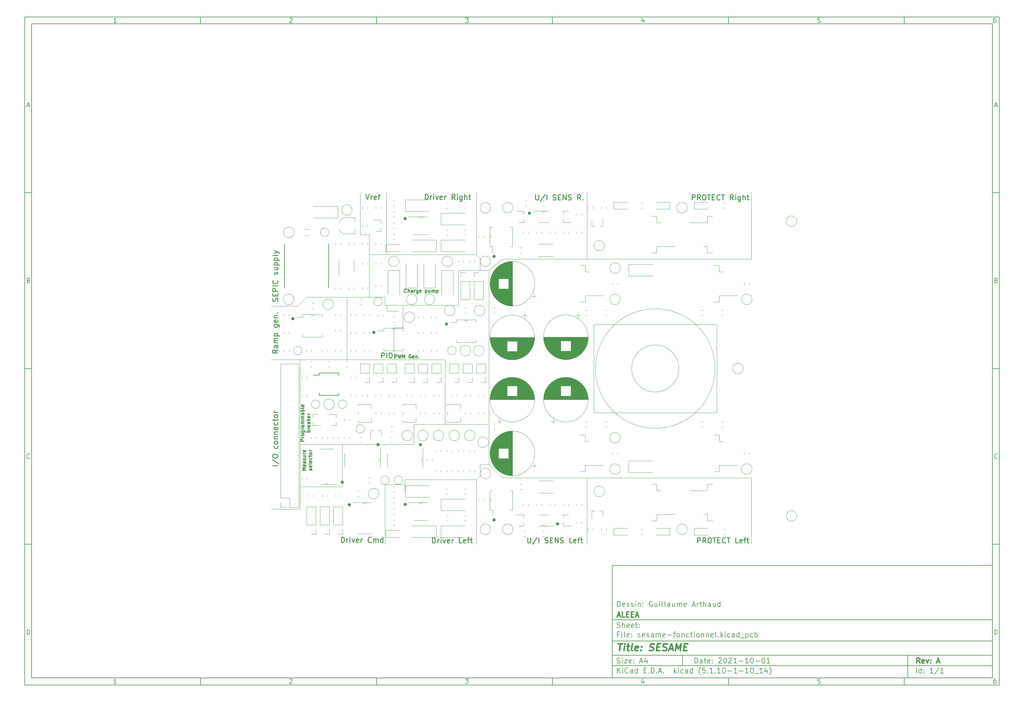
<source format=gbr>
%TF.GenerationSoftware,KiCad,Pcbnew,(5.1.10-1-10_14)*%
%TF.CreationDate,2021-10-01T13:06:55+02:00*%
%TF.ProjectId,sesame-fonctionnel,73657361-6d65-42d6-966f-6e6374696f6e,A*%
%TF.SameCoordinates,Original*%
%TF.FileFunction,Legend,Top*%
%TF.FilePolarity,Positive*%
%FSLAX46Y46*%
G04 Gerber Fmt 4.6, Leading zero omitted, Abs format (unit mm)*
G04 Created by KiCad (PCBNEW (5.1.10-1-10_14)) date 2021-10-01 13:06:55*
%MOMM*%
%LPD*%
G01*
G04 APERTURE LIST*
%ADD10C,0.100000*%
%ADD11C,0.150000*%
%ADD12C,0.300000*%
%ADD13C,0.400000*%
%ADD14C,0.250000*%
%ADD15C,0.120000*%
%ADD16C,0.500000*%
%ADD17C,0.127000*%
G04 APERTURE END LIST*
D10*
D11*
X177002200Y-166007200D02*
X177002200Y-198007200D01*
X285002200Y-198007200D01*
X285002200Y-166007200D01*
X177002200Y-166007200D01*
D10*
D11*
X10000000Y-10000000D02*
X10000000Y-200007200D01*
X287002200Y-200007200D01*
X287002200Y-10000000D01*
X10000000Y-10000000D01*
D10*
D11*
X12000000Y-12000000D02*
X12000000Y-198007200D01*
X285002200Y-198007200D01*
X285002200Y-12000000D01*
X12000000Y-12000000D01*
D10*
D11*
X60000000Y-12000000D02*
X60000000Y-10000000D01*
D10*
D11*
X110000000Y-12000000D02*
X110000000Y-10000000D01*
D10*
D11*
X160000000Y-12000000D02*
X160000000Y-10000000D01*
D10*
D11*
X210000000Y-12000000D02*
X210000000Y-10000000D01*
D10*
D11*
X260000000Y-12000000D02*
X260000000Y-10000000D01*
D10*
D11*
X36065476Y-11588095D02*
X35322619Y-11588095D01*
X35694047Y-11588095D02*
X35694047Y-10288095D01*
X35570238Y-10473809D01*
X35446428Y-10597619D01*
X35322619Y-10659523D01*
D10*
D11*
X85322619Y-10411904D02*
X85384523Y-10350000D01*
X85508333Y-10288095D01*
X85817857Y-10288095D01*
X85941666Y-10350000D01*
X86003571Y-10411904D01*
X86065476Y-10535714D01*
X86065476Y-10659523D01*
X86003571Y-10845238D01*
X85260714Y-11588095D01*
X86065476Y-11588095D01*
D10*
D11*
X135260714Y-10288095D02*
X136065476Y-10288095D01*
X135632142Y-10783333D01*
X135817857Y-10783333D01*
X135941666Y-10845238D01*
X136003571Y-10907142D01*
X136065476Y-11030952D01*
X136065476Y-11340476D01*
X136003571Y-11464285D01*
X135941666Y-11526190D01*
X135817857Y-11588095D01*
X135446428Y-11588095D01*
X135322619Y-11526190D01*
X135260714Y-11464285D01*
D10*
D11*
X185941666Y-10721428D02*
X185941666Y-11588095D01*
X185632142Y-10226190D02*
X185322619Y-11154761D01*
X186127380Y-11154761D01*
D10*
D11*
X236003571Y-10288095D02*
X235384523Y-10288095D01*
X235322619Y-10907142D01*
X235384523Y-10845238D01*
X235508333Y-10783333D01*
X235817857Y-10783333D01*
X235941666Y-10845238D01*
X236003571Y-10907142D01*
X236065476Y-11030952D01*
X236065476Y-11340476D01*
X236003571Y-11464285D01*
X235941666Y-11526190D01*
X235817857Y-11588095D01*
X235508333Y-11588095D01*
X235384523Y-11526190D01*
X235322619Y-11464285D01*
D10*
D11*
X285941666Y-10288095D02*
X285694047Y-10288095D01*
X285570238Y-10350000D01*
X285508333Y-10411904D01*
X285384523Y-10597619D01*
X285322619Y-10845238D01*
X285322619Y-11340476D01*
X285384523Y-11464285D01*
X285446428Y-11526190D01*
X285570238Y-11588095D01*
X285817857Y-11588095D01*
X285941666Y-11526190D01*
X286003571Y-11464285D01*
X286065476Y-11340476D01*
X286065476Y-11030952D01*
X286003571Y-10907142D01*
X285941666Y-10845238D01*
X285817857Y-10783333D01*
X285570238Y-10783333D01*
X285446428Y-10845238D01*
X285384523Y-10907142D01*
X285322619Y-11030952D01*
D10*
D11*
X60000000Y-198007200D02*
X60000000Y-200007200D01*
D10*
D11*
X110000000Y-198007200D02*
X110000000Y-200007200D01*
D10*
D11*
X160000000Y-198007200D02*
X160000000Y-200007200D01*
D10*
D11*
X210000000Y-198007200D02*
X210000000Y-200007200D01*
D10*
D11*
X260000000Y-198007200D02*
X260000000Y-200007200D01*
D10*
D11*
X36065476Y-199595295D02*
X35322619Y-199595295D01*
X35694047Y-199595295D02*
X35694047Y-198295295D01*
X35570238Y-198481009D01*
X35446428Y-198604819D01*
X35322619Y-198666723D01*
D10*
D11*
X85322619Y-198419104D02*
X85384523Y-198357200D01*
X85508333Y-198295295D01*
X85817857Y-198295295D01*
X85941666Y-198357200D01*
X86003571Y-198419104D01*
X86065476Y-198542914D01*
X86065476Y-198666723D01*
X86003571Y-198852438D01*
X85260714Y-199595295D01*
X86065476Y-199595295D01*
D10*
D11*
X135260714Y-198295295D02*
X136065476Y-198295295D01*
X135632142Y-198790533D01*
X135817857Y-198790533D01*
X135941666Y-198852438D01*
X136003571Y-198914342D01*
X136065476Y-199038152D01*
X136065476Y-199347676D01*
X136003571Y-199471485D01*
X135941666Y-199533390D01*
X135817857Y-199595295D01*
X135446428Y-199595295D01*
X135322619Y-199533390D01*
X135260714Y-199471485D01*
D10*
D11*
X185941666Y-198728628D02*
X185941666Y-199595295D01*
X185632142Y-198233390D02*
X185322619Y-199161961D01*
X186127380Y-199161961D01*
D10*
D11*
X236003571Y-198295295D02*
X235384523Y-198295295D01*
X235322619Y-198914342D01*
X235384523Y-198852438D01*
X235508333Y-198790533D01*
X235817857Y-198790533D01*
X235941666Y-198852438D01*
X236003571Y-198914342D01*
X236065476Y-199038152D01*
X236065476Y-199347676D01*
X236003571Y-199471485D01*
X235941666Y-199533390D01*
X235817857Y-199595295D01*
X235508333Y-199595295D01*
X235384523Y-199533390D01*
X235322619Y-199471485D01*
D10*
D11*
X285941666Y-198295295D02*
X285694047Y-198295295D01*
X285570238Y-198357200D01*
X285508333Y-198419104D01*
X285384523Y-198604819D01*
X285322619Y-198852438D01*
X285322619Y-199347676D01*
X285384523Y-199471485D01*
X285446428Y-199533390D01*
X285570238Y-199595295D01*
X285817857Y-199595295D01*
X285941666Y-199533390D01*
X286003571Y-199471485D01*
X286065476Y-199347676D01*
X286065476Y-199038152D01*
X286003571Y-198914342D01*
X285941666Y-198852438D01*
X285817857Y-198790533D01*
X285570238Y-198790533D01*
X285446428Y-198852438D01*
X285384523Y-198914342D01*
X285322619Y-199038152D01*
D10*
D11*
X10000000Y-60000000D02*
X12000000Y-60000000D01*
D10*
D11*
X10000000Y-110000000D02*
X12000000Y-110000000D01*
D10*
D11*
X10000000Y-160000000D02*
X12000000Y-160000000D01*
D10*
D11*
X10690476Y-35216666D02*
X11309523Y-35216666D01*
X10566666Y-35588095D02*
X11000000Y-34288095D01*
X11433333Y-35588095D01*
D10*
D11*
X11092857Y-84907142D02*
X11278571Y-84969047D01*
X11340476Y-85030952D01*
X11402380Y-85154761D01*
X11402380Y-85340476D01*
X11340476Y-85464285D01*
X11278571Y-85526190D01*
X11154761Y-85588095D01*
X10659523Y-85588095D01*
X10659523Y-84288095D01*
X11092857Y-84288095D01*
X11216666Y-84350000D01*
X11278571Y-84411904D01*
X11340476Y-84535714D01*
X11340476Y-84659523D01*
X11278571Y-84783333D01*
X11216666Y-84845238D01*
X11092857Y-84907142D01*
X10659523Y-84907142D01*
D10*
D11*
X11402380Y-135464285D02*
X11340476Y-135526190D01*
X11154761Y-135588095D01*
X11030952Y-135588095D01*
X10845238Y-135526190D01*
X10721428Y-135402380D01*
X10659523Y-135278571D01*
X10597619Y-135030952D01*
X10597619Y-134845238D01*
X10659523Y-134597619D01*
X10721428Y-134473809D01*
X10845238Y-134350000D01*
X11030952Y-134288095D01*
X11154761Y-134288095D01*
X11340476Y-134350000D01*
X11402380Y-134411904D01*
D10*
D11*
X10659523Y-185588095D02*
X10659523Y-184288095D01*
X10969047Y-184288095D01*
X11154761Y-184350000D01*
X11278571Y-184473809D01*
X11340476Y-184597619D01*
X11402380Y-184845238D01*
X11402380Y-185030952D01*
X11340476Y-185278571D01*
X11278571Y-185402380D01*
X11154761Y-185526190D01*
X10969047Y-185588095D01*
X10659523Y-185588095D01*
D10*
D11*
X287002200Y-60000000D02*
X285002200Y-60000000D01*
D10*
D11*
X287002200Y-110000000D02*
X285002200Y-110000000D01*
D10*
D11*
X287002200Y-160000000D02*
X285002200Y-160000000D01*
D10*
D11*
X285692676Y-35216666D02*
X286311723Y-35216666D01*
X285568866Y-35588095D02*
X286002200Y-34288095D01*
X286435533Y-35588095D01*
D10*
D11*
X286095057Y-84907142D02*
X286280771Y-84969047D01*
X286342676Y-85030952D01*
X286404580Y-85154761D01*
X286404580Y-85340476D01*
X286342676Y-85464285D01*
X286280771Y-85526190D01*
X286156961Y-85588095D01*
X285661723Y-85588095D01*
X285661723Y-84288095D01*
X286095057Y-84288095D01*
X286218866Y-84350000D01*
X286280771Y-84411904D01*
X286342676Y-84535714D01*
X286342676Y-84659523D01*
X286280771Y-84783333D01*
X286218866Y-84845238D01*
X286095057Y-84907142D01*
X285661723Y-84907142D01*
D10*
D11*
X286404580Y-135464285D02*
X286342676Y-135526190D01*
X286156961Y-135588095D01*
X286033152Y-135588095D01*
X285847438Y-135526190D01*
X285723628Y-135402380D01*
X285661723Y-135278571D01*
X285599819Y-135030952D01*
X285599819Y-134845238D01*
X285661723Y-134597619D01*
X285723628Y-134473809D01*
X285847438Y-134350000D01*
X286033152Y-134288095D01*
X286156961Y-134288095D01*
X286342676Y-134350000D01*
X286404580Y-134411904D01*
D10*
D11*
X285661723Y-185588095D02*
X285661723Y-184288095D01*
X285971247Y-184288095D01*
X286156961Y-184350000D01*
X286280771Y-184473809D01*
X286342676Y-184597619D01*
X286404580Y-184845238D01*
X286404580Y-185030952D01*
X286342676Y-185278571D01*
X286280771Y-185402380D01*
X286156961Y-185526190D01*
X285971247Y-185588095D01*
X285661723Y-185588095D01*
D10*
D11*
X200434342Y-193785771D02*
X200434342Y-192285771D01*
X200791485Y-192285771D01*
X201005771Y-192357200D01*
X201148628Y-192500057D01*
X201220057Y-192642914D01*
X201291485Y-192928628D01*
X201291485Y-193142914D01*
X201220057Y-193428628D01*
X201148628Y-193571485D01*
X201005771Y-193714342D01*
X200791485Y-193785771D01*
X200434342Y-193785771D01*
X202577200Y-193785771D02*
X202577200Y-193000057D01*
X202505771Y-192857200D01*
X202362914Y-192785771D01*
X202077200Y-192785771D01*
X201934342Y-192857200D01*
X202577200Y-193714342D02*
X202434342Y-193785771D01*
X202077200Y-193785771D01*
X201934342Y-193714342D01*
X201862914Y-193571485D01*
X201862914Y-193428628D01*
X201934342Y-193285771D01*
X202077200Y-193214342D01*
X202434342Y-193214342D01*
X202577200Y-193142914D01*
X203077200Y-192785771D02*
X203648628Y-192785771D01*
X203291485Y-192285771D02*
X203291485Y-193571485D01*
X203362914Y-193714342D01*
X203505771Y-193785771D01*
X203648628Y-193785771D01*
X204720057Y-193714342D02*
X204577200Y-193785771D01*
X204291485Y-193785771D01*
X204148628Y-193714342D01*
X204077200Y-193571485D01*
X204077200Y-193000057D01*
X204148628Y-192857200D01*
X204291485Y-192785771D01*
X204577200Y-192785771D01*
X204720057Y-192857200D01*
X204791485Y-193000057D01*
X204791485Y-193142914D01*
X204077200Y-193285771D01*
X205434342Y-193642914D02*
X205505771Y-193714342D01*
X205434342Y-193785771D01*
X205362914Y-193714342D01*
X205434342Y-193642914D01*
X205434342Y-193785771D01*
X205434342Y-192857200D02*
X205505771Y-192928628D01*
X205434342Y-193000057D01*
X205362914Y-192928628D01*
X205434342Y-192857200D01*
X205434342Y-193000057D01*
X207220057Y-192428628D02*
X207291485Y-192357200D01*
X207434342Y-192285771D01*
X207791485Y-192285771D01*
X207934342Y-192357200D01*
X208005771Y-192428628D01*
X208077200Y-192571485D01*
X208077200Y-192714342D01*
X208005771Y-192928628D01*
X207148628Y-193785771D01*
X208077200Y-193785771D01*
X209005771Y-192285771D02*
X209148628Y-192285771D01*
X209291485Y-192357200D01*
X209362914Y-192428628D01*
X209434342Y-192571485D01*
X209505771Y-192857200D01*
X209505771Y-193214342D01*
X209434342Y-193500057D01*
X209362914Y-193642914D01*
X209291485Y-193714342D01*
X209148628Y-193785771D01*
X209005771Y-193785771D01*
X208862914Y-193714342D01*
X208791485Y-193642914D01*
X208720057Y-193500057D01*
X208648628Y-193214342D01*
X208648628Y-192857200D01*
X208720057Y-192571485D01*
X208791485Y-192428628D01*
X208862914Y-192357200D01*
X209005771Y-192285771D01*
X210077200Y-192428628D02*
X210148628Y-192357200D01*
X210291485Y-192285771D01*
X210648628Y-192285771D01*
X210791485Y-192357200D01*
X210862914Y-192428628D01*
X210934342Y-192571485D01*
X210934342Y-192714342D01*
X210862914Y-192928628D01*
X210005771Y-193785771D01*
X210934342Y-193785771D01*
X212362914Y-193785771D02*
X211505771Y-193785771D01*
X211934342Y-193785771D02*
X211934342Y-192285771D01*
X211791485Y-192500057D01*
X211648628Y-192642914D01*
X211505771Y-192714342D01*
X213005771Y-193214342D02*
X214148628Y-193214342D01*
X215648628Y-193785771D02*
X214791485Y-193785771D01*
X215220057Y-193785771D02*
X215220057Y-192285771D01*
X215077200Y-192500057D01*
X214934342Y-192642914D01*
X214791485Y-192714342D01*
X216577200Y-192285771D02*
X216720057Y-192285771D01*
X216862914Y-192357200D01*
X216934342Y-192428628D01*
X217005771Y-192571485D01*
X217077200Y-192857200D01*
X217077200Y-193214342D01*
X217005771Y-193500057D01*
X216934342Y-193642914D01*
X216862914Y-193714342D01*
X216720057Y-193785771D01*
X216577200Y-193785771D01*
X216434342Y-193714342D01*
X216362914Y-193642914D01*
X216291485Y-193500057D01*
X216220057Y-193214342D01*
X216220057Y-192857200D01*
X216291485Y-192571485D01*
X216362914Y-192428628D01*
X216434342Y-192357200D01*
X216577200Y-192285771D01*
X217720057Y-193214342D02*
X218862914Y-193214342D01*
X219862914Y-192285771D02*
X220005771Y-192285771D01*
X220148628Y-192357200D01*
X220220057Y-192428628D01*
X220291485Y-192571485D01*
X220362914Y-192857200D01*
X220362914Y-193214342D01*
X220291485Y-193500057D01*
X220220057Y-193642914D01*
X220148628Y-193714342D01*
X220005771Y-193785771D01*
X219862914Y-193785771D01*
X219720057Y-193714342D01*
X219648628Y-193642914D01*
X219577200Y-193500057D01*
X219505771Y-193214342D01*
X219505771Y-192857200D01*
X219577200Y-192571485D01*
X219648628Y-192428628D01*
X219720057Y-192357200D01*
X219862914Y-192285771D01*
X221791485Y-193785771D02*
X220934342Y-193785771D01*
X221362914Y-193785771D02*
X221362914Y-192285771D01*
X221220057Y-192500057D01*
X221077200Y-192642914D01*
X220934342Y-192714342D01*
D10*
D11*
X177002200Y-194507200D02*
X285002200Y-194507200D01*
D10*
D11*
X178434342Y-196585771D02*
X178434342Y-195085771D01*
X179291485Y-196585771D02*
X178648628Y-195728628D01*
X179291485Y-195085771D02*
X178434342Y-195942914D01*
X179934342Y-196585771D02*
X179934342Y-195585771D01*
X179934342Y-195085771D02*
X179862914Y-195157200D01*
X179934342Y-195228628D01*
X180005771Y-195157200D01*
X179934342Y-195085771D01*
X179934342Y-195228628D01*
X181505771Y-196442914D02*
X181434342Y-196514342D01*
X181220057Y-196585771D01*
X181077200Y-196585771D01*
X180862914Y-196514342D01*
X180720057Y-196371485D01*
X180648628Y-196228628D01*
X180577200Y-195942914D01*
X180577200Y-195728628D01*
X180648628Y-195442914D01*
X180720057Y-195300057D01*
X180862914Y-195157200D01*
X181077200Y-195085771D01*
X181220057Y-195085771D01*
X181434342Y-195157200D01*
X181505771Y-195228628D01*
X182791485Y-196585771D02*
X182791485Y-195800057D01*
X182720057Y-195657200D01*
X182577200Y-195585771D01*
X182291485Y-195585771D01*
X182148628Y-195657200D01*
X182791485Y-196514342D02*
X182648628Y-196585771D01*
X182291485Y-196585771D01*
X182148628Y-196514342D01*
X182077200Y-196371485D01*
X182077200Y-196228628D01*
X182148628Y-196085771D01*
X182291485Y-196014342D01*
X182648628Y-196014342D01*
X182791485Y-195942914D01*
X184148628Y-196585771D02*
X184148628Y-195085771D01*
X184148628Y-196514342D02*
X184005771Y-196585771D01*
X183720057Y-196585771D01*
X183577200Y-196514342D01*
X183505771Y-196442914D01*
X183434342Y-196300057D01*
X183434342Y-195871485D01*
X183505771Y-195728628D01*
X183577200Y-195657200D01*
X183720057Y-195585771D01*
X184005771Y-195585771D01*
X184148628Y-195657200D01*
X186005771Y-195800057D02*
X186505771Y-195800057D01*
X186720057Y-196585771D02*
X186005771Y-196585771D01*
X186005771Y-195085771D01*
X186720057Y-195085771D01*
X187362914Y-196442914D02*
X187434342Y-196514342D01*
X187362914Y-196585771D01*
X187291485Y-196514342D01*
X187362914Y-196442914D01*
X187362914Y-196585771D01*
X188077200Y-196585771D02*
X188077200Y-195085771D01*
X188434342Y-195085771D01*
X188648628Y-195157200D01*
X188791485Y-195300057D01*
X188862914Y-195442914D01*
X188934342Y-195728628D01*
X188934342Y-195942914D01*
X188862914Y-196228628D01*
X188791485Y-196371485D01*
X188648628Y-196514342D01*
X188434342Y-196585771D01*
X188077200Y-196585771D01*
X189577200Y-196442914D02*
X189648628Y-196514342D01*
X189577200Y-196585771D01*
X189505771Y-196514342D01*
X189577200Y-196442914D01*
X189577200Y-196585771D01*
X190220057Y-196157200D02*
X190934342Y-196157200D01*
X190077200Y-196585771D02*
X190577200Y-195085771D01*
X191077200Y-196585771D01*
X191577200Y-196442914D02*
X191648628Y-196514342D01*
X191577200Y-196585771D01*
X191505771Y-196514342D01*
X191577200Y-196442914D01*
X191577200Y-196585771D01*
X194577200Y-196585771D02*
X194577200Y-195085771D01*
X194720057Y-196014342D02*
X195148628Y-196585771D01*
X195148628Y-195585771D02*
X194577200Y-196157200D01*
X195791485Y-196585771D02*
X195791485Y-195585771D01*
X195791485Y-195085771D02*
X195720057Y-195157200D01*
X195791485Y-195228628D01*
X195862914Y-195157200D01*
X195791485Y-195085771D01*
X195791485Y-195228628D01*
X197148628Y-196514342D02*
X197005771Y-196585771D01*
X196720057Y-196585771D01*
X196577200Y-196514342D01*
X196505771Y-196442914D01*
X196434342Y-196300057D01*
X196434342Y-195871485D01*
X196505771Y-195728628D01*
X196577200Y-195657200D01*
X196720057Y-195585771D01*
X197005771Y-195585771D01*
X197148628Y-195657200D01*
X198434342Y-196585771D02*
X198434342Y-195800057D01*
X198362914Y-195657200D01*
X198220057Y-195585771D01*
X197934342Y-195585771D01*
X197791485Y-195657200D01*
X198434342Y-196514342D02*
X198291485Y-196585771D01*
X197934342Y-196585771D01*
X197791485Y-196514342D01*
X197720057Y-196371485D01*
X197720057Y-196228628D01*
X197791485Y-196085771D01*
X197934342Y-196014342D01*
X198291485Y-196014342D01*
X198434342Y-195942914D01*
X199791485Y-196585771D02*
X199791485Y-195085771D01*
X199791485Y-196514342D02*
X199648628Y-196585771D01*
X199362914Y-196585771D01*
X199220057Y-196514342D01*
X199148628Y-196442914D01*
X199077200Y-196300057D01*
X199077200Y-195871485D01*
X199148628Y-195728628D01*
X199220057Y-195657200D01*
X199362914Y-195585771D01*
X199648628Y-195585771D01*
X199791485Y-195657200D01*
X202077200Y-197157200D02*
X202005771Y-197085771D01*
X201862914Y-196871485D01*
X201791485Y-196728628D01*
X201720057Y-196514342D01*
X201648628Y-196157200D01*
X201648628Y-195871485D01*
X201720057Y-195514342D01*
X201791485Y-195300057D01*
X201862914Y-195157200D01*
X202005771Y-194942914D01*
X202077200Y-194871485D01*
X203362914Y-195085771D02*
X202648628Y-195085771D01*
X202577200Y-195800057D01*
X202648628Y-195728628D01*
X202791485Y-195657200D01*
X203148628Y-195657200D01*
X203291485Y-195728628D01*
X203362914Y-195800057D01*
X203434342Y-195942914D01*
X203434342Y-196300057D01*
X203362914Y-196442914D01*
X203291485Y-196514342D01*
X203148628Y-196585771D01*
X202791485Y-196585771D01*
X202648628Y-196514342D01*
X202577200Y-196442914D01*
X204077200Y-196442914D02*
X204148628Y-196514342D01*
X204077200Y-196585771D01*
X204005771Y-196514342D01*
X204077200Y-196442914D01*
X204077200Y-196585771D01*
X205577200Y-196585771D02*
X204720057Y-196585771D01*
X205148628Y-196585771D02*
X205148628Y-195085771D01*
X205005771Y-195300057D01*
X204862914Y-195442914D01*
X204720057Y-195514342D01*
X206220057Y-196442914D02*
X206291485Y-196514342D01*
X206220057Y-196585771D01*
X206148628Y-196514342D01*
X206220057Y-196442914D01*
X206220057Y-196585771D01*
X207720057Y-196585771D02*
X206862914Y-196585771D01*
X207291485Y-196585771D02*
X207291485Y-195085771D01*
X207148628Y-195300057D01*
X207005771Y-195442914D01*
X206862914Y-195514342D01*
X208648628Y-195085771D02*
X208791485Y-195085771D01*
X208934342Y-195157200D01*
X209005771Y-195228628D01*
X209077200Y-195371485D01*
X209148628Y-195657200D01*
X209148628Y-196014342D01*
X209077200Y-196300057D01*
X209005771Y-196442914D01*
X208934342Y-196514342D01*
X208791485Y-196585771D01*
X208648628Y-196585771D01*
X208505771Y-196514342D01*
X208434342Y-196442914D01*
X208362914Y-196300057D01*
X208291485Y-196014342D01*
X208291485Y-195657200D01*
X208362914Y-195371485D01*
X208434342Y-195228628D01*
X208505771Y-195157200D01*
X208648628Y-195085771D01*
X209791485Y-196014342D02*
X210934342Y-196014342D01*
X212434342Y-196585771D02*
X211577200Y-196585771D01*
X212005771Y-196585771D02*
X212005771Y-195085771D01*
X211862914Y-195300057D01*
X211720057Y-195442914D01*
X211577200Y-195514342D01*
X213077200Y-196014342D02*
X214220057Y-196014342D01*
X215720057Y-196585771D02*
X214862914Y-196585771D01*
X215291485Y-196585771D02*
X215291485Y-195085771D01*
X215148628Y-195300057D01*
X215005771Y-195442914D01*
X214862914Y-195514342D01*
X216648628Y-195085771D02*
X216791485Y-195085771D01*
X216934342Y-195157200D01*
X217005771Y-195228628D01*
X217077200Y-195371485D01*
X217148628Y-195657200D01*
X217148628Y-196014342D01*
X217077200Y-196300057D01*
X217005771Y-196442914D01*
X216934342Y-196514342D01*
X216791485Y-196585771D01*
X216648628Y-196585771D01*
X216505771Y-196514342D01*
X216434342Y-196442914D01*
X216362914Y-196300057D01*
X216291485Y-196014342D01*
X216291485Y-195657200D01*
X216362914Y-195371485D01*
X216434342Y-195228628D01*
X216505771Y-195157200D01*
X216648628Y-195085771D01*
X217434342Y-196728628D02*
X218577200Y-196728628D01*
X219720057Y-196585771D02*
X218862914Y-196585771D01*
X219291485Y-196585771D02*
X219291485Y-195085771D01*
X219148628Y-195300057D01*
X219005771Y-195442914D01*
X218862914Y-195514342D01*
X221005771Y-195585771D02*
X221005771Y-196585771D01*
X220648628Y-195014342D02*
X220291485Y-196085771D01*
X221220057Y-196085771D01*
X221648628Y-197157200D02*
X221720057Y-197085771D01*
X221862914Y-196871485D01*
X221934342Y-196728628D01*
X222005771Y-196514342D01*
X222077200Y-196157200D01*
X222077200Y-195871485D01*
X222005771Y-195514342D01*
X221934342Y-195300057D01*
X221862914Y-195157200D01*
X221720057Y-194942914D01*
X221648628Y-194871485D01*
D10*
D11*
X177002200Y-191507200D02*
X285002200Y-191507200D01*
D10*
D12*
X264411485Y-193785771D02*
X263911485Y-193071485D01*
X263554342Y-193785771D02*
X263554342Y-192285771D01*
X264125771Y-192285771D01*
X264268628Y-192357200D01*
X264340057Y-192428628D01*
X264411485Y-192571485D01*
X264411485Y-192785771D01*
X264340057Y-192928628D01*
X264268628Y-193000057D01*
X264125771Y-193071485D01*
X263554342Y-193071485D01*
X265625771Y-193714342D02*
X265482914Y-193785771D01*
X265197200Y-193785771D01*
X265054342Y-193714342D01*
X264982914Y-193571485D01*
X264982914Y-193000057D01*
X265054342Y-192857200D01*
X265197200Y-192785771D01*
X265482914Y-192785771D01*
X265625771Y-192857200D01*
X265697200Y-193000057D01*
X265697200Y-193142914D01*
X264982914Y-193285771D01*
X266197200Y-192785771D02*
X266554342Y-193785771D01*
X266911485Y-192785771D01*
X267482914Y-193642914D02*
X267554342Y-193714342D01*
X267482914Y-193785771D01*
X267411485Y-193714342D01*
X267482914Y-193642914D01*
X267482914Y-193785771D01*
X267482914Y-192857200D02*
X267554342Y-192928628D01*
X267482914Y-193000057D01*
X267411485Y-192928628D01*
X267482914Y-192857200D01*
X267482914Y-193000057D01*
X269268628Y-193357200D02*
X269982914Y-193357200D01*
X269125771Y-193785771D02*
X269625771Y-192285771D01*
X270125771Y-193785771D01*
D10*
D11*
X178362914Y-193714342D02*
X178577200Y-193785771D01*
X178934342Y-193785771D01*
X179077200Y-193714342D01*
X179148628Y-193642914D01*
X179220057Y-193500057D01*
X179220057Y-193357200D01*
X179148628Y-193214342D01*
X179077200Y-193142914D01*
X178934342Y-193071485D01*
X178648628Y-193000057D01*
X178505771Y-192928628D01*
X178434342Y-192857200D01*
X178362914Y-192714342D01*
X178362914Y-192571485D01*
X178434342Y-192428628D01*
X178505771Y-192357200D01*
X178648628Y-192285771D01*
X179005771Y-192285771D01*
X179220057Y-192357200D01*
X179862914Y-193785771D02*
X179862914Y-192785771D01*
X179862914Y-192285771D02*
X179791485Y-192357200D01*
X179862914Y-192428628D01*
X179934342Y-192357200D01*
X179862914Y-192285771D01*
X179862914Y-192428628D01*
X180434342Y-192785771D02*
X181220057Y-192785771D01*
X180434342Y-193785771D01*
X181220057Y-193785771D01*
X182362914Y-193714342D02*
X182220057Y-193785771D01*
X181934342Y-193785771D01*
X181791485Y-193714342D01*
X181720057Y-193571485D01*
X181720057Y-193000057D01*
X181791485Y-192857200D01*
X181934342Y-192785771D01*
X182220057Y-192785771D01*
X182362914Y-192857200D01*
X182434342Y-193000057D01*
X182434342Y-193142914D01*
X181720057Y-193285771D01*
X183077200Y-193642914D02*
X183148628Y-193714342D01*
X183077200Y-193785771D01*
X183005771Y-193714342D01*
X183077200Y-193642914D01*
X183077200Y-193785771D01*
X183077200Y-192857200D02*
X183148628Y-192928628D01*
X183077200Y-193000057D01*
X183005771Y-192928628D01*
X183077200Y-192857200D01*
X183077200Y-193000057D01*
X184862914Y-193357200D02*
X185577200Y-193357200D01*
X184720057Y-193785771D02*
X185220057Y-192285771D01*
X185720057Y-193785771D01*
X186862914Y-192785771D02*
X186862914Y-193785771D01*
X186505771Y-192214342D02*
X186148628Y-193285771D01*
X187077200Y-193285771D01*
D10*
D11*
X263434342Y-196585771D02*
X263434342Y-195085771D01*
X264791485Y-196585771D02*
X264791485Y-195085771D01*
X264791485Y-196514342D02*
X264648628Y-196585771D01*
X264362914Y-196585771D01*
X264220057Y-196514342D01*
X264148628Y-196442914D01*
X264077200Y-196300057D01*
X264077200Y-195871485D01*
X264148628Y-195728628D01*
X264220057Y-195657200D01*
X264362914Y-195585771D01*
X264648628Y-195585771D01*
X264791485Y-195657200D01*
X265505771Y-196442914D02*
X265577200Y-196514342D01*
X265505771Y-196585771D01*
X265434342Y-196514342D01*
X265505771Y-196442914D01*
X265505771Y-196585771D01*
X265505771Y-195657200D02*
X265577200Y-195728628D01*
X265505771Y-195800057D01*
X265434342Y-195728628D01*
X265505771Y-195657200D01*
X265505771Y-195800057D01*
X268148628Y-196585771D02*
X267291485Y-196585771D01*
X267720057Y-196585771D02*
X267720057Y-195085771D01*
X267577200Y-195300057D01*
X267434342Y-195442914D01*
X267291485Y-195514342D01*
X269862914Y-195014342D02*
X268577200Y-196942914D01*
X271148628Y-196585771D02*
X270291485Y-196585771D01*
X270720057Y-196585771D02*
X270720057Y-195085771D01*
X270577200Y-195300057D01*
X270434342Y-195442914D01*
X270291485Y-195514342D01*
D10*
D11*
X177002200Y-187507200D02*
X285002200Y-187507200D01*
D10*
D13*
X178714580Y-188211961D02*
X179857438Y-188211961D01*
X179036009Y-190211961D02*
X179286009Y-188211961D01*
X180274104Y-190211961D02*
X180440771Y-188878628D01*
X180524104Y-188211961D02*
X180416961Y-188307200D01*
X180500295Y-188402438D01*
X180607438Y-188307200D01*
X180524104Y-188211961D01*
X180500295Y-188402438D01*
X181107438Y-188878628D02*
X181869342Y-188878628D01*
X181476485Y-188211961D02*
X181262200Y-189926247D01*
X181333628Y-190116723D01*
X181512200Y-190211961D01*
X181702676Y-190211961D01*
X182655057Y-190211961D02*
X182476485Y-190116723D01*
X182405057Y-189926247D01*
X182619342Y-188211961D01*
X184190771Y-190116723D02*
X183988390Y-190211961D01*
X183607438Y-190211961D01*
X183428866Y-190116723D01*
X183357438Y-189926247D01*
X183452676Y-189164342D01*
X183571723Y-188973866D01*
X183774104Y-188878628D01*
X184155057Y-188878628D01*
X184333628Y-188973866D01*
X184405057Y-189164342D01*
X184381247Y-189354819D01*
X183405057Y-189545295D01*
X185155057Y-190021485D02*
X185238390Y-190116723D01*
X185131247Y-190211961D01*
X185047914Y-190116723D01*
X185155057Y-190021485D01*
X185131247Y-190211961D01*
X185286009Y-188973866D02*
X185369342Y-189069104D01*
X185262200Y-189164342D01*
X185178866Y-189069104D01*
X185286009Y-188973866D01*
X185262200Y-189164342D01*
X187524104Y-190116723D02*
X187797914Y-190211961D01*
X188274104Y-190211961D01*
X188476485Y-190116723D01*
X188583628Y-190021485D01*
X188702676Y-189831009D01*
X188726485Y-189640533D01*
X188655057Y-189450057D01*
X188571723Y-189354819D01*
X188393152Y-189259580D01*
X188024104Y-189164342D01*
X187845533Y-189069104D01*
X187762200Y-188973866D01*
X187690771Y-188783390D01*
X187714580Y-188592914D01*
X187833628Y-188402438D01*
X187940771Y-188307200D01*
X188143152Y-188211961D01*
X188619342Y-188211961D01*
X188893152Y-188307200D01*
X189643152Y-189164342D02*
X190309819Y-189164342D01*
X190464580Y-190211961D02*
X189512200Y-190211961D01*
X189762200Y-188211961D01*
X190714580Y-188211961D01*
X191238390Y-190116723D02*
X191512200Y-190211961D01*
X191988390Y-190211961D01*
X192190771Y-190116723D01*
X192297914Y-190021485D01*
X192416961Y-189831009D01*
X192440771Y-189640533D01*
X192369342Y-189450057D01*
X192286009Y-189354819D01*
X192107438Y-189259580D01*
X191738390Y-189164342D01*
X191559819Y-189069104D01*
X191476485Y-188973866D01*
X191405057Y-188783390D01*
X191428866Y-188592914D01*
X191547914Y-188402438D01*
X191655057Y-188307200D01*
X191857438Y-188211961D01*
X192333628Y-188211961D01*
X192607438Y-188307200D01*
X193202676Y-189640533D02*
X194155057Y-189640533D01*
X192940771Y-190211961D02*
X193857438Y-188211961D01*
X194274104Y-190211961D01*
X194940771Y-190211961D02*
X195190771Y-188211961D01*
X195678866Y-189640533D01*
X196524104Y-188211961D01*
X196274104Y-190211961D01*
X197357438Y-189164342D02*
X198024104Y-189164342D01*
X198178866Y-190211961D02*
X197226485Y-190211961D01*
X197476485Y-188211961D01*
X198428866Y-188211961D01*
D10*
D11*
X178934342Y-185600057D02*
X178434342Y-185600057D01*
X178434342Y-186385771D02*
X178434342Y-184885771D01*
X179148628Y-184885771D01*
X179720057Y-186385771D02*
X179720057Y-185385771D01*
X179720057Y-184885771D02*
X179648628Y-184957200D01*
X179720057Y-185028628D01*
X179791485Y-184957200D01*
X179720057Y-184885771D01*
X179720057Y-185028628D01*
X180648628Y-186385771D02*
X180505771Y-186314342D01*
X180434342Y-186171485D01*
X180434342Y-184885771D01*
X181791485Y-186314342D02*
X181648628Y-186385771D01*
X181362914Y-186385771D01*
X181220057Y-186314342D01*
X181148628Y-186171485D01*
X181148628Y-185600057D01*
X181220057Y-185457200D01*
X181362914Y-185385771D01*
X181648628Y-185385771D01*
X181791485Y-185457200D01*
X181862914Y-185600057D01*
X181862914Y-185742914D01*
X181148628Y-185885771D01*
X182505771Y-186242914D02*
X182577200Y-186314342D01*
X182505771Y-186385771D01*
X182434342Y-186314342D01*
X182505771Y-186242914D01*
X182505771Y-186385771D01*
X182505771Y-185457200D02*
X182577200Y-185528628D01*
X182505771Y-185600057D01*
X182434342Y-185528628D01*
X182505771Y-185457200D01*
X182505771Y-185600057D01*
X184291485Y-186314342D02*
X184434342Y-186385771D01*
X184720057Y-186385771D01*
X184862914Y-186314342D01*
X184934342Y-186171485D01*
X184934342Y-186100057D01*
X184862914Y-185957200D01*
X184720057Y-185885771D01*
X184505771Y-185885771D01*
X184362914Y-185814342D01*
X184291485Y-185671485D01*
X184291485Y-185600057D01*
X184362914Y-185457200D01*
X184505771Y-185385771D01*
X184720057Y-185385771D01*
X184862914Y-185457200D01*
X186148628Y-186314342D02*
X186005771Y-186385771D01*
X185720057Y-186385771D01*
X185577200Y-186314342D01*
X185505771Y-186171485D01*
X185505771Y-185600057D01*
X185577200Y-185457200D01*
X185720057Y-185385771D01*
X186005771Y-185385771D01*
X186148628Y-185457200D01*
X186220057Y-185600057D01*
X186220057Y-185742914D01*
X185505771Y-185885771D01*
X186791485Y-186314342D02*
X186934342Y-186385771D01*
X187220057Y-186385771D01*
X187362914Y-186314342D01*
X187434342Y-186171485D01*
X187434342Y-186100057D01*
X187362914Y-185957200D01*
X187220057Y-185885771D01*
X187005771Y-185885771D01*
X186862914Y-185814342D01*
X186791485Y-185671485D01*
X186791485Y-185600057D01*
X186862914Y-185457200D01*
X187005771Y-185385771D01*
X187220057Y-185385771D01*
X187362914Y-185457200D01*
X188720057Y-186385771D02*
X188720057Y-185600057D01*
X188648628Y-185457200D01*
X188505771Y-185385771D01*
X188220057Y-185385771D01*
X188077200Y-185457200D01*
X188720057Y-186314342D02*
X188577200Y-186385771D01*
X188220057Y-186385771D01*
X188077200Y-186314342D01*
X188005771Y-186171485D01*
X188005771Y-186028628D01*
X188077200Y-185885771D01*
X188220057Y-185814342D01*
X188577200Y-185814342D01*
X188720057Y-185742914D01*
X189434342Y-186385771D02*
X189434342Y-185385771D01*
X189434342Y-185528628D02*
X189505771Y-185457200D01*
X189648628Y-185385771D01*
X189862914Y-185385771D01*
X190005771Y-185457200D01*
X190077200Y-185600057D01*
X190077200Y-186385771D01*
X190077200Y-185600057D02*
X190148628Y-185457200D01*
X190291485Y-185385771D01*
X190505771Y-185385771D01*
X190648628Y-185457200D01*
X190720057Y-185600057D01*
X190720057Y-186385771D01*
X192005771Y-186314342D02*
X191862914Y-186385771D01*
X191577200Y-186385771D01*
X191434342Y-186314342D01*
X191362914Y-186171485D01*
X191362914Y-185600057D01*
X191434342Y-185457200D01*
X191577200Y-185385771D01*
X191862914Y-185385771D01*
X192005771Y-185457200D01*
X192077200Y-185600057D01*
X192077200Y-185742914D01*
X191362914Y-185885771D01*
X192720057Y-185814342D02*
X193862914Y-185814342D01*
X194362914Y-185385771D02*
X194934342Y-185385771D01*
X194577200Y-186385771D02*
X194577200Y-185100057D01*
X194648628Y-184957200D01*
X194791485Y-184885771D01*
X194934342Y-184885771D01*
X195648628Y-186385771D02*
X195505771Y-186314342D01*
X195434342Y-186242914D01*
X195362914Y-186100057D01*
X195362914Y-185671485D01*
X195434342Y-185528628D01*
X195505771Y-185457200D01*
X195648628Y-185385771D01*
X195862914Y-185385771D01*
X196005771Y-185457200D01*
X196077200Y-185528628D01*
X196148628Y-185671485D01*
X196148628Y-186100057D01*
X196077200Y-186242914D01*
X196005771Y-186314342D01*
X195862914Y-186385771D01*
X195648628Y-186385771D01*
X196791485Y-185385771D02*
X196791485Y-186385771D01*
X196791485Y-185528628D02*
X196862914Y-185457200D01*
X197005771Y-185385771D01*
X197220057Y-185385771D01*
X197362914Y-185457200D01*
X197434342Y-185600057D01*
X197434342Y-186385771D01*
X198791485Y-186314342D02*
X198648628Y-186385771D01*
X198362914Y-186385771D01*
X198220057Y-186314342D01*
X198148628Y-186242914D01*
X198077200Y-186100057D01*
X198077200Y-185671485D01*
X198148628Y-185528628D01*
X198220057Y-185457200D01*
X198362914Y-185385771D01*
X198648628Y-185385771D01*
X198791485Y-185457200D01*
X199220057Y-185385771D02*
X199791485Y-185385771D01*
X199434342Y-184885771D02*
X199434342Y-186171485D01*
X199505771Y-186314342D01*
X199648628Y-186385771D01*
X199791485Y-186385771D01*
X200291485Y-186385771D02*
X200291485Y-185385771D01*
X200291485Y-184885771D02*
X200220057Y-184957200D01*
X200291485Y-185028628D01*
X200362914Y-184957200D01*
X200291485Y-184885771D01*
X200291485Y-185028628D01*
X201220057Y-186385771D02*
X201077200Y-186314342D01*
X201005771Y-186242914D01*
X200934342Y-186100057D01*
X200934342Y-185671485D01*
X201005771Y-185528628D01*
X201077200Y-185457200D01*
X201220057Y-185385771D01*
X201434342Y-185385771D01*
X201577200Y-185457200D01*
X201648628Y-185528628D01*
X201720057Y-185671485D01*
X201720057Y-186100057D01*
X201648628Y-186242914D01*
X201577200Y-186314342D01*
X201434342Y-186385771D01*
X201220057Y-186385771D01*
X202362914Y-185385771D02*
X202362914Y-186385771D01*
X202362914Y-185528628D02*
X202434342Y-185457200D01*
X202577200Y-185385771D01*
X202791485Y-185385771D01*
X202934342Y-185457200D01*
X203005771Y-185600057D01*
X203005771Y-186385771D01*
X203720057Y-185385771D02*
X203720057Y-186385771D01*
X203720057Y-185528628D02*
X203791485Y-185457200D01*
X203934342Y-185385771D01*
X204148628Y-185385771D01*
X204291485Y-185457200D01*
X204362914Y-185600057D01*
X204362914Y-186385771D01*
X205648628Y-186314342D02*
X205505771Y-186385771D01*
X205220057Y-186385771D01*
X205077200Y-186314342D01*
X205005771Y-186171485D01*
X205005771Y-185600057D01*
X205077200Y-185457200D01*
X205220057Y-185385771D01*
X205505771Y-185385771D01*
X205648628Y-185457200D01*
X205720057Y-185600057D01*
X205720057Y-185742914D01*
X205005771Y-185885771D01*
X206577200Y-186385771D02*
X206434342Y-186314342D01*
X206362914Y-186171485D01*
X206362914Y-184885771D01*
X207148628Y-186242914D02*
X207220057Y-186314342D01*
X207148628Y-186385771D01*
X207077200Y-186314342D01*
X207148628Y-186242914D01*
X207148628Y-186385771D01*
X207862914Y-186385771D02*
X207862914Y-184885771D01*
X208005771Y-185814342D02*
X208434342Y-186385771D01*
X208434342Y-185385771D02*
X207862914Y-185957200D01*
X209077200Y-186385771D02*
X209077200Y-185385771D01*
X209077200Y-184885771D02*
X209005771Y-184957200D01*
X209077200Y-185028628D01*
X209148628Y-184957200D01*
X209077200Y-184885771D01*
X209077200Y-185028628D01*
X210434342Y-186314342D02*
X210291485Y-186385771D01*
X210005771Y-186385771D01*
X209862914Y-186314342D01*
X209791485Y-186242914D01*
X209720057Y-186100057D01*
X209720057Y-185671485D01*
X209791485Y-185528628D01*
X209862914Y-185457200D01*
X210005771Y-185385771D01*
X210291485Y-185385771D01*
X210434342Y-185457200D01*
X211720057Y-186385771D02*
X211720057Y-185600057D01*
X211648628Y-185457200D01*
X211505771Y-185385771D01*
X211220057Y-185385771D01*
X211077200Y-185457200D01*
X211720057Y-186314342D02*
X211577200Y-186385771D01*
X211220057Y-186385771D01*
X211077200Y-186314342D01*
X211005771Y-186171485D01*
X211005771Y-186028628D01*
X211077200Y-185885771D01*
X211220057Y-185814342D01*
X211577200Y-185814342D01*
X211720057Y-185742914D01*
X213077200Y-186385771D02*
X213077200Y-184885771D01*
X213077200Y-186314342D02*
X212934342Y-186385771D01*
X212648628Y-186385771D01*
X212505771Y-186314342D01*
X212434342Y-186242914D01*
X212362914Y-186100057D01*
X212362914Y-185671485D01*
X212434342Y-185528628D01*
X212505771Y-185457200D01*
X212648628Y-185385771D01*
X212934342Y-185385771D01*
X213077200Y-185457200D01*
X213434342Y-186528628D02*
X214577200Y-186528628D01*
X214934342Y-185385771D02*
X214934342Y-186885771D01*
X214934342Y-185457200D02*
X215077200Y-185385771D01*
X215362914Y-185385771D01*
X215505771Y-185457200D01*
X215577200Y-185528628D01*
X215648628Y-185671485D01*
X215648628Y-186100057D01*
X215577200Y-186242914D01*
X215505771Y-186314342D01*
X215362914Y-186385771D01*
X215077200Y-186385771D01*
X214934342Y-186314342D01*
X216934342Y-186314342D02*
X216791485Y-186385771D01*
X216505771Y-186385771D01*
X216362914Y-186314342D01*
X216291485Y-186242914D01*
X216220057Y-186100057D01*
X216220057Y-185671485D01*
X216291485Y-185528628D01*
X216362914Y-185457200D01*
X216505771Y-185385771D01*
X216791485Y-185385771D01*
X216934342Y-185457200D01*
X217577200Y-186385771D02*
X217577200Y-184885771D01*
X217577200Y-185457200D02*
X217720057Y-185385771D01*
X218005771Y-185385771D01*
X218148628Y-185457200D01*
X218220057Y-185528628D01*
X218291485Y-185671485D01*
X218291485Y-186100057D01*
X218220057Y-186242914D01*
X218148628Y-186314342D01*
X218005771Y-186385771D01*
X217720057Y-186385771D01*
X217577200Y-186314342D01*
D10*
D11*
X177002200Y-181507200D02*
X285002200Y-181507200D01*
D10*
D11*
X178362914Y-183614342D02*
X178577200Y-183685771D01*
X178934342Y-183685771D01*
X179077200Y-183614342D01*
X179148628Y-183542914D01*
X179220057Y-183400057D01*
X179220057Y-183257200D01*
X179148628Y-183114342D01*
X179077200Y-183042914D01*
X178934342Y-182971485D01*
X178648628Y-182900057D01*
X178505771Y-182828628D01*
X178434342Y-182757200D01*
X178362914Y-182614342D01*
X178362914Y-182471485D01*
X178434342Y-182328628D01*
X178505771Y-182257200D01*
X178648628Y-182185771D01*
X179005771Y-182185771D01*
X179220057Y-182257200D01*
X179862914Y-183685771D02*
X179862914Y-182185771D01*
X180505771Y-183685771D02*
X180505771Y-182900057D01*
X180434342Y-182757200D01*
X180291485Y-182685771D01*
X180077200Y-182685771D01*
X179934342Y-182757200D01*
X179862914Y-182828628D01*
X181791485Y-183614342D02*
X181648628Y-183685771D01*
X181362914Y-183685771D01*
X181220057Y-183614342D01*
X181148628Y-183471485D01*
X181148628Y-182900057D01*
X181220057Y-182757200D01*
X181362914Y-182685771D01*
X181648628Y-182685771D01*
X181791485Y-182757200D01*
X181862914Y-182900057D01*
X181862914Y-183042914D01*
X181148628Y-183185771D01*
X183077200Y-183614342D02*
X182934342Y-183685771D01*
X182648628Y-183685771D01*
X182505771Y-183614342D01*
X182434342Y-183471485D01*
X182434342Y-182900057D01*
X182505771Y-182757200D01*
X182648628Y-182685771D01*
X182934342Y-182685771D01*
X183077200Y-182757200D01*
X183148628Y-182900057D01*
X183148628Y-183042914D01*
X182434342Y-183185771D01*
X183577200Y-182685771D02*
X184148628Y-182685771D01*
X183791485Y-182185771D02*
X183791485Y-183471485D01*
X183862914Y-183614342D01*
X184005771Y-183685771D01*
X184148628Y-183685771D01*
X184648628Y-183542914D02*
X184720057Y-183614342D01*
X184648628Y-183685771D01*
X184577200Y-183614342D01*
X184648628Y-183542914D01*
X184648628Y-183685771D01*
X184648628Y-182757200D02*
X184720057Y-182828628D01*
X184648628Y-182900057D01*
X184577200Y-182828628D01*
X184648628Y-182757200D01*
X184648628Y-182900057D01*
D10*
D12*
X178482914Y-180257200D02*
X179197200Y-180257200D01*
X178340057Y-180685771D02*
X178840057Y-179185771D01*
X179340057Y-180685771D01*
X180554342Y-180685771D02*
X179840057Y-180685771D01*
X179840057Y-179185771D01*
X181054342Y-179900057D02*
X181554342Y-179900057D01*
X181768628Y-180685771D02*
X181054342Y-180685771D01*
X181054342Y-179185771D01*
X181768628Y-179185771D01*
X182411485Y-179900057D02*
X182911485Y-179900057D01*
X183125771Y-180685771D02*
X182411485Y-180685771D01*
X182411485Y-179185771D01*
X183125771Y-179185771D01*
X183697200Y-180257200D02*
X184411485Y-180257200D01*
X183554342Y-180685771D02*
X184054342Y-179185771D01*
X184554342Y-180685771D01*
D10*
D11*
X178434342Y-177685771D02*
X178434342Y-176185771D01*
X178791485Y-176185771D01*
X179005771Y-176257200D01*
X179148628Y-176400057D01*
X179220057Y-176542914D01*
X179291485Y-176828628D01*
X179291485Y-177042914D01*
X179220057Y-177328628D01*
X179148628Y-177471485D01*
X179005771Y-177614342D01*
X178791485Y-177685771D01*
X178434342Y-177685771D01*
X180505771Y-177614342D02*
X180362914Y-177685771D01*
X180077200Y-177685771D01*
X179934342Y-177614342D01*
X179862914Y-177471485D01*
X179862914Y-176900057D01*
X179934342Y-176757200D01*
X180077200Y-176685771D01*
X180362914Y-176685771D01*
X180505771Y-176757200D01*
X180577200Y-176900057D01*
X180577200Y-177042914D01*
X179862914Y-177185771D01*
X181148628Y-177614342D02*
X181291485Y-177685771D01*
X181577200Y-177685771D01*
X181720057Y-177614342D01*
X181791485Y-177471485D01*
X181791485Y-177400057D01*
X181720057Y-177257200D01*
X181577200Y-177185771D01*
X181362914Y-177185771D01*
X181220057Y-177114342D01*
X181148628Y-176971485D01*
X181148628Y-176900057D01*
X181220057Y-176757200D01*
X181362914Y-176685771D01*
X181577200Y-176685771D01*
X181720057Y-176757200D01*
X182362914Y-177614342D02*
X182505771Y-177685771D01*
X182791485Y-177685771D01*
X182934342Y-177614342D01*
X183005771Y-177471485D01*
X183005771Y-177400057D01*
X182934342Y-177257200D01*
X182791485Y-177185771D01*
X182577200Y-177185771D01*
X182434342Y-177114342D01*
X182362914Y-176971485D01*
X182362914Y-176900057D01*
X182434342Y-176757200D01*
X182577200Y-176685771D01*
X182791485Y-176685771D01*
X182934342Y-176757200D01*
X183648628Y-177685771D02*
X183648628Y-176685771D01*
X183648628Y-176185771D02*
X183577200Y-176257200D01*
X183648628Y-176328628D01*
X183720057Y-176257200D01*
X183648628Y-176185771D01*
X183648628Y-176328628D01*
X184362914Y-176685771D02*
X184362914Y-177685771D01*
X184362914Y-176828628D02*
X184434342Y-176757200D01*
X184577200Y-176685771D01*
X184791485Y-176685771D01*
X184934342Y-176757200D01*
X185005771Y-176900057D01*
X185005771Y-177685771D01*
X185720057Y-177542914D02*
X185791485Y-177614342D01*
X185720057Y-177685771D01*
X185648628Y-177614342D01*
X185720057Y-177542914D01*
X185720057Y-177685771D01*
X185720057Y-176757200D02*
X185791485Y-176828628D01*
X185720057Y-176900057D01*
X185648628Y-176828628D01*
X185720057Y-176757200D01*
X185720057Y-176900057D01*
X188362914Y-176257200D02*
X188220057Y-176185771D01*
X188005771Y-176185771D01*
X187791485Y-176257200D01*
X187648628Y-176400057D01*
X187577200Y-176542914D01*
X187505771Y-176828628D01*
X187505771Y-177042914D01*
X187577200Y-177328628D01*
X187648628Y-177471485D01*
X187791485Y-177614342D01*
X188005771Y-177685771D01*
X188148628Y-177685771D01*
X188362914Y-177614342D01*
X188434342Y-177542914D01*
X188434342Y-177042914D01*
X188148628Y-177042914D01*
X189720057Y-176685771D02*
X189720057Y-177685771D01*
X189077200Y-176685771D02*
X189077200Y-177471485D01*
X189148628Y-177614342D01*
X189291485Y-177685771D01*
X189505771Y-177685771D01*
X189648628Y-177614342D01*
X189720057Y-177542914D01*
X190434342Y-177685771D02*
X190434342Y-176685771D01*
X190434342Y-176185771D02*
X190362914Y-176257200D01*
X190434342Y-176328628D01*
X190505771Y-176257200D01*
X190434342Y-176185771D01*
X190434342Y-176328628D01*
X191362914Y-177685771D02*
X191220057Y-177614342D01*
X191148628Y-177471485D01*
X191148628Y-176185771D01*
X192148628Y-177685771D02*
X192005771Y-177614342D01*
X191934342Y-177471485D01*
X191934342Y-176185771D01*
X193362914Y-177685771D02*
X193362914Y-176900057D01*
X193291485Y-176757200D01*
X193148628Y-176685771D01*
X192862914Y-176685771D01*
X192720057Y-176757200D01*
X193362914Y-177614342D02*
X193220057Y-177685771D01*
X192862914Y-177685771D01*
X192720057Y-177614342D01*
X192648628Y-177471485D01*
X192648628Y-177328628D01*
X192720057Y-177185771D01*
X192862914Y-177114342D01*
X193220057Y-177114342D01*
X193362914Y-177042914D01*
X194720057Y-176685771D02*
X194720057Y-177685771D01*
X194077200Y-176685771D02*
X194077200Y-177471485D01*
X194148628Y-177614342D01*
X194291485Y-177685771D01*
X194505771Y-177685771D01*
X194648628Y-177614342D01*
X194720057Y-177542914D01*
X195434342Y-177685771D02*
X195434342Y-176685771D01*
X195434342Y-176828628D02*
X195505771Y-176757200D01*
X195648628Y-176685771D01*
X195862914Y-176685771D01*
X196005771Y-176757200D01*
X196077200Y-176900057D01*
X196077200Y-177685771D01*
X196077200Y-176900057D02*
X196148628Y-176757200D01*
X196291485Y-176685771D01*
X196505771Y-176685771D01*
X196648628Y-176757200D01*
X196720057Y-176900057D01*
X196720057Y-177685771D01*
X198005771Y-177614342D02*
X197862914Y-177685771D01*
X197577200Y-177685771D01*
X197434342Y-177614342D01*
X197362914Y-177471485D01*
X197362914Y-176900057D01*
X197434342Y-176757200D01*
X197577200Y-176685771D01*
X197862914Y-176685771D01*
X198005771Y-176757200D01*
X198077200Y-176900057D01*
X198077200Y-177042914D01*
X197362914Y-177185771D01*
X199791485Y-177257200D02*
X200505771Y-177257200D01*
X199648628Y-177685771D02*
X200148628Y-176185771D01*
X200648628Y-177685771D01*
X201148628Y-177685771D02*
X201148628Y-176685771D01*
X201148628Y-176971485D02*
X201220057Y-176828628D01*
X201291485Y-176757200D01*
X201434342Y-176685771D01*
X201577200Y-176685771D01*
X201862914Y-176685771D02*
X202434342Y-176685771D01*
X202077200Y-176185771D02*
X202077200Y-177471485D01*
X202148628Y-177614342D01*
X202291485Y-177685771D01*
X202434342Y-177685771D01*
X202934342Y-177685771D02*
X202934342Y-176185771D01*
X203577200Y-177685771D02*
X203577200Y-176900057D01*
X203505771Y-176757200D01*
X203362914Y-176685771D01*
X203148628Y-176685771D01*
X203005771Y-176757200D01*
X202934342Y-176828628D01*
X204934342Y-177685771D02*
X204934342Y-176900057D01*
X204862914Y-176757200D01*
X204720057Y-176685771D01*
X204434342Y-176685771D01*
X204291485Y-176757200D01*
X204934342Y-177614342D02*
X204791485Y-177685771D01*
X204434342Y-177685771D01*
X204291485Y-177614342D01*
X204220057Y-177471485D01*
X204220057Y-177328628D01*
X204291485Y-177185771D01*
X204434342Y-177114342D01*
X204791485Y-177114342D01*
X204934342Y-177042914D01*
X206291485Y-176685771D02*
X206291485Y-177685771D01*
X205648628Y-176685771D02*
X205648628Y-177471485D01*
X205720057Y-177614342D01*
X205862914Y-177685771D01*
X206077200Y-177685771D01*
X206220057Y-177614342D01*
X206291485Y-177542914D01*
X207648628Y-177685771D02*
X207648628Y-176185771D01*
X207648628Y-177614342D02*
X207505771Y-177685771D01*
X207220057Y-177685771D01*
X207077200Y-177614342D01*
X207005771Y-177542914D01*
X206934342Y-177400057D01*
X206934342Y-176971485D01*
X207005771Y-176828628D01*
X207077200Y-176757200D01*
X207220057Y-176685771D01*
X207505771Y-176685771D01*
X207648628Y-176757200D01*
D10*
D11*
X197002200Y-191507200D02*
X197002200Y-194507200D01*
D10*
D11*
X261002200Y-191507200D02*
X261002200Y-198007200D01*
D14*
X118461523Y-88259142D02*
X118413904Y-88306761D01*
X118271047Y-88354380D01*
X118175809Y-88354380D01*
X118032952Y-88306761D01*
X117937714Y-88211523D01*
X117890095Y-88116285D01*
X117842476Y-87925809D01*
X117842476Y-87782952D01*
X117890095Y-87592476D01*
X117937714Y-87497238D01*
X118032952Y-87402000D01*
X118175809Y-87354380D01*
X118271047Y-87354380D01*
X118413904Y-87402000D01*
X118461523Y-87449619D01*
X118890095Y-88354380D02*
X118890095Y-87354380D01*
X119318666Y-88354380D02*
X119318666Y-87830571D01*
X119271047Y-87735333D01*
X119175809Y-87687714D01*
X119032952Y-87687714D01*
X118937714Y-87735333D01*
X118890095Y-87782952D01*
X120223428Y-88354380D02*
X120223428Y-87830571D01*
X120175809Y-87735333D01*
X120080571Y-87687714D01*
X119890095Y-87687714D01*
X119794857Y-87735333D01*
X120223428Y-88306761D02*
X120128190Y-88354380D01*
X119890095Y-88354380D01*
X119794857Y-88306761D01*
X119747238Y-88211523D01*
X119747238Y-88116285D01*
X119794857Y-88021047D01*
X119890095Y-87973428D01*
X120128190Y-87973428D01*
X120223428Y-87925809D01*
X120699619Y-88354380D02*
X120699619Y-87687714D01*
X120699619Y-87878190D02*
X120747238Y-87782952D01*
X120794857Y-87735333D01*
X120890095Y-87687714D01*
X120985333Y-87687714D01*
X121747238Y-87687714D02*
X121747238Y-88497238D01*
X121699619Y-88592476D01*
X121652000Y-88640095D01*
X121556761Y-88687714D01*
X121413904Y-88687714D01*
X121318666Y-88640095D01*
X121747238Y-88306761D02*
X121652000Y-88354380D01*
X121461523Y-88354380D01*
X121366285Y-88306761D01*
X121318666Y-88259142D01*
X121271047Y-88163904D01*
X121271047Y-87878190D01*
X121318666Y-87782952D01*
X121366285Y-87735333D01*
X121461523Y-87687714D01*
X121652000Y-87687714D01*
X121747238Y-87735333D01*
X122604380Y-88306761D02*
X122509142Y-88354380D01*
X122318666Y-88354380D01*
X122223428Y-88306761D01*
X122175809Y-88211523D01*
X122175809Y-87830571D01*
X122223428Y-87735333D01*
X122318666Y-87687714D01*
X122509142Y-87687714D01*
X122604380Y-87735333D01*
X122652000Y-87830571D01*
X122652000Y-87925809D01*
X122175809Y-88021047D01*
X123842476Y-87687714D02*
X123842476Y-88687714D01*
X123842476Y-87735333D02*
X123937714Y-87687714D01*
X124128190Y-87687714D01*
X124223428Y-87735333D01*
X124271047Y-87782952D01*
X124318666Y-87878190D01*
X124318666Y-88163904D01*
X124271047Y-88259142D01*
X124223428Y-88306761D01*
X124128190Y-88354380D01*
X123937714Y-88354380D01*
X123842476Y-88306761D01*
X125175809Y-87687714D02*
X125175809Y-88354380D01*
X124747238Y-87687714D02*
X124747238Y-88211523D01*
X124794857Y-88306761D01*
X124890095Y-88354380D01*
X125032952Y-88354380D01*
X125128190Y-88306761D01*
X125175809Y-88259142D01*
X125652000Y-88354380D02*
X125652000Y-87687714D01*
X125652000Y-87782952D02*
X125699619Y-87735333D01*
X125794857Y-87687714D01*
X125937714Y-87687714D01*
X126032952Y-87735333D01*
X126080571Y-87830571D01*
X126080571Y-88354380D01*
X126080571Y-87830571D02*
X126128190Y-87735333D01*
X126223428Y-87687714D01*
X126366285Y-87687714D01*
X126461523Y-87735333D01*
X126509142Y-87830571D01*
X126509142Y-88354380D01*
X126985333Y-87687714D02*
X126985333Y-88687714D01*
X126985333Y-87735333D02*
X127080571Y-87687714D01*
X127271047Y-87687714D01*
X127366285Y-87735333D01*
X127413904Y-87782952D01*
X127461523Y-87878190D01*
X127461523Y-88163904D01*
X127413904Y-88259142D01*
X127366285Y-88306761D01*
X127271047Y-88354380D01*
X127080571Y-88354380D01*
X126985333Y-88306761D01*
X89844380Y-138844523D02*
X88844380Y-138844523D01*
X89558666Y-138511190D01*
X88844380Y-138177857D01*
X89844380Y-138177857D01*
X89796761Y-137320714D02*
X89844380Y-137415952D01*
X89844380Y-137606428D01*
X89796761Y-137701666D01*
X89701523Y-137749285D01*
X89320571Y-137749285D01*
X89225333Y-137701666D01*
X89177714Y-137606428D01*
X89177714Y-137415952D01*
X89225333Y-137320714D01*
X89320571Y-137273095D01*
X89415809Y-137273095D01*
X89511047Y-137749285D01*
X89844380Y-136415952D02*
X89320571Y-136415952D01*
X89225333Y-136463571D01*
X89177714Y-136558809D01*
X89177714Y-136749285D01*
X89225333Y-136844523D01*
X89796761Y-136415952D02*
X89844380Y-136511190D01*
X89844380Y-136749285D01*
X89796761Y-136844523D01*
X89701523Y-136892142D01*
X89606285Y-136892142D01*
X89511047Y-136844523D01*
X89463428Y-136749285D01*
X89463428Y-136511190D01*
X89415809Y-136415952D01*
X89796761Y-135987380D02*
X89844380Y-135892142D01*
X89844380Y-135701666D01*
X89796761Y-135606428D01*
X89701523Y-135558809D01*
X89653904Y-135558809D01*
X89558666Y-135606428D01*
X89511047Y-135701666D01*
X89511047Y-135844523D01*
X89463428Y-135939761D01*
X89368190Y-135987380D01*
X89320571Y-135987380D01*
X89225333Y-135939761D01*
X89177714Y-135844523D01*
X89177714Y-135701666D01*
X89225333Y-135606428D01*
X89177714Y-134701666D02*
X89844380Y-134701666D01*
X89177714Y-135130238D02*
X89701523Y-135130238D01*
X89796761Y-135082619D01*
X89844380Y-134987380D01*
X89844380Y-134844523D01*
X89796761Y-134749285D01*
X89749142Y-134701666D01*
X89844380Y-134225476D02*
X89177714Y-134225476D01*
X89368190Y-134225476D02*
X89272952Y-134177857D01*
X89225333Y-134130238D01*
X89177714Y-134035000D01*
X89177714Y-133939761D01*
X89796761Y-133225476D02*
X89844380Y-133320714D01*
X89844380Y-133511190D01*
X89796761Y-133606428D01*
X89701523Y-133654047D01*
X89320571Y-133654047D01*
X89225333Y-133606428D01*
X89177714Y-133511190D01*
X89177714Y-133320714D01*
X89225333Y-133225476D01*
X89320571Y-133177857D01*
X89415809Y-133177857D01*
X89511047Y-133654047D01*
X91546761Y-138844523D02*
X91594380Y-138749285D01*
X91594380Y-138558809D01*
X91546761Y-138463571D01*
X91451523Y-138415952D01*
X91403904Y-138415952D01*
X91308666Y-138463571D01*
X91261047Y-138558809D01*
X91261047Y-138701666D01*
X91213428Y-138796904D01*
X91118190Y-138844523D01*
X91070571Y-138844523D01*
X90975333Y-138796904D01*
X90927714Y-138701666D01*
X90927714Y-138558809D01*
X90975333Y-138463571D01*
X91546761Y-137606428D02*
X91594380Y-137701666D01*
X91594380Y-137892142D01*
X91546761Y-137987380D01*
X91451523Y-138035000D01*
X91070571Y-138035000D01*
X90975333Y-137987380D01*
X90927714Y-137892142D01*
X90927714Y-137701666D01*
X90975333Y-137606428D01*
X91070571Y-137558809D01*
X91165809Y-137558809D01*
X91261047Y-138035000D01*
X91594380Y-136987380D02*
X91546761Y-137082619D01*
X91451523Y-137130238D01*
X90594380Y-137130238D01*
X91546761Y-136225476D02*
X91594380Y-136320714D01*
X91594380Y-136511190D01*
X91546761Y-136606428D01*
X91451523Y-136654047D01*
X91070571Y-136654047D01*
X90975333Y-136606428D01*
X90927714Y-136511190D01*
X90927714Y-136320714D01*
X90975333Y-136225476D01*
X91070571Y-136177857D01*
X91165809Y-136177857D01*
X91261047Y-136654047D01*
X91546761Y-135320714D02*
X91594380Y-135415952D01*
X91594380Y-135606428D01*
X91546761Y-135701666D01*
X91499142Y-135749285D01*
X91403904Y-135796904D01*
X91118190Y-135796904D01*
X91022952Y-135749285D01*
X90975333Y-135701666D01*
X90927714Y-135606428D01*
X90927714Y-135415952D01*
X90975333Y-135320714D01*
X90927714Y-135035000D02*
X90927714Y-134654047D01*
X90594380Y-134892142D02*
X91451523Y-134892142D01*
X91546761Y-134844523D01*
X91594380Y-134749285D01*
X91594380Y-134654047D01*
X91594380Y-134177857D02*
X91546761Y-134273095D01*
X91499142Y-134320714D01*
X91403904Y-134368333D01*
X91118190Y-134368333D01*
X91022952Y-134320714D01*
X90975333Y-134273095D01*
X90927714Y-134177857D01*
X90927714Y-134035000D01*
X90975333Y-133939761D01*
X91022952Y-133892142D01*
X91118190Y-133844523D01*
X91403904Y-133844523D01*
X91499142Y-133892142D01*
X91546761Y-133939761D01*
X91594380Y-134035000D01*
X91594380Y-134177857D01*
X91594380Y-133415952D02*
X90927714Y-133415952D01*
X91118190Y-133415952D02*
X91022952Y-133368333D01*
X90975333Y-133320714D01*
X90927714Y-133225476D01*
X90927714Y-133130238D01*
X89336380Y-130660666D02*
X88336380Y-130660666D01*
X88336380Y-130279714D01*
X88384000Y-130184476D01*
X88431619Y-130136857D01*
X88526857Y-130089238D01*
X88669714Y-130089238D01*
X88764952Y-130136857D01*
X88812571Y-130184476D01*
X88860190Y-130279714D01*
X88860190Y-130660666D01*
X89336380Y-129660666D02*
X88669714Y-129660666D01*
X88860190Y-129660666D02*
X88764952Y-129613047D01*
X88717333Y-129565428D01*
X88669714Y-129470190D01*
X88669714Y-129374952D01*
X89336380Y-128898761D02*
X89288761Y-128994000D01*
X89241142Y-129041619D01*
X89145904Y-129089238D01*
X88860190Y-129089238D01*
X88764952Y-129041619D01*
X88717333Y-128994000D01*
X88669714Y-128898761D01*
X88669714Y-128755904D01*
X88717333Y-128660666D01*
X88764952Y-128613047D01*
X88860190Y-128565428D01*
X89145904Y-128565428D01*
X89241142Y-128613047D01*
X89288761Y-128660666D01*
X89336380Y-128755904D01*
X89336380Y-128898761D01*
X88669714Y-127708285D02*
X89479238Y-127708285D01*
X89574476Y-127755904D01*
X89622095Y-127803523D01*
X89669714Y-127898761D01*
X89669714Y-128041619D01*
X89622095Y-128136857D01*
X89288761Y-127708285D02*
X89336380Y-127803523D01*
X89336380Y-127994000D01*
X89288761Y-128089238D01*
X89241142Y-128136857D01*
X89145904Y-128184476D01*
X88860190Y-128184476D01*
X88764952Y-128136857D01*
X88717333Y-128089238D01*
X88669714Y-127994000D01*
X88669714Y-127803523D01*
X88717333Y-127708285D01*
X89336380Y-127232095D02*
X88669714Y-127232095D01*
X88860190Y-127232095D02*
X88764952Y-127184476D01*
X88717333Y-127136857D01*
X88669714Y-127041619D01*
X88669714Y-126946380D01*
X89336380Y-126184476D02*
X88812571Y-126184476D01*
X88717333Y-126232095D01*
X88669714Y-126327333D01*
X88669714Y-126517809D01*
X88717333Y-126613047D01*
X89288761Y-126184476D02*
X89336380Y-126279714D01*
X89336380Y-126517809D01*
X89288761Y-126613047D01*
X89193523Y-126660666D01*
X89098285Y-126660666D01*
X89003047Y-126613047D01*
X88955428Y-126517809D01*
X88955428Y-126279714D01*
X88907809Y-126184476D01*
X89336380Y-125708285D02*
X88669714Y-125708285D01*
X88764952Y-125708285D02*
X88717333Y-125660666D01*
X88669714Y-125565428D01*
X88669714Y-125422571D01*
X88717333Y-125327333D01*
X88812571Y-125279714D01*
X89336380Y-125279714D01*
X88812571Y-125279714D02*
X88717333Y-125232095D01*
X88669714Y-125136857D01*
X88669714Y-124994000D01*
X88717333Y-124898761D01*
X88812571Y-124851142D01*
X89336380Y-124851142D01*
X89336380Y-124374952D02*
X88669714Y-124374952D01*
X88764952Y-124374952D02*
X88717333Y-124327333D01*
X88669714Y-124232095D01*
X88669714Y-124089238D01*
X88717333Y-123994000D01*
X88812571Y-123946380D01*
X89336380Y-123946380D01*
X88812571Y-123946380D02*
X88717333Y-123898761D01*
X88669714Y-123803523D01*
X88669714Y-123660666D01*
X88717333Y-123565428D01*
X88812571Y-123517809D01*
X89336380Y-123517809D01*
X89336380Y-122613047D02*
X88812571Y-122613047D01*
X88717333Y-122660666D01*
X88669714Y-122755904D01*
X88669714Y-122946380D01*
X88717333Y-123041619D01*
X89288761Y-122613047D02*
X89336380Y-122708285D01*
X89336380Y-122946380D01*
X89288761Y-123041619D01*
X89193523Y-123089238D01*
X89098285Y-123089238D01*
X89003047Y-123041619D01*
X88955428Y-122946380D01*
X88955428Y-122708285D01*
X88907809Y-122613047D01*
X89336380Y-122136857D02*
X88336380Y-122136857D01*
X88717333Y-122136857D02*
X88669714Y-122041619D01*
X88669714Y-121851142D01*
X88717333Y-121755904D01*
X88764952Y-121708285D01*
X88860190Y-121660666D01*
X89145904Y-121660666D01*
X89241142Y-121708285D01*
X89288761Y-121755904D01*
X89336380Y-121851142D01*
X89336380Y-122041619D01*
X89288761Y-122136857D01*
X89336380Y-121089238D02*
X89288761Y-121184476D01*
X89193523Y-121232095D01*
X88336380Y-121232095D01*
X89288761Y-120327333D02*
X89336380Y-120422571D01*
X89336380Y-120613047D01*
X89288761Y-120708285D01*
X89193523Y-120755904D01*
X88812571Y-120755904D01*
X88717333Y-120708285D01*
X88669714Y-120613047D01*
X88669714Y-120422571D01*
X88717333Y-120327333D01*
X88812571Y-120279714D01*
X88907809Y-120279714D01*
X89003047Y-120755904D01*
X91086380Y-128041619D02*
X90086380Y-128041619D01*
X90467333Y-128041619D02*
X90419714Y-127946380D01*
X90419714Y-127755904D01*
X90467333Y-127660666D01*
X90514952Y-127613047D01*
X90610190Y-127565428D01*
X90895904Y-127565428D01*
X90991142Y-127613047D01*
X91038761Y-127660666D01*
X91086380Y-127755904D01*
X91086380Y-127946380D01*
X91038761Y-128041619D01*
X91086380Y-127136857D02*
X90419714Y-127136857D01*
X90610190Y-127136857D02*
X90514952Y-127089238D01*
X90467333Y-127041619D01*
X90419714Y-126946380D01*
X90419714Y-126851142D01*
X91038761Y-126136857D02*
X91086380Y-126232095D01*
X91086380Y-126422571D01*
X91038761Y-126517809D01*
X90943523Y-126565428D01*
X90562571Y-126565428D01*
X90467333Y-126517809D01*
X90419714Y-126422571D01*
X90419714Y-126232095D01*
X90467333Y-126136857D01*
X90562571Y-126089238D01*
X90657809Y-126089238D01*
X90753047Y-126565428D01*
X91086380Y-125232095D02*
X90562571Y-125232095D01*
X90467333Y-125279714D01*
X90419714Y-125374952D01*
X90419714Y-125565428D01*
X90467333Y-125660666D01*
X91038761Y-125232095D02*
X91086380Y-125327333D01*
X91086380Y-125565428D01*
X91038761Y-125660666D01*
X90943523Y-125708285D01*
X90848285Y-125708285D01*
X90753047Y-125660666D01*
X90705428Y-125565428D01*
X90705428Y-125327333D01*
X90657809Y-125232095D01*
X91086380Y-124755904D02*
X90086380Y-124755904D01*
X90705428Y-124660666D02*
X91086380Y-124374952D01*
X90419714Y-124374952D02*
X90800666Y-124755904D01*
X91038761Y-123565428D02*
X91086380Y-123660666D01*
X91086380Y-123851142D01*
X91038761Y-123946380D01*
X90943523Y-123994000D01*
X90562571Y-123994000D01*
X90467333Y-123946380D01*
X90419714Y-123851142D01*
X90419714Y-123660666D01*
X90467333Y-123565428D01*
X90562571Y-123517809D01*
X90657809Y-123517809D01*
X90753047Y-123994000D01*
X91086380Y-123089238D02*
X90419714Y-123089238D01*
X90610190Y-123089238D02*
X90514952Y-123041619D01*
X90467333Y-122994000D01*
X90419714Y-122898761D01*
X90419714Y-122803523D01*
X115183238Y-107023380D02*
X115183238Y-106023380D01*
X115564190Y-106023380D01*
X115659428Y-106071000D01*
X115707047Y-106118619D01*
X115754666Y-106213857D01*
X115754666Y-106356714D01*
X115707047Y-106451952D01*
X115659428Y-106499571D01*
X115564190Y-106547190D01*
X115183238Y-106547190D01*
X116088000Y-106023380D02*
X116326095Y-107023380D01*
X116516571Y-106309095D01*
X116707047Y-107023380D01*
X116945142Y-106023380D01*
X117326095Y-107023380D02*
X117326095Y-106023380D01*
X117659428Y-106737666D01*
X117992761Y-106023380D01*
X117992761Y-107023380D01*
X119754666Y-106071000D02*
X119659428Y-106023380D01*
X119516571Y-106023380D01*
X119373714Y-106071000D01*
X119278476Y-106166238D01*
X119230857Y-106261476D01*
X119183238Y-106451952D01*
X119183238Y-106594809D01*
X119230857Y-106785285D01*
X119278476Y-106880523D01*
X119373714Y-106975761D01*
X119516571Y-107023380D01*
X119611809Y-107023380D01*
X119754666Y-106975761D01*
X119802285Y-106928142D01*
X119802285Y-106594809D01*
X119611809Y-106594809D01*
X120611809Y-106975761D02*
X120516571Y-107023380D01*
X120326095Y-107023380D01*
X120230857Y-106975761D01*
X120183238Y-106880523D01*
X120183238Y-106499571D01*
X120230857Y-106404333D01*
X120326095Y-106356714D01*
X120516571Y-106356714D01*
X120611809Y-106404333D01*
X120659428Y-106499571D01*
X120659428Y-106594809D01*
X120183238Y-106690047D01*
X121088000Y-106356714D02*
X121088000Y-107023380D01*
X121088000Y-106451952D02*
X121135619Y-106404333D01*
X121230857Y-106356714D01*
X121373714Y-106356714D01*
X121468952Y-106404333D01*
X121516571Y-106499571D01*
X121516571Y-107023380D01*
X121992761Y-106928142D02*
X122040380Y-106975761D01*
X121992761Y-107023380D01*
X121945142Y-106975761D01*
X121992761Y-106928142D01*
X121992761Y-107023380D01*
X111373000Y-106995571D02*
X111373000Y-105495571D01*
X111944428Y-105495571D01*
X112087285Y-105567000D01*
X112158714Y-105638428D01*
X112230142Y-105781285D01*
X112230142Y-105995571D01*
X112158714Y-106138428D01*
X112087285Y-106209857D01*
X111944428Y-106281285D01*
X111373000Y-106281285D01*
X112873000Y-106995571D02*
X112873000Y-105495571D01*
X113587285Y-106995571D02*
X113587285Y-105495571D01*
X113944428Y-105495571D01*
X114158714Y-105567000D01*
X114301571Y-105709857D01*
X114373000Y-105852714D01*
X114444428Y-106138428D01*
X114444428Y-106352714D01*
X114373000Y-106638428D01*
X114301571Y-106781285D01*
X114158714Y-106924142D01*
X113944428Y-106995571D01*
X113587285Y-106995571D01*
D15*
X138400000Y-77742000D02*
X139416000Y-78758000D01*
X139416000Y-78758000D02*
X139416000Y-82060000D01*
X88235000Y-150005000D02*
X80000000Y-150000000D01*
X139416000Y-140607000D02*
X138400000Y-141623000D01*
X139416000Y-137305000D02*
X139416000Y-140607000D01*
D14*
X201198428Y-159573571D02*
X201198428Y-158073571D01*
X201769857Y-158073571D01*
X201912714Y-158145000D01*
X201984142Y-158216428D01*
X202055571Y-158359285D01*
X202055571Y-158573571D01*
X201984142Y-158716428D01*
X201912714Y-158787857D01*
X201769857Y-158859285D01*
X201198428Y-158859285D01*
X203555571Y-159573571D02*
X203055571Y-158859285D01*
X202698428Y-159573571D02*
X202698428Y-158073571D01*
X203269857Y-158073571D01*
X203412714Y-158145000D01*
X203484142Y-158216428D01*
X203555571Y-158359285D01*
X203555571Y-158573571D01*
X203484142Y-158716428D01*
X203412714Y-158787857D01*
X203269857Y-158859285D01*
X202698428Y-158859285D01*
X204484142Y-158073571D02*
X204769857Y-158073571D01*
X204912714Y-158145000D01*
X205055571Y-158287857D01*
X205127000Y-158573571D01*
X205127000Y-159073571D01*
X205055571Y-159359285D01*
X204912714Y-159502142D01*
X204769857Y-159573571D01*
X204484142Y-159573571D01*
X204341285Y-159502142D01*
X204198428Y-159359285D01*
X204127000Y-159073571D01*
X204127000Y-158573571D01*
X204198428Y-158287857D01*
X204341285Y-158145000D01*
X204484142Y-158073571D01*
X205555571Y-158073571D02*
X206412714Y-158073571D01*
X205984142Y-159573571D02*
X205984142Y-158073571D01*
X206912714Y-158787857D02*
X207412714Y-158787857D01*
X207627000Y-159573571D02*
X206912714Y-159573571D01*
X206912714Y-158073571D01*
X207627000Y-158073571D01*
X209127000Y-159430714D02*
X209055571Y-159502142D01*
X208841285Y-159573571D01*
X208698428Y-159573571D01*
X208484142Y-159502142D01*
X208341285Y-159359285D01*
X208269857Y-159216428D01*
X208198428Y-158930714D01*
X208198428Y-158716428D01*
X208269857Y-158430714D01*
X208341285Y-158287857D01*
X208484142Y-158145000D01*
X208698428Y-158073571D01*
X208841285Y-158073571D01*
X209055571Y-158145000D01*
X209127000Y-158216428D01*
X209555571Y-158073571D02*
X210412714Y-158073571D01*
X209984142Y-159573571D02*
X209984142Y-158073571D01*
X212769857Y-159573571D02*
X212055571Y-159573571D01*
X212055571Y-158073571D01*
X213841285Y-159502142D02*
X213698428Y-159573571D01*
X213412714Y-159573571D01*
X213269857Y-159502142D01*
X213198428Y-159359285D01*
X213198428Y-158787857D01*
X213269857Y-158645000D01*
X213412714Y-158573571D01*
X213698428Y-158573571D01*
X213841285Y-158645000D01*
X213912714Y-158787857D01*
X213912714Y-158930714D01*
X213198428Y-159073571D01*
X214341285Y-158573571D02*
X214912714Y-158573571D01*
X214555571Y-159573571D02*
X214555571Y-158287857D01*
X214627000Y-158145000D01*
X214769857Y-158073571D01*
X214912714Y-158073571D01*
X215198428Y-158573571D02*
X215769857Y-158573571D01*
X215412714Y-158073571D02*
X215412714Y-159359285D01*
X215484142Y-159502142D01*
X215626999Y-159573571D01*
X215769857Y-159573571D01*
X199650714Y-62037571D02*
X199650714Y-60537571D01*
X200222142Y-60537571D01*
X200365000Y-60609000D01*
X200436428Y-60680428D01*
X200507857Y-60823285D01*
X200507857Y-61037571D01*
X200436428Y-61180428D01*
X200365000Y-61251857D01*
X200222142Y-61323285D01*
X199650714Y-61323285D01*
X202007857Y-62037571D02*
X201507857Y-61323285D01*
X201150714Y-62037571D02*
X201150714Y-60537571D01*
X201722142Y-60537571D01*
X201865000Y-60609000D01*
X201936428Y-60680428D01*
X202007857Y-60823285D01*
X202007857Y-61037571D01*
X201936428Y-61180428D01*
X201865000Y-61251857D01*
X201722142Y-61323285D01*
X201150714Y-61323285D01*
X202936428Y-60537571D02*
X203222142Y-60537571D01*
X203365000Y-60609000D01*
X203507857Y-60751857D01*
X203579285Y-61037571D01*
X203579285Y-61537571D01*
X203507857Y-61823285D01*
X203365000Y-61966142D01*
X203222142Y-62037571D01*
X202936428Y-62037571D01*
X202793571Y-61966142D01*
X202650714Y-61823285D01*
X202579285Y-61537571D01*
X202579285Y-61037571D01*
X202650714Y-60751857D01*
X202793571Y-60609000D01*
X202936428Y-60537571D01*
X204007857Y-60537571D02*
X204865000Y-60537571D01*
X204436428Y-62037571D02*
X204436428Y-60537571D01*
X205365000Y-61251857D02*
X205865000Y-61251857D01*
X206079285Y-62037571D02*
X205365000Y-62037571D01*
X205365000Y-60537571D01*
X206079285Y-60537571D01*
X207579285Y-61894714D02*
X207507857Y-61966142D01*
X207293571Y-62037571D01*
X207150714Y-62037571D01*
X206936428Y-61966142D01*
X206793571Y-61823285D01*
X206722142Y-61680428D01*
X206650714Y-61394714D01*
X206650714Y-61180428D01*
X206722142Y-60894714D01*
X206793571Y-60751857D01*
X206936428Y-60609000D01*
X207150714Y-60537571D01*
X207293571Y-60537571D01*
X207507857Y-60609000D01*
X207579285Y-60680428D01*
X208007857Y-60537571D02*
X208865000Y-60537571D01*
X208436428Y-62037571D02*
X208436428Y-60537571D01*
X211365000Y-62037571D02*
X210865000Y-61323285D01*
X210507857Y-62037571D02*
X210507857Y-60537571D01*
X211079285Y-60537571D01*
X211222142Y-60609000D01*
X211293571Y-60680428D01*
X211365000Y-60823285D01*
X211365000Y-61037571D01*
X211293571Y-61180428D01*
X211222142Y-61251857D01*
X211079285Y-61323285D01*
X210507857Y-61323285D01*
X212007857Y-62037571D02*
X212007857Y-61037571D01*
X212007857Y-60537571D02*
X211936428Y-60609000D01*
X212007857Y-60680428D01*
X212079285Y-60609000D01*
X212007857Y-60537571D01*
X212007857Y-60680428D01*
X213365000Y-61037571D02*
X213365000Y-62251857D01*
X213293571Y-62394714D01*
X213222142Y-62466142D01*
X213079285Y-62537571D01*
X212865000Y-62537571D01*
X212722142Y-62466142D01*
X213365000Y-61966142D02*
X213222142Y-62037571D01*
X212936428Y-62037571D01*
X212793571Y-61966142D01*
X212722142Y-61894714D01*
X212650714Y-61751857D01*
X212650714Y-61323285D01*
X212722142Y-61180428D01*
X212793571Y-61109000D01*
X212936428Y-61037571D01*
X213222142Y-61037571D01*
X213365000Y-61109000D01*
X214079285Y-62037571D02*
X214079285Y-60537571D01*
X214722142Y-62037571D02*
X214722142Y-61251857D01*
X214650714Y-61109000D01*
X214507857Y-61037571D01*
X214293571Y-61037571D01*
X214150714Y-61109000D01*
X214079285Y-61180428D01*
X215222142Y-61037571D02*
X215793571Y-61037571D01*
X215436428Y-60537571D02*
X215436428Y-61823285D01*
X215507857Y-61966142D01*
X215650714Y-62037571D01*
X215793571Y-62037571D01*
X99995142Y-159446571D02*
X99995142Y-157946571D01*
X100352285Y-157946571D01*
X100566571Y-158018000D01*
X100709428Y-158160857D01*
X100780857Y-158303714D01*
X100852285Y-158589428D01*
X100852285Y-158803714D01*
X100780857Y-159089428D01*
X100709428Y-159232285D01*
X100566571Y-159375142D01*
X100352285Y-159446571D01*
X99995142Y-159446571D01*
X101495142Y-159446571D02*
X101495142Y-158446571D01*
X101495142Y-158732285D02*
X101566571Y-158589428D01*
X101638000Y-158518000D01*
X101780857Y-158446571D01*
X101923714Y-158446571D01*
X102423714Y-159446571D02*
X102423714Y-158446571D01*
X102423714Y-157946571D02*
X102352285Y-158018000D01*
X102423714Y-158089428D01*
X102495142Y-158018000D01*
X102423714Y-157946571D01*
X102423714Y-158089428D01*
X102995142Y-158446571D02*
X103352285Y-159446571D01*
X103709428Y-158446571D01*
X104852285Y-159375142D02*
X104709428Y-159446571D01*
X104423714Y-159446571D01*
X104280857Y-159375142D01*
X104209428Y-159232285D01*
X104209428Y-158660857D01*
X104280857Y-158518000D01*
X104423714Y-158446571D01*
X104709428Y-158446571D01*
X104852285Y-158518000D01*
X104923714Y-158660857D01*
X104923714Y-158803714D01*
X104209428Y-158946571D01*
X105566571Y-159446571D02*
X105566571Y-158446571D01*
X105566571Y-158732285D02*
X105638000Y-158589428D01*
X105709428Y-158518000D01*
X105852285Y-158446571D01*
X105995142Y-158446571D01*
X108495142Y-159303714D02*
X108423714Y-159375142D01*
X108209428Y-159446571D01*
X108066571Y-159446571D01*
X107852285Y-159375142D01*
X107709428Y-159232285D01*
X107638000Y-159089428D01*
X107566571Y-158803714D01*
X107566571Y-158589428D01*
X107638000Y-158303714D01*
X107709428Y-158160857D01*
X107852285Y-158018000D01*
X108066571Y-157946571D01*
X108209428Y-157946571D01*
X108423714Y-158018000D01*
X108495142Y-158089428D01*
X109138000Y-159446571D02*
X109138000Y-158446571D01*
X109138000Y-158589428D02*
X109209428Y-158518000D01*
X109352285Y-158446571D01*
X109566571Y-158446571D01*
X109709428Y-158518000D01*
X109780857Y-158660857D01*
X109780857Y-159446571D01*
X109780857Y-158660857D02*
X109852285Y-158518000D01*
X109995142Y-158446571D01*
X110209428Y-158446571D01*
X110352285Y-158518000D01*
X110423714Y-158660857D01*
X110423714Y-159446571D01*
X111780857Y-159446571D02*
X111780857Y-157946571D01*
X111780857Y-159375142D02*
X111638000Y-159446571D01*
X111352285Y-159446571D01*
X111209428Y-159375142D01*
X111138000Y-159303714D01*
X111066571Y-159160857D01*
X111066571Y-158732285D01*
X111138000Y-158589428D01*
X111209428Y-158518000D01*
X111352285Y-158446571D01*
X111638000Y-158446571D01*
X111780857Y-158518000D01*
X125843571Y-159573571D02*
X125843571Y-158073571D01*
X126200714Y-158073571D01*
X126415000Y-158145000D01*
X126557857Y-158287857D01*
X126629285Y-158430714D01*
X126700714Y-158716428D01*
X126700714Y-158930714D01*
X126629285Y-159216428D01*
X126557857Y-159359285D01*
X126415000Y-159502142D01*
X126200714Y-159573571D01*
X125843571Y-159573571D01*
X127343571Y-159573571D02*
X127343571Y-158573571D01*
X127343571Y-158859285D02*
X127415000Y-158716428D01*
X127486428Y-158645000D01*
X127629285Y-158573571D01*
X127772142Y-158573571D01*
X128272142Y-159573571D02*
X128272142Y-158573571D01*
X128272142Y-158073571D02*
X128200714Y-158145000D01*
X128272142Y-158216428D01*
X128343571Y-158145000D01*
X128272142Y-158073571D01*
X128272142Y-158216428D01*
X128843571Y-158573571D02*
X129200714Y-159573571D01*
X129557857Y-158573571D01*
X130700714Y-159502142D02*
X130557857Y-159573571D01*
X130272142Y-159573571D01*
X130129285Y-159502142D01*
X130057857Y-159359285D01*
X130057857Y-158787857D01*
X130129285Y-158645000D01*
X130272142Y-158573571D01*
X130557857Y-158573571D01*
X130700714Y-158645000D01*
X130772142Y-158787857D01*
X130772142Y-158930714D01*
X130057857Y-159073571D01*
X131415000Y-159573571D02*
X131415000Y-158573571D01*
X131415000Y-158859285D02*
X131486428Y-158716428D01*
X131557857Y-158645000D01*
X131700714Y-158573571D01*
X131843571Y-158573571D01*
X134200714Y-159573571D02*
X133486428Y-159573571D01*
X133486428Y-158073571D01*
X135272142Y-159502142D02*
X135129285Y-159573571D01*
X134843571Y-159573571D01*
X134700714Y-159502142D01*
X134629285Y-159359285D01*
X134629285Y-158787857D01*
X134700714Y-158645000D01*
X134843571Y-158573571D01*
X135129285Y-158573571D01*
X135272142Y-158645000D01*
X135343571Y-158787857D01*
X135343571Y-158930714D01*
X134629285Y-159073571D01*
X135772142Y-158573571D02*
X136343571Y-158573571D01*
X135986428Y-159573571D02*
X135986428Y-158287857D01*
X136057857Y-158145000D01*
X136200714Y-158073571D01*
X136343571Y-158073571D01*
X136629285Y-158573571D02*
X137200714Y-158573571D01*
X136843571Y-158073571D02*
X136843571Y-159359285D01*
X136915000Y-159502142D01*
X137057857Y-159573571D01*
X137200714Y-159573571D01*
X152910714Y-158073571D02*
X152910714Y-159287857D01*
X152982142Y-159430714D01*
X153053571Y-159502142D01*
X153196428Y-159573571D01*
X153482142Y-159573571D01*
X153625000Y-159502142D01*
X153696428Y-159430714D01*
X153767857Y-159287857D01*
X153767857Y-158073571D01*
X155553571Y-158002142D02*
X154267857Y-159930714D01*
X156053571Y-159573571D02*
X156053571Y-158073571D01*
X157839285Y-159502142D02*
X158053571Y-159573571D01*
X158410714Y-159573571D01*
X158553571Y-159502142D01*
X158625000Y-159430714D01*
X158696428Y-159287857D01*
X158696428Y-159145000D01*
X158625000Y-159002142D01*
X158553571Y-158930714D01*
X158410714Y-158859285D01*
X158125000Y-158787857D01*
X157982142Y-158716428D01*
X157910714Y-158645000D01*
X157839285Y-158502142D01*
X157839285Y-158359285D01*
X157910714Y-158216428D01*
X157982142Y-158145000D01*
X158125000Y-158073571D01*
X158482142Y-158073571D01*
X158696428Y-158145000D01*
X159339285Y-158787857D02*
X159839285Y-158787857D01*
X160053571Y-159573571D02*
X159339285Y-159573571D01*
X159339285Y-158073571D01*
X160053571Y-158073571D01*
X160696428Y-159573571D02*
X160696428Y-158073571D01*
X161553571Y-159573571D01*
X161553571Y-158073571D01*
X162196428Y-159502142D02*
X162410714Y-159573571D01*
X162767857Y-159573571D01*
X162910714Y-159502142D01*
X162982142Y-159430714D01*
X163053571Y-159287857D01*
X163053571Y-159145000D01*
X162982142Y-159002142D01*
X162910714Y-158930714D01*
X162767857Y-158859285D01*
X162482142Y-158787857D01*
X162339285Y-158716428D01*
X162267857Y-158645000D01*
X162196428Y-158502142D01*
X162196428Y-158359285D01*
X162267857Y-158216428D01*
X162339285Y-158145000D01*
X162482142Y-158073571D01*
X162839285Y-158073571D01*
X163053571Y-158145000D01*
X165553571Y-159573571D02*
X164839285Y-159573571D01*
X164839285Y-158073571D01*
X166625000Y-159502142D02*
X166482142Y-159573571D01*
X166196428Y-159573571D01*
X166053571Y-159502142D01*
X165982142Y-159359285D01*
X165982142Y-158787857D01*
X166053571Y-158645000D01*
X166196428Y-158573571D01*
X166482142Y-158573571D01*
X166625000Y-158645000D01*
X166696428Y-158787857D01*
X166696428Y-158930714D01*
X165982142Y-159073571D01*
X167125000Y-158573571D02*
X167696428Y-158573571D01*
X167339285Y-159573571D02*
X167339285Y-158287857D01*
X167410714Y-158145000D01*
X167553571Y-158073571D01*
X167696428Y-158073571D01*
X167982142Y-158573571D02*
X168553571Y-158573571D01*
X168196428Y-158073571D02*
X168196428Y-159359285D01*
X168267857Y-159502142D01*
X168410714Y-159573571D01*
X168553571Y-159573571D01*
X155180714Y-60537571D02*
X155180714Y-61751857D01*
X155252142Y-61894714D01*
X155323571Y-61966142D01*
X155466428Y-62037571D01*
X155752142Y-62037571D01*
X155895000Y-61966142D01*
X155966428Y-61894714D01*
X156037857Y-61751857D01*
X156037857Y-60537571D01*
X157823571Y-60466142D02*
X156537857Y-62394714D01*
X158323571Y-62037571D02*
X158323571Y-60537571D01*
X160109285Y-61966142D02*
X160323571Y-62037571D01*
X160680714Y-62037571D01*
X160823571Y-61966142D01*
X160895000Y-61894714D01*
X160966428Y-61751857D01*
X160966428Y-61609000D01*
X160895000Y-61466142D01*
X160823571Y-61394714D01*
X160680714Y-61323285D01*
X160395000Y-61251857D01*
X160252142Y-61180428D01*
X160180714Y-61109000D01*
X160109285Y-60966142D01*
X160109285Y-60823285D01*
X160180714Y-60680428D01*
X160252142Y-60609000D01*
X160395000Y-60537571D01*
X160752142Y-60537571D01*
X160966428Y-60609000D01*
X161609285Y-61251857D02*
X162109285Y-61251857D01*
X162323571Y-62037571D02*
X161609285Y-62037571D01*
X161609285Y-60537571D01*
X162323571Y-60537571D01*
X162966428Y-62037571D02*
X162966428Y-60537571D01*
X163823571Y-62037571D01*
X163823571Y-60537571D01*
X164466428Y-61966142D02*
X164680714Y-62037571D01*
X165037857Y-62037571D01*
X165180714Y-61966142D01*
X165252142Y-61894714D01*
X165323571Y-61751857D01*
X165323571Y-61609000D01*
X165252142Y-61466142D01*
X165180714Y-61394714D01*
X165037857Y-61323285D01*
X164752142Y-61251857D01*
X164609285Y-61180428D01*
X164537857Y-61109000D01*
X164466428Y-60966142D01*
X164466428Y-60823285D01*
X164537857Y-60680428D01*
X164609285Y-60609000D01*
X164752142Y-60537571D01*
X165109285Y-60537571D01*
X165323571Y-60609000D01*
X167966428Y-62037571D02*
X167466428Y-61323285D01*
X167109285Y-62037571D02*
X167109285Y-60537571D01*
X167680714Y-60537571D01*
X167823571Y-60609000D01*
X167895000Y-60680428D01*
X167966428Y-60823285D01*
X167966428Y-61037571D01*
X167895000Y-61180428D01*
X167823571Y-61251857D01*
X167680714Y-61323285D01*
X167109285Y-61323285D01*
X168609285Y-61894714D02*
X168680714Y-61966142D01*
X168609285Y-62037571D01*
X168537857Y-61966142D01*
X168609285Y-61894714D01*
X168609285Y-62037571D01*
X81928571Y-137617571D02*
X80428571Y-137617571D01*
X80357142Y-135831857D02*
X82285714Y-137117571D01*
X80428571Y-135046142D02*
X80428571Y-134760428D01*
X80500000Y-134617571D01*
X80642857Y-134474714D01*
X80928571Y-134403285D01*
X81428571Y-134403285D01*
X81714285Y-134474714D01*
X81857142Y-134617571D01*
X81928571Y-134760428D01*
X81928571Y-135046142D01*
X81857142Y-135189000D01*
X81714285Y-135331857D01*
X81428571Y-135403285D01*
X80928571Y-135403285D01*
X80642857Y-135331857D01*
X80500000Y-135189000D01*
X80428571Y-135046142D01*
X81857142Y-131974714D02*
X81928571Y-132117571D01*
X81928571Y-132403285D01*
X81857142Y-132546142D01*
X81785714Y-132617571D01*
X81642857Y-132689000D01*
X81214285Y-132689000D01*
X81071428Y-132617571D01*
X81000000Y-132546142D01*
X80928571Y-132403285D01*
X80928571Y-132117571D01*
X81000000Y-131974714D01*
X81928571Y-131117571D02*
X81857142Y-131260428D01*
X81785714Y-131331857D01*
X81642857Y-131403285D01*
X81214285Y-131403285D01*
X81071428Y-131331857D01*
X81000000Y-131260428D01*
X80928571Y-131117571D01*
X80928571Y-130903285D01*
X81000000Y-130760428D01*
X81071428Y-130689000D01*
X81214285Y-130617571D01*
X81642857Y-130617571D01*
X81785714Y-130689000D01*
X81857142Y-130760428D01*
X81928571Y-130903285D01*
X81928571Y-131117571D01*
X80928571Y-129974714D02*
X81928571Y-129974714D01*
X81071428Y-129974714D02*
X81000000Y-129903285D01*
X80928571Y-129760428D01*
X80928571Y-129546142D01*
X81000000Y-129403285D01*
X81142857Y-129331857D01*
X81928571Y-129331857D01*
X80928571Y-128617571D02*
X81928571Y-128617571D01*
X81071428Y-128617571D02*
X81000000Y-128546142D01*
X80928571Y-128403285D01*
X80928571Y-128189000D01*
X81000000Y-128046142D01*
X81142857Y-127974714D01*
X81928571Y-127974714D01*
X81857142Y-126689000D02*
X81928571Y-126831857D01*
X81928571Y-127117571D01*
X81857142Y-127260428D01*
X81714285Y-127331857D01*
X81142857Y-127331857D01*
X81000000Y-127260428D01*
X80928571Y-127117571D01*
X80928571Y-126831857D01*
X81000000Y-126689000D01*
X81142857Y-126617571D01*
X81285714Y-126617571D01*
X81428571Y-127331857D01*
X81857142Y-125331857D02*
X81928571Y-125474714D01*
X81928571Y-125760428D01*
X81857142Y-125903285D01*
X81785714Y-125974714D01*
X81642857Y-126046142D01*
X81214285Y-126046142D01*
X81071428Y-125974714D01*
X81000000Y-125903285D01*
X80928571Y-125760428D01*
X80928571Y-125474714D01*
X81000000Y-125331857D01*
X80928571Y-124903285D02*
X80928571Y-124331857D01*
X80428571Y-124689000D02*
X81714285Y-124689000D01*
X81857142Y-124617571D01*
X81928571Y-124474714D01*
X81928571Y-124331857D01*
X81928571Y-123617571D02*
X81857142Y-123760428D01*
X81785714Y-123831857D01*
X81642857Y-123903285D01*
X81214285Y-123903285D01*
X81071428Y-123831857D01*
X81000000Y-123760428D01*
X80928571Y-123617571D01*
X80928571Y-123403285D01*
X81000000Y-123260428D01*
X81071428Y-123189000D01*
X81214285Y-123117571D01*
X81642857Y-123117571D01*
X81785714Y-123189000D01*
X81857142Y-123260428D01*
X81928571Y-123403285D01*
X81928571Y-123617571D01*
X81928571Y-122474714D02*
X80928571Y-122474714D01*
X81214285Y-122474714D02*
X81071428Y-122403285D01*
X81000000Y-122331857D01*
X80928571Y-122189000D01*
X80928571Y-122046142D01*
X81928571Y-104661428D02*
X81214285Y-105161428D01*
X81928571Y-105518571D02*
X80428571Y-105518571D01*
X80428571Y-104947142D01*
X80500000Y-104804285D01*
X80571428Y-104732857D01*
X80714285Y-104661428D01*
X80928571Y-104661428D01*
X81071428Y-104732857D01*
X81142857Y-104804285D01*
X81214285Y-104947142D01*
X81214285Y-105518571D01*
X81928571Y-103375714D02*
X81142857Y-103375714D01*
X81000000Y-103447142D01*
X80928571Y-103590000D01*
X80928571Y-103875714D01*
X81000000Y-104018571D01*
X81857142Y-103375714D02*
X81928571Y-103518571D01*
X81928571Y-103875714D01*
X81857142Y-104018571D01*
X81714285Y-104090000D01*
X81571428Y-104090000D01*
X81428571Y-104018571D01*
X81357142Y-103875714D01*
X81357142Y-103518571D01*
X81285714Y-103375714D01*
X81928571Y-102661428D02*
X80928571Y-102661428D01*
X81071428Y-102661428D02*
X81000000Y-102590000D01*
X80928571Y-102447142D01*
X80928571Y-102232857D01*
X81000000Y-102090000D01*
X81142857Y-102018571D01*
X81928571Y-102018571D01*
X81142857Y-102018571D02*
X81000000Y-101947142D01*
X80928571Y-101804285D01*
X80928571Y-101590000D01*
X81000000Y-101447142D01*
X81142857Y-101375714D01*
X81928571Y-101375714D01*
X80928571Y-100661428D02*
X82428571Y-100661428D01*
X81000000Y-100661428D02*
X80928571Y-100518571D01*
X80928571Y-100232857D01*
X81000000Y-100090000D01*
X81071428Y-100018571D01*
X81214285Y-99947142D01*
X81642857Y-99947142D01*
X81785714Y-100018571D01*
X81857142Y-100090000D01*
X81928571Y-100232857D01*
X81928571Y-100518571D01*
X81857142Y-100661428D01*
X80928571Y-97518571D02*
X82142857Y-97518571D01*
X82285714Y-97590000D01*
X82357142Y-97661428D01*
X82428571Y-97804285D01*
X82428571Y-98018571D01*
X82357142Y-98161428D01*
X81857142Y-97518571D02*
X81928571Y-97661428D01*
X81928571Y-97947142D01*
X81857142Y-98090000D01*
X81785714Y-98161428D01*
X81642857Y-98232857D01*
X81214285Y-98232857D01*
X81071428Y-98161428D01*
X81000000Y-98090000D01*
X80928571Y-97947142D01*
X80928571Y-97661428D01*
X81000000Y-97518571D01*
X81857142Y-96232857D02*
X81928571Y-96375714D01*
X81928571Y-96661428D01*
X81857142Y-96804285D01*
X81714285Y-96875714D01*
X81142857Y-96875714D01*
X81000000Y-96804285D01*
X80928571Y-96661428D01*
X80928571Y-96375714D01*
X81000000Y-96232857D01*
X81142857Y-96161428D01*
X81285714Y-96161428D01*
X81428571Y-96875714D01*
X80928571Y-95518571D02*
X81928571Y-95518571D01*
X81071428Y-95518571D02*
X81000000Y-95447142D01*
X80928571Y-95304285D01*
X80928571Y-95090000D01*
X81000000Y-94947142D01*
X81142857Y-94875714D01*
X81928571Y-94875714D01*
X81785714Y-94161428D02*
X81857142Y-94090000D01*
X81928571Y-94161428D01*
X81857142Y-94232857D01*
X81785714Y-94161428D01*
X81928571Y-94161428D01*
X81857142Y-90853857D02*
X81928571Y-90639571D01*
X81928571Y-90282428D01*
X81857142Y-90139571D01*
X81785714Y-90068142D01*
X81642857Y-89996714D01*
X81500000Y-89996714D01*
X81357142Y-90068142D01*
X81285714Y-90139571D01*
X81214285Y-90282428D01*
X81142857Y-90568142D01*
X81071428Y-90711000D01*
X81000000Y-90782428D01*
X80857142Y-90853857D01*
X80714285Y-90853857D01*
X80571428Y-90782428D01*
X80500000Y-90711000D01*
X80428571Y-90568142D01*
X80428571Y-90211000D01*
X80500000Y-89996714D01*
X81142857Y-89353857D02*
X81142857Y-88853857D01*
X81928571Y-88639571D02*
X81928571Y-89353857D01*
X80428571Y-89353857D01*
X80428571Y-88639571D01*
X81928571Y-87996714D02*
X80428571Y-87996714D01*
X80428571Y-87425285D01*
X80500000Y-87282428D01*
X80571428Y-87211000D01*
X80714285Y-87139571D01*
X80928571Y-87139571D01*
X81071428Y-87211000D01*
X81142857Y-87282428D01*
X81214285Y-87425285D01*
X81214285Y-87996714D01*
X81928571Y-86496714D02*
X80428571Y-86496714D01*
X81785714Y-84925285D02*
X81857142Y-84996714D01*
X81928571Y-85211000D01*
X81928571Y-85353857D01*
X81857142Y-85568142D01*
X81714285Y-85711000D01*
X81571428Y-85782428D01*
X81285714Y-85853857D01*
X81071428Y-85853857D01*
X80785714Y-85782428D01*
X80642857Y-85711000D01*
X80500000Y-85568142D01*
X80428571Y-85353857D01*
X80428571Y-85211000D01*
X80500000Y-84996714D01*
X80571428Y-84925285D01*
X81857142Y-83211000D02*
X81928571Y-83068142D01*
X81928571Y-82782428D01*
X81857142Y-82639571D01*
X81714285Y-82568142D01*
X81642857Y-82568142D01*
X81500000Y-82639571D01*
X81428571Y-82782428D01*
X81428571Y-82996714D01*
X81357142Y-83139571D01*
X81214285Y-83211000D01*
X81142857Y-83211000D01*
X81000000Y-83139571D01*
X80928571Y-82996714D01*
X80928571Y-82782428D01*
X81000000Y-82639571D01*
X80928571Y-81282428D02*
X81928571Y-81282428D01*
X80928571Y-81925285D02*
X81714285Y-81925285D01*
X81857142Y-81853857D01*
X81928571Y-81711000D01*
X81928571Y-81496714D01*
X81857142Y-81353857D01*
X81785714Y-81282428D01*
X80928571Y-80568142D02*
X82428571Y-80568142D01*
X81000000Y-80568142D02*
X80928571Y-80425285D01*
X80928571Y-80139571D01*
X81000000Y-79996714D01*
X81071428Y-79925285D01*
X81214285Y-79853857D01*
X81642857Y-79853857D01*
X81785714Y-79925285D01*
X81857142Y-79996714D01*
X81928571Y-80139571D01*
X81928571Y-80425285D01*
X81857142Y-80568142D01*
X80928571Y-79211000D02*
X82428571Y-79211000D01*
X81000000Y-79211000D02*
X80928571Y-79068142D01*
X80928571Y-78782428D01*
X81000000Y-78639571D01*
X81071428Y-78568142D01*
X81214285Y-78496714D01*
X81642857Y-78496714D01*
X81785714Y-78568142D01*
X81857142Y-78639571D01*
X81928571Y-78782428D01*
X81928571Y-79068142D01*
X81857142Y-79211000D01*
X81928571Y-77639571D02*
X81857142Y-77782428D01*
X81714285Y-77853857D01*
X80428571Y-77853857D01*
X80928571Y-77211000D02*
X81928571Y-76853857D01*
X80928571Y-76496714D02*
X81928571Y-76853857D01*
X82285714Y-76996714D01*
X82357142Y-77068142D01*
X82428571Y-77211000D01*
X106900285Y-60410571D02*
X107400285Y-61910571D01*
X107900285Y-60410571D01*
X108400285Y-61910571D02*
X108400285Y-60910571D01*
X108400285Y-61196285D02*
X108471714Y-61053428D01*
X108543142Y-60982000D01*
X108686000Y-60910571D01*
X108828857Y-60910571D01*
X109900285Y-61839142D02*
X109757428Y-61910571D01*
X109471714Y-61910571D01*
X109328857Y-61839142D01*
X109257428Y-61696285D01*
X109257428Y-61124857D01*
X109328857Y-60982000D01*
X109471714Y-60910571D01*
X109757428Y-60910571D01*
X109900285Y-60982000D01*
X109971714Y-61124857D01*
X109971714Y-61267714D01*
X109257428Y-61410571D01*
X110400285Y-60910571D02*
X110971714Y-60910571D01*
X110614571Y-61910571D02*
X110614571Y-60624857D01*
X110686000Y-60482000D01*
X110828857Y-60410571D01*
X110971714Y-60410571D01*
X123787857Y-61910571D02*
X123787857Y-60410571D01*
X124145000Y-60410571D01*
X124359285Y-60482000D01*
X124502142Y-60624857D01*
X124573571Y-60767714D01*
X124645000Y-61053428D01*
X124645000Y-61267714D01*
X124573571Y-61553428D01*
X124502142Y-61696285D01*
X124359285Y-61839142D01*
X124145000Y-61910571D01*
X123787857Y-61910571D01*
X125287857Y-61910571D02*
X125287857Y-60910571D01*
X125287857Y-61196285D02*
X125359285Y-61053428D01*
X125430714Y-60982000D01*
X125573571Y-60910571D01*
X125716428Y-60910571D01*
X126216428Y-61910571D02*
X126216428Y-60910571D01*
X126216428Y-60410571D02*
X126145000Y-60482000D01*
X126216428Y-60553428D01*
X126287857Y-60482000D01*
X126216428Y-60410571D01*
X126216428Y-60553428D01*
X126787857Y-60910571D02*
X127145000Y-61910571D01*
X127502142Y-60910571D01*
X128645000Y-61839142D02*
X128502142Y-61910571D01*
X128216428Y-61910571D01*
X128073571Y-61839142D01*
X128002142Y-61696285D01*
X128002142Y-61124857D01*
X128073571Y-60982000D01*
X128216428Y-60910571D01*
X128502142Y-60910571D01*
X128645000Y-60982000D01*
X128716428Y-61124857D01*
X128716428Y-61267714D01*
X128002142Y-61410571D01*
X129359285Y-61910571D02*
X129359285Y-60910571D01*
X129359285Y-61196285D02*
X129430714Y-61053428D01*
X129502142Y-60982000D01*
X129645000Y-60910571D01*
X129787857Y-60910571D01*
X132287857Y-61910571D02*
X131787857Y-61196285D01*
X131430714Y-61910571D02*
X131430714Y-60410571D01*
X132002142Y-60410571D01*
X132145000Y-60482000D01*
X132216428Y-60553428D01*
X132287857Y-60696285D01*
X132287857Y-60910571D01*
X132216428Y-61053428D01*
X132145000Y-61124857D01*
X132002142Y-61196285D01*
X131430714Y-61196285D01*
X132930714Y-61910571D02*
X132930714Y-60910571D01*
X132930714Y-60410571D02*
X132859285Y-60482000D01*
X132930714Y-60553428D01*
X133002142Y-60482000D01*
X132930714Y-60410571D01*
X132930714Y-60553428D01*
X134287857Y-60910571D02*
X134287857Y-62124857D01*
X134216428Y-62267714D01*
X134145000Y-62339142D01*
X134002142Y-62410571D01*
X133787857Y-62410571D01*
X133645000Y-62339142D01*
X134287857Y-61839142D02*
X134145000Y-61910571D01*
X133859285Y-61910571D01*
X133716428Y-61839142D01*
X133645000Y-61767714D01*
X133573571Y-61624857D01*
X133573571Y-61196285D01*
X133645000Y-61053428D01*
X133716428Y-60982000D01*
X133859285Y-60910571D01*
X134145000Y-60910571D01*
X134287857Y-60982000D01*
X135002142Y-61910571D02*
X135002142Y-60410571D01*
X135645000Y-61910571D02*
X135645000Y-61124857D01*
X135573571Y-60982000D01*
X135430714Y-60910571D01*
X135216428Y-60910571D01*
X135073571Y-60982000D01*
X135002142Y-61053428D01*
X136145000Y-60910571D02*
X136716428Y-60910571D01*
X136359285Y-60410571D02*
X136359285Y-61696285D01*
X136430714Y-61839142D01*
X136573571Y-61910571D01*
X136716428Y-61910571D01*
D15*
X141956000Y-82060000D02*
X141956000Y-137305000D01*
X133320000Y-91966000D02*
X133320000Y-82060000D01*
X112365000Y-91966000D02*
X133320000Y-91966000D01*
X112365000Y-89680000D02*
X112365000Y-91966000D01*
X117445000Y-98443000D02*
X117445000Y-92220000D01*
X114905000Y-98443000D02*
X117445000Y-98443000D01*
X114905000Y-107460000D02*
X114905000Y-98443000D01*
X105380000Y-71900000D02*
X105380000Y-60000000D01*
X107920000Y-71900000D02*
X105380000Y-71900000D01*
X107920000Y-89680000D02*
X107920000Y-71900000D01*
X216505000Y-60000000D02*
X216505000Y-73805000D01*
X112746000Y-77615000D02*
X112746000Y-60000000D01*
X169769000Y-78885000D02*
X169769000Y-60000000D01*
X216505000Y-78885000D02*
X216505000Y-61740000D01*
X145766000Y-78885000D02*
X216505000Y-78885000D01*
X141956000Y-82060000D02*
X145766000Y-78885000D01*
X133320000Y-82060000D02*
X141956000Y-82060000D01*
X139416000Y-137305000D02*
X141956000Y-137305000D01*
X138400000Y-141623000D02*
X138400000Y-160000000D01*
X169769000Y-141115000D02*
X169769000Y-160000000D01*
X216505000Y-141115000D02*
X216505000Y-160000000D01*
X145766000Y-141115000D02*
X216505000Y-141115000D01*
X141956000Y-137305000D02*
X145766000Y-141115000D01*
X118080000Y-141623000D02*
X138400000Y-141623000D01*
X118080000Y-144925000D02*
X118080000Y-141623000D01*
X112365000Y-143020000D02*
X118080000Y-143020000D01*
X112365000Y-160000000D02*
X112365000Y-143020000D01*
X100300000Y-143655000D02*
X88235000Y-143655000D01*
X100300000Y-131590000D02*
X100300000Y-143655000D01*
X120620000Y-125875000D02*
X141575000Y-125875000D01*
X120620000Y-131590000D02*
X120620000Y-125875000D01*
X88235000Y-131590000D02*
X120620000Y-131590000D01*
X138400000Y-77615000D02*
X107920000Y-77615000D01*
X138400000Y-77742000D02*
X138400000Y-60000000D01*
X88235000Y-107460000D02*
X88235000Y-150005000D01*
X87600000Y-92220000D02*
X80000000Y-92220000D01*
X90140000Y-89680000D02*
X87600000Y-92220000D01*
X112365000Y-89680000D02*
X90140000Y-89680000D01*
X101570000Y-89680000D02*
X101570000Y-107460000D01*
X129510000Y-125875000D02*
X129510000Y-107460000D01*
X80000000Y-107460000D02*
X129510000Y-107460000D01*
D16*
%TO.C,U10*%
X153650000Y-65820000D02*
G75*
G03*
X153650000Y-65820000I-200000J0D01*
G01*
D15*
X157450000Y-65210000D02*
X154525000Y-65210000D01*
X157450000Y-65210000D02*
X158950000Y-65210000D01*
X157450000Y-68430000D02*
X155950000Y-68430000D01*
X157450000Y-68430000D02*
X158950000Y-68430000D01*
X157849999Y-65199999D02*
G75*
G02*
X157050001Y-65200001I-399999J-10001D01*
G01*
D16*
%TO.C,U8*%
X161650000Y-154180000D02*
G75*
G03*
X161650000Y-154180000I-200000J0D01*
G01*
D15*
X157450000Y-154790000D02*
X160375000Y-154790000D01*
X157450000Y-154790000D02*
X155950000Y-154790000D01*
X157450000Y-151570000D02*
X158950000Y-151570000D01*
X157450000Y-151570000D02*
X155950000Y-151570000D01*
X157050001Y-154800001D02*
G75*
G02*
X157849999Y-154799999I399999J10001D01*
G01*
D16*
%TO.C,U13*%
X130053600Y-97357400D02*
G75*
G03*
X130053600Y-97357400I-200000J0D01*
G01*
D15*
X132693600Y-96892400D02*
X131003600Y-96892400D01*
X132693600Y-96147400D02*
X132693600Y-96892400D01*
X135453600Y-96147400D02*
X132693600Y-96147400D01*
X138213600Y-96147400D02*
X138213600Y-96892400D01*
X135453600Y-96147400D02*
X138213600Y-96147400D01*
X132693600Y-102567400D02*
X132693600Y-101822400D01*
X135453600Y-102567400D02*
X132693600Y-102567400D01*
X138213600Y-102567400D02*
X138213600Y-101822400D01*
X135453600Y-102567400D02*
X138213600Y-102567400D01*
X135853668Y-96140731D02*
G75*
G02*
X135053601Y-96137401I-400068J-6669D01*
G01*
D16*
%TO.C,U11*%
X143585000Y-78135000D02*
G75*
G03*
X143585000Y-78135000I-200000J0D01*
G01*
D15*
X142920000Y-75295000D02*
X142920000Y-76985000D01*
X142175000Y-75295000D02*
X142920000Y-75295000D01*
X142175000Y-72535000D02*
X142175000Y-75295000D01*
X142175000Y-69775000D02*
X142920000Y-69775000D01*
X142175000Y-72535000D02*
X142175000Y-69775000D01*
X148595000Y-75295000D02*
X147850000Y-75295000D01*
X148595000Y-72535000D02*
X148595000Y-75295000D01*
X148595000Y-69775000D02*
X147850000Y-69775000D01*
X148595000Y-72535000D02*
X148595000Y-69775000D01*
X142168331Y-72134932D02*
G75*
G02*
X142165001Y-72934999I6669J-400068D01*
G01*
D16*
%TO.C,U9*%
X143585000Y-153065000D02*
G75*
G03*
X143585000Y-153065000I-200000J0D01*
G01*
D15*
X142920000Y-150225000D02*
X142920000Y-151915000D01*
X142175000Y-150225000D02*
X142920000Y-150225000D01*
X142175000Y-147465000D02*
X142175000Y-150225000D01*
X142175000Y-144705000D02*
X142920000Y-144705000D01*
X142175000Y-147465000D02*
X142175000Y-144705000D01*
X148595000Y-150225000D02*
X147850000Y-150225000D01*
X148595000Y-147465000D02*
X148595000Y-150225000D01*
X148595000Y-144705000D02*
X147850000Y-144705000D01*
X148595000Y-147465000D02*
X148595000Y-144705000D01*
X142168331Y-147064932D02*
G75*
G02*
X142165001Y-147864999I6669J-400068D01*
G01*
D16*
%TO.C,U7*%
X86409000Y-95838000D02*
G75*
G03*
X86409000Y-95838000I-200000J0D01*
G01*
D15*
X89049000Y-95373000D02*
X87359000Y-95373000D01*
X89049000Y-94628000D02*
X89049000Y-95373000D01*
X91809000Y-94628000D02*
X89049000Y-94628000D01*
X94569000Y-94628000D02*
X94569000Y-95373000D01*
X91809000Y-94628000D02*
X94569000Y-94628000D01*
X89049000Y-101048000D02*
X89049000Y-100303000D01*
X91809000Y-101048000D02*
X89049000Y-101048000D01*
X94569000Y-101048000D02*
X94569000Y-100303000D01*
X91809000Y-101048000D02*
X94569000Y-101048000D01*
X92209068Y-94621331D02*
G75*
G02*
X91409001Y-94618001I-400068J-6669D01*
G01*
D16*
%TO.C,U1*%
X109428800Y-99719600D02*
G75*
G03*
X109428800Y-99719600I-200000J0D01*
G01*
D15*
X112068800Y-99254600D02*
X110378800Y-99254600D01*
X112068800Y-98509600D02*
X112068800Y-99254600D01*
X114828800Y-98509600D02*
X112068800Y-98509600D01*
X117588800Y-98509600D02*
X117588800Y-99254600D01*
X114828800Y-98509600D02*
X117588800Y-98509600D01*
X112068800Y-104929600D02*
X112068800Y-104184600D01*
X114828800Y-104929600D02*
X112068800Y-104929600D01*
X117588800Y-104929600D02*
X117588800Y-104184600D01*
X114828800Y-104929600D02*
X117588800Y-104929600D01*
X115228868Y-98502931D02*
G75*
G02*
X114428801Y-98499601I-400068J-6669D01*
G01*
D16*
%TO.C,U17*%
X118325000Y-67360000D02*
G75*
G03*
X118325000Y-67360000I-200000J0D01*
G01*
D15*
X122525000Y-71920000D02*
X124475000Y-71920000D01*
X122525000Y-71920000D02*
X120575000Y-71920000D01*
X122525000Y-66800000D02*
X124475000Y-66800000D01*
X122525000Y-66800000D02*
X119075000Y-66800000D01*
X122926104Y-66826741D02*
G75*
G02*
X122125001Y-66839999I-401104J26741D01*
G01*
D16*
%TO.C,U12*%
X118325000Y-148640000D02*
G75*
G03*
X118325000Y-148640000I-200000J0D01*
G01*
D15*
X122525000Y-153200000D02*
X124475000Y-153200000D01*
X122525000Y-153200000D02*
X120575000Y-153200000D01*
X122525000Y-148080000D02*
X124475000Y-148080000D01*
X122525000Y-148080000D02*
X119075000Y-148080000D01*
X122926104Y-148106741D02*
G75*
G02*
X122125001Y-148119999I-401104J26741D01*
G01*
%TO.C,U4*%
X106650000Y-148110000D02*
X103200000Y-148110000D01*
X106650000Y-148110000D02*
X108600000Y-148110000D01*
X106650000Y-156980000D02*
X104700000Y-156980000D01*
X106650000Y-156980000D02*
X108600000Y-156980000D01*
D16*
X102450000Y-148745000D02*
G75*
G03*
X102450000Y-148745000I-200000J0D01*
G01*
D15*
X107050000Y-148145000D02*
G75*
G02*
X106250000Y-148145000I-400000J0D01*
G01*
%TO.C,U6*%
X123140000Y-136065000D02*
X123140000Y-132615000D01*
X123140000Y-136065000D02*
X123140000Y-138015000D01*
X113020000Y-136065000D02*
X113020000Y-134115000D01*
X113020000Y-136065000D02*
X113020000Y-138015000D01*
D16*
X122680000Y-131665000D02*
G75*
G03*
X122680000Y-131665000I-200000J0D01*
G01*
D15*
X123140000Y-136465000D02*
G75*
G02*
X123140000Y-135665000I0J400000D01*
G01*
%TO.C,U5*%
X111075000Y-136035000D02*
X111075000Y-132585000D01*
X111075000Y-136035000D02*
X111075000Y-137985000D01*
X100955000Y-136035000D02*
X100955000Y-134085000D01*
X100955000Y-136035000D02*
X100955000Y-137985000D01*
D16*
X110615000Y-131635000D02*
G75*
G03*
X110615000Y-131635000I-200000J0D01*
G01*
D15*
X111075000Y-136435000D02*
G75*
G02*
X111075000Y-135635000I0J400000D01*
G01*
%TO.C,U3*%
X95855000Y-143000000D02*
X99305000Y-143000000D01*
X95855000Y-143000000D02*
X93905000Y-143000000D01*
X95855000Y-132880000D02*
X97805000Y-132880000D01*
X95855000Y-132880000D02*
X93905000Y-132880000D01*
D16*
X100455000Y-142340000D02*
G75*
G03*
X100455000Y-142340000I-200000J0D01*
G01*
D15*
X95455000Y-143000000D02*
G75*
G02*
X96255000Y-143000000I400000J0D01*
G01*
%TO.C,L2*%
X206200000Y-110000000D02*
G75*
G03*
X206200000Y-110000000I-17000000J0D01*
G01*
X195908204Y-110000000D02*
G75*
G03*
X195908204Y-110000000I-6708204J0D01*
G01*
X206700000Y-122500000D02*
X206700000Y-97500000D01*
X171700000Y-122500000D02*
X206700000Y-122500000D01*
X171700000Y-97500000D02*
X206700000Y-97500000D01*
X171700000Y-97500000D02*
X171700000Y-122500000D01*
%TO.C,TP49*%
X116405000Y-79520000D02*
G75*
G03*
X116405000Y-79520000I-1500000J0D01*
G01*
%TO.C,TP48*%
X131645000Y-79520000D02*
G75*
G03*
X131645000Y-79520000I-1500000J0D01*
G01*
%TO.C,D1*%
X113005000Y-92005000D02*
X116155000Y-92005000D01*
X113005000Y-93705000D02*
X116155000Y-93705000D01*
X113005000Y-92005000D02*
X113005000Y-93705000D01*
%TO.C,TP44*%
X121485000Y-90315000D02*
G75*
G03*
X121485000Y-90315000I-1500000J0D01*
G01*
%TO.C,TP43*%
X126565000Y-90315000D02*
G75*
G03*
X126565000Y-90315000I-1500000J0D01*
G01*
%TO.C,R98*%
X109725000Y-80382064D02*
X109725000Y-79927936D01*
X111195000Y-80382064D02*
X111195000Y-79927936D01*
%TO.C,R97*%
X133220000Y-79747064D02*
X133220000Y-79292936D01*
X134690000Y-79747064D02*
X134690000Y-79292936D01*
%TO.C,D24*%
X118335000Y-87095000D02*
X121635000Y-87095000D01*
X121635000Y-87095000D02*
X121635000Y-80195000D01*
X118335000Y-87095000D02*
X118335000Y-80195000D01*
%TO.C,D23*%
X116555000Y-82105000D02*
X113255000Y-82105000D01*
X113255000Y-82105000D02*
X113255000Y-89005000D01*
X116555000Y-82105000D02*
X116555000Y-89005000D01*
%TO.C,D22*%
X112655000Y-74710000D02*
X112655000Y-76710000D01*
X112655000Y-76710000D02*
X116555000Y-76710000D01*
X112655000Y-74710000D02*
X116555000Y-74710000D01*
%TO.C,D21*%
X123415000Y-87095000D02*
X126715000Y-87095000D01*
X126715000Y-87095000D02*
X126715000Y-80195000D01*
X123415000Y-87095000D02*
X123415000Y-80195000D01*
%TO.C,D20*%
X131795000Y-82105000D02*
X128495000Y-82105000D01*
X128495000Y-82105000D02*
X128495000Y-89005000D01*
X131795000Y-82105000D02*
X131795000Y-89005000D01*
%TO.C,D19*%
X112655000Y-155990000D02*
X112655000Y-157990000D01*
X112655000Y-157990000D02*
X116555000Y-157990000D01*
X112655000Y-155990000D02*
X116555000Y-155990000D01*
%TO.C,C53*%
X111195000Y-86243748D02*
X111195000Y-86766252D01*
X109725000Y-86243748D02*
X109725000Y-86766252D01*
%TO.C,C52*%
X137865000Y-79258748D02*
X137865000Y-79781252D01*
X136395000Y-79258748D02*
X136395000Y-79781252D01*
%TO.C,C27*%
X109725000Y-64541252D02*
X109725000Y-64018748D01*
X111195000Y-64541252D02*
X111195000Y-64018748D01*
%TO.C,R83*%
X107385000Y-64052936D02*
X107385000Y-64507064D01*
X105915000Y-64052936D02*
X105915000Y-64507064D01*
%TO.C,U16*%
X111220000Y-70940000D02*
X111220000Y-70010000D01*
X111220000Y-67780000D02*
X111220000Y-68710000D01*
X111220000Y-67780000D02*
X109060000Y-67780000D01*
X111220000Y-70940000D02*
X109760000Y-70940000D01*
%TO.C,R84*%
X111195000Y-74212936D02*
X111195000Y-74667064D01*
X109725000Y-74212936D02*
X109725000Y-74667064D01*
%TO.C,R28*%
X107385000Y-69132936D02*
X107385000Y-69587064D01*
X105915000Y-69132936D02*
X105915000Y-69587064D01*
%TO.C,R52*%
X173860000Y-155492936D02*
X173860000Y-155947064D01*
X175330000Y-155492936D02*
X175330000Y-155947064D01*
%TO.C,RV3*%
X117480000Y-120180000D02*
X121220000Y-120180000D01*
X117480000Y-125220000D02*
X121220000Y-125220000D01*
X121220000Y-121460000D02*
X121220000Y-120180000D01*
X121220000Y-125220000D02*
X121220000Y-123940000D01*
X117480000Y-123060000D02*
X117480000Y-122340000D01*
X117480000Y-125220000D02*
X117480000Y-124840000D01*
X117480000Y-120560000D02*
X117480000Y-120180000D01*
%TO.C,RV2*%
X104780000Y-120180000D02*
X108520000Y-120180000D01*
X104780000Y-125220000D02*
X108520000Y-125220000D01*
X108520000Y-121460000D02*
X108520000Y-120180000D01*
X108520000Y-125220000D02*
X108520000Y-123940000D01*
X104780000Y-123060000D02*
X104780000Y-122340000D01*
X104780000Y-125220000D02*
X104780000Y-124840000D01*
X104780000Y-120560000D02*
X104780000Y-120180000D01*
%TO.C,RV1*%
X130180000Y-120180000D02*
X133920000Y-120180000D01*
X130180000Y-125220000D02*
X133920000Y-125220000D01*
X133920000Y-121460000D02*
X133920000Y-120180000D01*
X133920000Y-125220000D02*
X133920000Y-123940000D01*
X130180000Y-123060000D02*
X130180000Y-122340000D01*
X130180000Y-125220000D02*
X130180000Y-124840000D01*
X130180000Y-120560000D02*
X130180000Y-120180000D01*
%TO.C,C51*%
X115166252Y-145025000D02*
X114643748Y-145025000D01*
X115166252Y-143555000D02*
X114643748Y-143555000D01*
%TO.C,C50*%
X115166252Y-63745000D02*
X114643748Y-63745000D01*
X115166252Y-62275000D02*
X114643748Y-62275000D01*
%TO.C,U15*%
X99283000Y-80790000D02*
X99283000Y-83665000D01*
X99283000Y-80790000D02*
X99283000Y-79290000D01*
X103603000Y-80790000D02*
X103603000Y-82290000D01*
X103603000Y-80790000D02*
X103603000Y-79290000D01*
%TO.C,R96*%
X215970000Y-86097064D02*
X215970000Y-85642936D01*
X214500000Y-86097064D02*
X214500000Y-85642936D01*
%TO.C,R95*%
X178505000Y-86097064D02*
X178505000Y-85642936D01*
X177035000Y-86097064D02*
X177035000Y-85642936D01*
%TO.C,R94*%
X208022936Y-94860000D02*
X208477064Y-94860000D01*
X208022936Y-93390000D02*
X208477064Y-93390000D01*
%TO.C,R93*%
X175002936Y-94860000D02*
X175457064Y-94860000D01*
X175002936Y-93390000D02*
X175457064Y-93390000D01*
%TO.C,R92*%
X208022936Y-126610000D02*
X208477064Y-126610000D01*
X208022936Y-125140000D02*
X208477064Y-125140000D01*
%TO.C,R91*%
X175002936Y-126610000D02*
X175457064Y-126610000D01*
X175002936Y-125140000D02*
X175457064Y-125140000D01*
%TO.C,R90*%
X215970000Y-134357064D02*
X215970000Y-133902936D01*
X214500000Y-134357064D02*
X214500000Y-133902936D01*
%TO.C,R89*%
X178505000Y-134357064D02*
X178505000Y-133902936D01*
X177035000Y-134357064D02*
X177035000Y-133902936D01*
%TO.C,R88*%
X134997936Y-72000000D02*
X135452064Y-72000000D01*
X134997936Y-70530000D02*
X135452064Y-70530000D01*
%TO.C,R87*%
X134997936Y-64380000D02*
X135452064Y-64380000D01*
X134997936Y-62910000D02*
X135452064Y-62910000D01*
%TO.C,R86*%
X130372064Y-70530000D02*
X129917936Y-70530000D01*
X130372064Y-72000000D02*
X129917936Y-72000000D01*
%TO.C,R85*%
X130372064Y-62910000D02*
X129917936Y-62910000D01*
X130372064Y-64380000D02*
X129917936Y-64380000D01*
%TO.C,R82*%
X105915000Y-79927936D02*
X105915000Y-80382064D01*
X107385000Y-79927936D02*
X107385000Y-80382064D01*
%TO.C,R81*%
X105915000Y-74212936D02*
X105915000Y-74667064D01*
X107385000Y-74212936D02*
X107385000Y-74667064D01*
%TO.C,R80*%
X102105000Y-86912936D02*
X102105000Y-87367064D01*
X103575000Y-86912936D02*
X103575000Y-87367064D01*
%TO.C,R79*%
X103575000Y-74667064D02*
X103575000Y-74212936D01*
X102105000Y-74667064D02*
X102105000Y-74212936D01*
%TO.C,R78*%
X95955000Y-146422064D02*
X95955000Y-145967936D01*
X94485000Y-146422064D02*
X94485000Y-145967936D01*
%TO.C,R77*%
X92145000Y-146422064D02*
X92145000Y-145967936D01*
X90675000Y-146422064D02*
X90675000Y-145967936D01*
%TO.C,R76*%
X99765000Y-146422064D02*
X99765000Y-145967936D01*
X98295000Y-146422064D02*
X98295000Y-145967936D01*
%TO.C,R75*%
X123260000Y-95622064D02*
X123260000Y-95167936D01*
X121790000Y-95622064D02*
X121790000Y-95167936D01*
%TO.C,R74*%
X123260000Y-100067064D02*
X123260000Y-99612936D01*
X121790000Y-100067064D02*
X121790000Y-99612936D01*
%TO.C,R73*%
X121790000Y-104692936D02*
X121790000Y-105147064D01*
X123260000Y-104692936D02*
X123260000Y-105147064D01*
%TO.C,R72*%
X127070000Y-100067064D02*
X127070000Y-99612936D01*
X125600000Y-100067064D02*
X125600000Y-99612936D01*
%TO.C,R71*%
X127070000Y-95622064D02*
X127070000Y-95167936D01*
X125600000Y-95622064D02*
X125600000Y-95167936D01*
%TO.C,R70*%
X127070000Y-105147064D02*
X127070000Y-104692936D01*
X125600000Y-105147064D02*
X125600000Y-104692936D01*
%TO.C,R69*%
X134997936Y-153280000D02*
X135452064Y-153280000D01*
X134997936Y-151810000D02*
X135452064Y-151810000D01*
%TO.C,R68*%
X134997936Y-145660000D02*
X135452064Y-145660000D01*
X134997936Y-144190000D02*
X135452064Y-144190000D01*
%TO.C,R67*%
X130372064Y-151810000D02*
X129917936Y-151810000D01*
X130372064Y-153280000D02*
X129917936Y-153280000D01*
%TO.C,R66*%
X130102064Y-144190000D02*
X129647936Y-144190000D01*
X130102064Y-145660000D02*
X129647936Y-145660000D01*
%TO.C,R65*%
X168345000Y-66412064D02*
X168345000Y-65957936D01*
X166875000Y-66412064D02*
X166875000Y-65957936D01*
%TO.C,R64*%
X168345000Y-71492064D02*
X168345000Y-71037936D01*
X166875000Y-71492064D02*
X166875000Y-71037936D01*
%TO.C,R63*%
X152142936Y-63745000D02*
X152597064Y-63745000D01*
X152142936Y-62275000D02*
X152597064Y-62275000D01*
%TO.C,R62*%
X155445000Y-71037936D02*
X155445000Y-71492064D01*
X156915000Y-71037936D02*
X156915000Y-71492064D01*
%TO.C,R61*%
X163065000Y-71037936D02*
X163065000Y-71492064D01*
X164535000Y-71037936D02*
X164535000Y-71492064D01*
%TO.C,R60*%
X159255000Y-71037936D02*
X159255000Y-71492064D01*
X160725000Y-71037936D02*
X160725000Y-71492064D01*
%TO.C,R59*%
X151635000Y-71037936D02*
X151635000Y-71492064D01*
X153105000Y-71037936D02*
X153105000Y-71492064D01*
%TO.C,R58*%
X185617064Y-62910000D02*
X185162936Y-62910000D01*
X185617064Y-64380000D02*
X185162936Y-64380000D01*
%TO.C,R57*%
X175330000Y-64507064D02*
X175330000Y-64052936D01*
X173860000Y-64507064D02*
X173860000Y-64052936D01*
%TO.C,R56*%
X171520000Y-64507064D02*
X171520000Y-64052936D01*
X170050000Y-64507064D02*
X170050000Y-64052936D01*
%TO.C,R55*%
X208657936Y-64380000D02*
X209112064Y-64380000D01*
X208657936Y-62910000D02*
X209112064Y-62910000D01*
%TO.C,R54*%
X185617064Y-155620000D02*
X185162936Y-155620000D01*
X185617064Y-157090000D02*
X185162936Y-157090000D01*
%TO.C,R53*%
X170050000Y-155492936D02*
X170050000Y-155947064D01*
X171520000Y-155492936D02*
X171520000Y-155947064D01*
%TO.C,R51*%
X208657936Y-157090000D02*
X209112064Y-157090000D01*
X208657936Y-155620000D02*
X209112064Y-155620000D01*
%TO.C,R50*%
X166875000Y-153587936D02*
X166875000Y-154042064D01*
X168345000Y-153587936D02*
X168345000Y-154042064D01*
%TO.C,R49*%
X166875000Y-148507936D02*
X166875000Y-148962064D01*
X168345000Y-148507936D02*
X168345000Y-148962064D01*
%TO.C,R48*%
X151872936Y-157725000D02*
X152327064Y-157725000D01*
X151872936Y-156255000D02*
X152327064Y-156255000D01*
%TO.C,R47*%
X153105000Y-148962064D02*
X153105000Y-148507936D01*
X151635000Y-148962064D02*
X151635000Y-148507936D01*
%TO.C,R46*%
X160725000Y-148962064D02*
X160725000Y-148507936D01*
X159255000Y-148962064D02*
X159255000Y-148507936D01*
%TO.C,R45*%
X164535000Y-148962064D02*
X164535000Y-148507936D01*
X163065000Y-148962064D02*
X163065000Y-148507936D01*
%TO.C,R44*%
X156915000Y-148962064D02*
X156915000Y-148507936D01*
X155445000Y-148962064D02*
X155445000Y-148507936D01*
%TO.C,R43*%
X90040000Y-104692936D02*
X90040000Y-105147064D01*
X91510000Y-104692936D02*
X91510000Y-105147064D01*
%TO.C,R42*%
X99765000Y-105147064D02*
X99765000Y-104692936D01*
X98295000Y-105147064D02*
X98295000Y-104692936D01*
%TO.C,R41*%
X94485000Y-104692936D02*
X94485000Y-105147064D01*
X95955000Y-104692936D02*
X95955000Y-105147064D01*
%TO.C,R40*%
X85160000Y-105147064D02*
X85160000Y-104692936D01*
X83690000Y-105147064D02*
X83690000Y-104692936D01*
%TO.C,R39*%
X98295000Y-94532936D02*
X98295000Y-94987064D01*
X99765000Y-94532936D02*
X99765000Y-94987064D01*
%TO.C,R38*%
X85160000Y-100067064D02*
X85160000Y-99612936D01*
X83690000Y-100067064D02*
X83690000Y-99612936D01*
%TO.C,R37*%
X85160000Y-94987064D02*
X85160000Y-94532936D01*
X83690000Y-94987064D02*
X83690000Y-94532936D01*
%TO.C,R36*%
X134690000Y-133722064D02*
X134690000Y-133267936D01*
X133220000Y-133722064D02*
X133220000Y-133267936D01*
%TO.C,R35*%
X130045000Y-133267936D02*
X130045000Y-133722064D01*
X131515000Y-133267936D02*
X131515000Y-133722064D01*
%TO.C,R34*%
X134690000Y-139437064D02*
X134690000Y-138982936D01*
X133220000Y-139437064D02*
X133220000Y-138982936D01*
%TO.C,R33*%
X131515000Y-139437064D02*
X131515000Y-138982936D01*
X130045000Y-139437064D02*
X130045000Y-138982936D01*
%TO.C,R32*%
X137865000Y-133722064D02*
X137865000Y-133267936D01*
X136395000Y-133722064D02*
X136395000Y-133267936D01*
%TO.C,R31*%
X126870000Y-133267936D02*
X126870000Y-133722064D01*
X128340000Y-133267936D02*
X128340000Y-133722064D01*
%TO.C,R30*%
X126870000Y-138982936D02*
X126870000Y-139437064D01*
X128340000Y-138982936D02*
X128340000Y-139437064D01*
%TO.C,R29*%
X136395000Y-138982936D02*
X136395000Y-139437064D01*
X137865000Y-138982936D02*
X137865000Y-139437064D01*
%TO.C,R27*%
X114042936Y-127880000D02*
X114497064Y-127880000D01*
X114042936Y-126410000D02*
X114497064Y-126410000D01*
%TO.C,R26*%
X105607064Y-129585000D02*
X105152936Y-129585000D01*
X105607064Y-131055000D02*
X105152936Y-131055000D01*
%TO.C,R25*%
X102305000Y-129912064D02*
X102305000Y-129457936D01*
X100835000Y-129912064D02*
X100835000Y-129457936D01*
%TO.C,R24*%
X99130000Y-129912064D02*
X99130000Y-129457936D01*
X97660000Y-129912064D02*
X97660000Y-129457936D01*
%TO.C,R23*%
X95955000Y-129912064D02*
X95955000Y-129457936D01*
X94485000Y-129912064D02*
X94485000Y-129457936D01*
%TO.C,R22*%
X92780000Y-129912064D02*
X92780000Y-129457936D01*
X91310000Y-129912064D02*
X91310000Y-129457936D01*
%TO.C,R21*%
X102740000Y-112312936D02*
X102740000Y-112767064D01*
X104210000Y-112312936D02*
X104210000Y-112767064D01*
%TO.C,R20*%
X88770000Y-112312936D02*
X88770000Y-112767064D01*
X90240000Y-112312936D02*
X90240000Y-112767064D01*
%TO.C,R19*%
X126235000Y-117392936D02*
X126235000Y-117847064D01*
X127705000Y-117392936D02*
X127705000Y-117847064D01*
%TO.C,R18*%
X122425000Y-117392936D02*
X122425000Y-117847064D01*
X123895000Y-117392936D02*
X123895000Y-117847064D01*
%TO.C,R17*%
X118615000Y-117392936D02*
X118615000Y-117847064D01*
X120085000Y-117392936D02*
X120085000Y-117847064D01*
%TO.C,R16*%
X113535000Y-117392936D02*
X113535000Y-117847064D01*
X115005000Y-117392936D02*
X115005000Y-117847064D01*
%TO.C,R15*%
X109725000Y-117362936D02*
X109725000Y-117817064D01*
X111195000Y-117362936D02*
X111195000Y-117817064D01*
%TO.C,R14*%
X105915000Y-117392936D02*
X105915000Y-117847064D01*
X107385000Y-117392936D02*
X107385000Y-117847064D01*
%TO.C,R13*%
X122425000Y-122472936D02*
X122425000Y-122927064D01*
X123895000Y-122472936D02*
X123895000Y-122927064D01*
%TO.C,R12*%
X127705000Y-122927064D02*
X127705000Y-122472936D01*
X126235000Y-122927064D02*
X126235000Y-122472936D01*
%TO.C,R11*%
X109725000Y-122472936D02*
X109725000Y-122927064D01*
X111195000Y-122472936D02*
X111195000Y-122927064D01*
%TO.C,R10*%
X115005000Y-122927064D02*
X115005000Y-122472936D01*
X113535000Y-122927064D02*
X113535000Y-122472936D01*
%TO.C,R9*%
X110360000Y-94689936D02*
X110360000Y-95144064D01*
X111830000Y-94689936D02*
X111830000Y-95144064D01*
%TO.C,R8*%
X102740000Y-94532936D02*
X102740000Y-94987064D01*
X104210000Y-94532936D02*
X104210000Y-94987064D01*
%TO.C,R7*%
X106550000Y-99612936D02*
X106550000Y-100067064D01*
X108020000Y-99612936D02*
X108020000Y-100067064D01*
%TO.C,R6*%
X102740000Y-104692936D02*
X102740000Y-105147064D01*
X104210000Y-104692936D02*
X104210000Y-105147064D01*
%TO.C,R5*%
X138935000Y-117392936D02*
X138935000Y-117847064D01*
X140405000Y-117392936D02*
X140405000Y-117847064D01*
%TO.C,R4*%
X135125000Y-117392936D02*
X135125000Y-117847064D01*
X136595000Y-117392936D02*
X136595000Y-117847064D01*
%TO.C,R3*%
X131315000Y-117392936D02*
X131315000Y-117847064D01*
X132785000Y-117392936D02*
X132785000Y-117847064D01*
%TO.C,R2*%
X135125000Y-122472936D02*
X135125000Y-122927064D01*
X136595000Y-122472936D02*
X136595000Y-122927064D01*
%TO.C,R1*%
X140405000Y-122927064D02*
X140405000Y-122472936D01*
X138935000Y-122927064D02*
X138935000Y-122472936D01*
%TO.C,C46*%
X151361252Y-75610000D02*
X150838748Y-75610000D01*
X151361252Y-77080000D02*
X150838748Y-77080000D01*
%TO.C,C45*%
X143741252Y-92755000D02*
X143218748Y-92755000D01*
X143741252Y-94225000D02*
X143218748Y-94225000D01*
%TO.C,C44*%
X202273748Y-94860000D02*
X202796252Y-94860000D01*
X202273748Y-93390000D02*
X202796252Y-93390000D01*
%TO.C,C43*%
X169253748Y-94860000D02*
X169776252Y-94860000D01*
X169253748Y-93390000D02*
X169776252Y-93390000D01*
%TO.C,C42*%
X202273748Y-126610000D02*
X202796252Y-126610000D01*
X202273748Y-125140000D02*
X202796252Y-125140000D01*
%TO.C,C41*%
X169253748Y-126610000D02*
X169776252Y-126610000D01*
X169253748Y-125140000D02*
X169776252Y-125140000D01*
%TO.C,C40*%
X151361252Y-142920000D02*
X150838748Y-142920000D01*
X151361252Y-144390000D02*
X150838748Y-144390000D01*
%TO.C,C39*%
X143741252Y-125775000D02*
X143218748Y-125775000D01*
X143741252Y-127245000D02*
X143218748Y-127245000D01*
%TO.C,C35*%
X114643748Y-73270000D02*
X115166252Y-73270000D01*
X114643748Y-71800000D02*
X115166252Y-71800000D01*
%TO.C,C34*%
X114643748Y-70095000D02*
X115166252Y-70095000D01*
X114643748Y-68625000D02*
X115166252Y-68625000D01*
%TO.C,C33*%
X115166252Y-65450000D02*
X114643748Y-65450000D01*
X115166252Y-66920000D02*
X114643748Y-66920000D01*
%TO.C,C31*%
X98295000Y-86878748D02*
X98295000Y-87401252D01*
X99765000Y-86878748D02*
X99765000Y-87401252D01*
%TO.C,C29*%
X107385000Y-87401252D02*
X107385000Y-86878748D01*
X105915000Y-87401252D02*
X105915000Y-86878748D01*
%TO.C,C28*%
X99765000Y-74828252D02*
X99765000Y-74305748D01*
X98295000Y-74828252D02*
X98295000Y-74305748D01*
%TO.C,C26*%
X135486252Y-92755000D02*
X134963748Y-92755000D01*
X135486252Y-94225000D02*
X134963748Y-94225000D01*
%TO.C,C25*%
X114643748Y-154550000D02*
X115166252Y-154550000D01*
X114643748Y-153080000D02*
X115166252Y-153080000D01*
%TO.C,C24*%
X114643748Y-151375000D02*
X115166252Y-151375000D01*
X114643748Y-149905000D02*
X115166252Y-149905000D01*
%TO.C,C23*%
X115166252Y-146730000D02*
X114643748Y-146730000D01*
X115166252Y-148200000D02*
X114643748Y-148200000D01*
%TO.C,C22*%
X138935000Y-72273748D02*
X138935000Y-72796252D01*
X140405000Y-72273748D02*
X140405000Y-72796252D01*
%TO.C,C21*%
X157711252Y-62275000D02*
X157188748Y-62275000D01*
X157711252Y-63745000D02*
X157188748Y-63745000D01*
%TO.C,C20*%
X138935000Y-147203748D02*
X138935000Y-147726252D01*
X140405000Y-147203748D02*
X140405000Y-147726252D01*
%TO.C,C19*%
X157188748Y-157725000D02*
X157711252Y-157725000D01*
X157188748Y-156255000D02*
X157711252Y-156255000D01*
%TO.C,C18*%
X98295000Y-98943748D02*
X98295000Y-99466252D01*
X99765000Y-98943748D02*
X99765000Y-99466252D01*
%TO.C,C17*%
X92070252Y-91485000D02*
X91547748Y-91485000D01*
X92070252Y-92955000D02*
X91547748Y-92955000D01*
%TO.C,C16*%
X108181252Y-141015000D02*
X107658748Y-141015000D01*
X108181252Y-142485000D02*
X107658748Y-142485000D01*
%TO.C,C15*%
X125800000Y-136296252D02*
X125800000Y-135773748D01*
X124330000Y-136296252D02*
X124330000Y-135773748D01*
%TO.C,C14*%
X114531252Y-129585000D02*
X114008748Y-129585000D01*
X114531252Y-131055000D02*
X114008748Y-131055000D01*
%TO.C,C13*%
X105006252Y-144825000D02*
X104483748Y-144825000D01*
X105006252Y-146295000D02*
X104483748Y-146295000D01*
%TO.C,C12*%
X90240000Y-141608752D02*
X90240000Y-141086248D01*
X88770000Y-141608752D02*
X88770000Y-141086248D01*
%TO.C,C11*%
X102305000Y-124866252D02*
X102305000Y-124343748D01*
X100835000Y-124866252D02*
X100835000Y-124343748D01*
%TO.C,C10*%
X101831252Y-107995000D02*
X101308748Y-107995000D01*
X101831252Y-109465000D02*
X101308748Y-109465000D01*
%TO.C,C9*%
X104210000Y-117881252D02*
X104210000Y-117358748D01*
X102740000Y-117881252D02*
X102740000Y-117358748D01*
%TO.C,C8*%
X91148748Y-109465000D02*
X91671252Y-109465000D01*
X91148748Y-107995000D02*
X91671252Y-107995000D01*
%TO.C,C7*%
X90240000Y-117881252D02*
X90240000Y-117358748D01*
X88770000Y-117881252D02*
X88770000Y-117358748D01*
%TO.C,C6*%
X96751252Y-107995000D02*
X96228748Y-107995000D01*
X96751252Y-109465000D02*
X96228748Y-109465000D01*
%TO.C,C5*%
X105641252Y-90215000D02*
X105118748Y-90215000D01*
X105641252Y-91685000D02*
X105118748Y-91685000D01*
%TO.C,C4*%
X106550000Y-94498748D02*
X106550000Y-95021252D01*
X108020000Y-94498748D02*
X108020000Y-95021252D01*
%TO.C,C3*%
X106550000Y-104658748D02*
X106550000Y-105181252D01*
X108020000Y-104658748D02*
X108020000Y-105181252D01*
%TO.C,C2*%
X102740000Y-99578748D02*
X102740000Y-100101252D01*
X104210000Y-99578748D02*
X104210000Y-100101252D01*
%TO.C,C1*%
X115166252Y-95295000D02*
X114643748Y-95295000D01*
X115166252Y-96765000D02*
X114643748Y-96765000D01*
%TO.C,C32*%
X99310000Y-70555563D02*
X100374437Y-71620000D01*
X99310000Y-68164437D02*
X100374437Y-67100000D01*
X99310000Y-68164437D02*
X99310000Y-68300000D01*
X99310000Y-70555563D02*
X99310000Y-70420000D01*
X100374437Y-71620000D02*
X103830000Y-71620000D01*
X100374437Y-67100000D02*
X103830000Y-67100000D01*
X103830000Y-67100000D02*
X103830000Y-68300000D01*
X103830000Y-71620000D02*
X103830000Y-70420000D01*
D17*
%TO.C,L1*%
X83890000Y-87040000D02*
X83890000Y-74540000D01*
X96390000Y-74540000D02*
X96390000Y-87040000D01*
D15*
%TO.C,J9*%
X87914000Y-149430000D02*
X85314000Y-149430000D01*
X87914000Y-149430000D02*
X87914000Y-108670000D01*
X87914000Y-108670000D02*
X82714000Y-108670000D01*
X82714000Y-146830000D02*
X82714000Y-108670000D01*
X85314000Y-146830000D02*
X82714000Y-146830000D01*
X85314000Y-149430000D02*
X85314000Y-146830000D01*
X82714000Y-149430000D02*
X82714000Y-148100000D01*
X84044000Y-149430000D02*
X82714000Y-149430000D01*
D11*
%TO.C,U2*%
X93740000Y-111895000D02*
X91990000Y-111895000D01*
X93740000Y-117650000D02*
X99240000Y-117650000D01*
X93740000Y-111240000D02*
X99240000Y-111240000D01*
X93740000Y-117650000D02*
X93740000Y-116900000D01*
X99240000Y-117650000D02*
X99240000Y-116900000D01*
X99240000Y-111240000D02*
X99240000Y-111990000D01*
X93740000Y-111240000D02*
X93740000Y-111895000D01*
D15*
%TO.C,TP47*%
X179270000Y-90315000D02*
G75*
G03*
X179270000Y-90315000I-1500000J0D01*
G01*
%TO.C,TP46*%
X179270000Y-81425000D02*
G75*
G03*
X179270000Y-81425000I-1500000J0D01*
G01*
%TO.C,TP45*%
X216735000Y-90315000D02*
G75*
G03*
X216735000Y-90315000I-1500000J0D01*
G01*
%TO.C,TP42*%
X103070000Y-64915000D02*
G75*
G03*
X103070000Y-64915000I-1500000J0D01*
G01*
%TO.C,TP41*%
X96420000Y-71265000D02*
G75*
G03*
X96420000Y-71265000I-1200000J0D01*
G01*
%TO.C,TP40*%
X86560000Y-71265000D02*
G75*
G03*
X86560000Y-71265000I-1500000J0D01*
G01*
%TO.C,TP39*%
X86560000Y-90315000D02*
G75*
G03*
X86560000Y-90315000I-1500000J0D01*
G01*
%TO.C,TP38*%
X140807000Y-93490000D02*
G75*
G03*
X140807000Y-93490000I-1500000J0D01*
G01*
%TO.C,TP37*%
X132280000Y-93490000D02*
G75*
G03*
X132280000Y-93490000I-1500000J0D01*
G01*
%TO.C,TP36*%
X120850000Y-95395000D02*
G75*
G03*
X120850000Y-95395000I-1500000J0D01*
G01*
%TO.C,TP35*%
X132615000Y-104920000D02*
G75*
G03*
X132615000Y-104920000I-1200000J0D01*
G01*
%TO.C,TP34*%
X216735000Y-138575000D02*
G75*
G03*
X216735000Y-138575000I-1500000J0D01*
G01*
%TO.C,TP33*%
X179270000Y-129685000D02*
G75*
G03*
X179270000Y-129685000I-1500000J0D01*
G01*
%TO.C,TP32*%
X179270000Y-138575000D02*
G75*
G03*
X179270000Y-138575000I-1500000J0D01*
G01*
%TO.C,TP31*%
X142440000Y-64280000D02*
G75*
G03*
X142440000Y-64280000I-1500000J0D01*
G01*
%TO.C,TP30*%
X142440000Y-79520000D02*
G75*
G03*
X142440000Y-79520000I-1500000J0D01*
G01*
%TO.C,TP29*%
X148790000Y-64280000D02*
G75*
G03*
X148790000Y-64280000I-1500000J0D01*
G01*
%TO.C,TP28*%
X174825000Y-75075000D02*
G75*
G03*
X174825000Y-75075000I-1500000J0D01*
G01*
%TO.C,TP27*%
X198320000Y-64280000D02*
G75*
G03*
X198320000Y-64280000I-1500000J0D01*
G01*
%TO.C,TP26*%
X229435000Y-68090000D02*
G75*
G03*
X229435000Y-68090000I-1500000J0D01*
G01*
%TO.C,TP25*%
X174825000Y-144925000D02*
G75*
G03*
X174825000Y-144925000I-1500000J0D01*
G01*
%TO.C,TP24*%
X198320000Y-155720000D02*
G75*
G03*
X198320000Y-155720000I-1500000J0D01*
G01*
%TO.C,TP23*%
X229435000Y-151910000D02*
G75*
G03*
X229435000Y-151910000I-1500000J0D01*
G01*
%TO.C,TP22*%
X142440000Y-139845000D02*
G75*
G03*
X142440000Y-139845000I-1500000J0D01*
G01*
%TO.C,TP21*%
X142440000Y-155720000D02*
G75*
G03*
X142440000Y-155720000I-1500000J0D01*
G01*
%TO.C,TP20*%
X148790000Y-155720000D02*
G75*
G03*
X148790000Y-155720000I-1500000J0D01*
G01*
%TO.C,TP19*%
X97736000Y-91712000D02*
G75*
G03*
X97736000Y-91712000I-1500000J0D01*
G01*
%TO.C,TP18*%
X88800000Y-104920000D02*
G75*
G03*
X88800000Y-104920000I-1200000J0D01*
G01*
%TO.C,TP17*%
X133550000Y-129050000D02*
G75*
G03*
X133550000Y-129050000I-1500000J0D01*
G01*
%TO.C,TP16*%
X137995000Y-129050000D02*
G75*
G03*
X137995000Y-129050000I-1500000J0D01*
G01*
%TO.C,TP15*%
X124660000Y-129050000D02*
G75*
G03*
X124660000Y-129050000I-1500000J0D01*
G01*
%TO.C,TP14*%
X129105000Y-129050000D02*
G75*
G03*
X129105000Y-129050000I-1500000J0D01*
G01*
%TO.C,TP13*%
X141805000Y-130955000D02*
G75*
G03*
X141805000Y-130955000I-1500000J0D01*
G01*
%TO.C,TP12*%
X110690000Y-145560000D02*
G75*
G03*
X110690000Y-145560000I-1500000J0D01*
G01*
%TO.C,TP11*%
X117375000Y-141750000D02*
G75*
G03*
X117375000Y-141750000I-1200000J0D01*
G01*
%TO.C,TP10*%
X113565000Y-141750000D02*
G75*
G03*
X113565000Y-141750000I-1200000J0D01*
G01*
%TO.C,TP9*%
X120215000Y-129050000D02*
G75*
G03*
X120215000Y-129050000I-1500000J0D01*
G01*
%TO.C,TP8*%
X106580000Y-127145000D02*
G75*
G03*
X106580000Y-127145000I-1200000J0D01*
G01*
%TO.C,TP7*%
X97990000Y-120160000D02*
G75*
G03*
X97990000Y-120160000I-1500000J0D01*
G01*
%TO.C,TP6*%
X101500000Y-120160000D02*
G75*
G03*
X101500000Y-120160000I-1200000J0D01*
G01*
%TO.C,TP5*%
X93880000Y-120160000D02*
G75*
G03*
X93880000Y-120160000I-1200000J0D01*
G01*
%TO.C,TP4*%
X136725000Y-104920000D02*
G75*
G03*
X136725000Y-104920000I-1500000J0D01*
G01*
%TO.C,TP3*%
X111660000Y-90950000D02*
G75*
G03*
X111660000Y-90950000I-1200000J0D01*
G01*
%TO.C,TP2*%
X140535000Y-104920000D02*
G75*
G03*
X140535000Y-104920000I-1500000J0D01*
G01*
%TO.C,TP1*%
X214195000Y-110000000D02*
G75*
G03*
X214195000Y-110000000I-1500000J0D01*
G01*
%TO.C,RShunt2*%
X160137064Y-74635000D02*
X156032936Y-74635000D01*
X160137064Y-78055000D02*
X156032936Y-78055000D01*
%TO.C,RShunt1*%
X160137064Y-141940000D02*
X156032936Y-141940000D01*
X160137064Y-145360000D02*
X156032936Y-145360000D01*
%TO.C,QRS1*%
X169290000Y-82480000D02*
X170390000Y-82480000D01*
X169290000Y-80670000D02*
X169290000Y-82480000D01*
X167790000Y-80670000D02*
X169290000Y-80670000D01*
X169290000Y-89260000D02*
X174415000Y-89260000D01*
X169290000Y-91070000D02*
X169290000Y-89260000D01*
X167790000Y-91070000D02*
X169290000Y-91070000D01*
%TO.C,QRP1*%
X207390000Y-82480000D02*
X208490000Y-82480000D01*
X207390000Y-80670000D02*
X207390000Y-82480000D01*
X205890000Y-80670000D02*
X207390000Y-80670000D01*
X207390000Y-89260000D02*
X212515000Y-89260000D01*
X207390000Y-91070000D02*
X207390000Y-89260000D01*
X205890000Y-91070000D02*
X207390000Y-91070000D01*
%TO.C,QLS1*%
X169290000Y-130740000D02*
X170390000Y-130740000D01*
X169290000Y-128930000D02*
X169290000Y-130740000D01*
X167790000Y-128930000D02*
X169290000Y-128930000D01*
X169290000Y-137520000D02*
X174415000Y-137520000D01*
X169290000Y-139330000D02*
X169290000Y-137520000D01*
X167790000Y-139330000D02*
X169290000Y-139330000D01*
%TO.C,QLP1*%
X207390000Y-130740000D02*
X208490000Y-130740000D01*
X207390000Y-128930000D02*
X207390000Y-130740000D01*
X205890000Y-128930000D02*
X207390000Y-128930000D01*
X207390000Y-137520000D02*
X212515000Y-137520000D01*
X207390000Y-139330000D02*
X207390000Y-137520000D01*
X205890000Y-139330000D02*
X207390000Y-139330000D01*
%TO.C,Q13*%
X163040000Y-65240000D02*
X164500000Y-65240000D01*
X163040000Y-68400000D02*
X165200000Y-68400000D01*
X163040000Y-68400000D02*
X163040000Y-67470000D01*
X163040000Y-65240000D02*
X163040000Y-66170000D01*
%TO.C,Q12*%
X151860000Y-68400000D02*
X150400000Y-68400000D01*
X151860000Y-65240000D02*
X149700000Y-65240000D01*
X151860000Y-65240000D02*
X151860000Y-66170000D01*
X151860000Y-68400000D02*
X151860000Y-67470000D01*
%TO.C,Q11*%
X189610000Y-68510000D02*
X190710000Y-68510000D01*
X189610000Y-66700000D02*
X189610000Y-68510000D01*
X188110000Y-66700000D02*
X189610000Y-66700000D01*
X189610000Y-75290000D02*
X194735000Y-75290000D01*
X189610000Y-77100000D02*
X189610000Y-75290000D01*
X188110000Y-77100000D02*
X189610000Y-77100000D01*
%TO.C,Q10*%
X171110000Y-69485000D02*
X171110000Y-68025000D01*
X174270000Y-69485000D02*
X174270000Y-67325000D01*
X174270000Y-69485000D02*
X173340000Y-69485000D01*
X171110000Y-69485000D02*
X172040000Y-69485000D01*
%TO.C,Q9*%
X204030000Y-75290000D02*
X202930000Y-75290000D01*
X204030000Y-77100000D02*
X204030000Y-75290000D01*
X205530000Y-77100000D02*
X204030000Y-77100000D01*
X204030000Y-68510000D02*
X198905000Y-68510000D01*
X204030000Y-66700000D02*
X204030000Y-68510000D01*
X205530000Y-66700000D02*
X204030000Y-66700000D01*
%TO.C,Q8*%
X189610000Y-144710000D02*
X190710000Y-144710000D01*
X189610000Y-142900000D02*
X189610000Y-144710000D01*
X188110000Y-142900000D02*
X189610000Y-142900000D01*
X189610000Y-151490000D02*
X194735000Y-151490000D01*
X189610000Y-153300000D02*
X189610000Y-151490000D01*
X188110000Y-153300000D02*
X189610000Y-153300000D01*
%TO.C,Q7*%
X174270000Y-150515000D02*
X174270000Y-151975000D01*
X171110000Y-150515000D02*
X171110000Y-152675000D01*
X171110000Y-150515000D02*
X172040000Y-150515000D01*
X174270000Y-150515000D02*
X173340000Y-150515000D01*
%TO.C,Q6*%
X204030000Y-151490000D02*
X202930000Y-151490000D01*
X204030000Y-153300000D02*
X204030000Y-151490000D01*
X205530000Y-153300000D02*
X204030000Y-153300000D01*
X204030000Y-144710000D02*
X198905000Y-144710000D01*
X204030000Y-142900000D02*
X204030000Y-144710000D01*
X205530000Y-142900000D02*
X204030000Y-142900000D01*
%TO.C,Q5*%
X151860000Y-154760000D02*
X150400000Y-154760000D01*
X151860000Y-151600000D02*
X149700000Y-151600000D01*
X151860000Y-151600000D02*
X151860000Y-152530000D01*
X151860000Y-154760000D02*
X151860000Y-153830000D01*
%TO.C,Q4*%
X163040000Y-151600000D02*
X164500000Y-151600000D01*
X163040000Y-154760000D02*
X165200000Y-154760000D01*
X163040000Y-154760000D02*
X163040000Y-153830000D01*
X163040000Y-151600000D02*
X163040000Y-152530000D01*
%TO.C,Q3*%
X111405000Y-127655000D02*
X111405000Y-129115000D01*
X108245000Y-127655000D02*
X108245000Y-129815000D01*
X108245000Y-127655000D02*
X109175000Y-127655000D01*
X111405000Y-127655000D02*
X110475000Y-127655000D01*
%TO.C,Q2*%
X98520000Y-126185000D02*
X97060000Y-126185000D01*
X98520000Y-123025000D02*
X96360000Y-123025000D01*
X98520000Y-123025000D02*
X98520000Y-123955000D01*
X98520000Y-126185000D02*
X98520000Y-125255000D01*
%TO.C,Q1*%
X91920000Y-123025000D02*
X93380000Y-123025000D01*
X91920000Y-126185000D02*
X94080000Y-126185000D01*
X91920000Y-126185000D02*
X91920000Y-125255000D01*
X91920000Y-123025000D02*
X91920000Y-123955000D01*
%TO.C,JP14*%
X96550000Y-157050000D02*
X95220000Y-157050000D01*
X96550000Y-155720000D02*
X96550000Y-157050000D01*
X96550000Y-154450000D02*
X93890000Y-154450000D01*
X93890000Y-154450000D02*
X93890000Y-149310000D01*
X96550000Y-154450000D02*
X96550000Y-149310000D01*
X96550000Y-149310000D02*
X93890000Y-149310000D01*
%TO.C,JP13*%
X92740000Y-157050000D02*
X91410000Y-157050000D01*
X92740000Y-155720000D02*
X92740000Y-157050000D01*
X92740000Y-154450000D02*
X90080000Y-154450000D01*
X90080000Y-154450000D02*
X90080000Y-149310000D01*
X92740000Y-154450000D02*
X92740000Y-149310000D01*
X92740000Y-149310000D02*
X90080000Y-149310000D01*
%TO.C,JP12*%
X100360000Y-157050000D02*
X99030000Y-157050000D01*
X100360000Y-155720000D02*
X100360000Y-157050000D01*
X100360000Y-154450000D02*
X97700000Y-154450000D01*
X97700000Y-154450000D02*
X97700000Y-149310000D01*
X100360000Y-154450000D02*
X100360000Y-149310000D01*
X100360000Y-149310000D02*
X97700000Y-149310000D01*
%TO.C,JP11*%
X133895000Y-82635000D02*
X135225000Y-82635000D01*
X133895000Y-83965000D02*
X133895000Y-82635000D01*
X133895000Y-85235000D02*
X136555000Y-85235000D01*
X136555000Y-85235000D02*
X136555000Y-90375000D01*
X133895000Y-85235000D02*
X133895000Y-90375000D01*
X133895000Y-90375000D02*
X136555000Y-90375000D01*
%TO.C,JP10*%
X137705000Y-82635000D02*
X139035000Y-82635000D01*
X137705000Y-83965000D02*
X137705000Y-82635000D01*
X137705000Y-85235000D02*
X140365000Y-85235000D01*
X140365000Y-85235000D02*
X140365000Y-90375000D01*
X137705000Y-85235000D02*
X137705000Y-90375000D01*
X137705000Y-90375000D02*
X140365000Y-90375000D01*
%TO.C,JP9*%
X128300000Y-113870000D02*
X126970000Y-113870000D01*
X128300000Y-112540000D02*
X128300000Y-113870000D01*
X128300000Y-111270000D02*
X125640000Y-111270000D01*
X125640000Y-111270000D02*
X125640000Y-108670000D01*
X128300000Y-111270000D02*
X128300000Y-108670000D01*
X128300000Y-108670000D02*
X125640000Y-108670000D01*
%TO.C,JP8*%
X124490000Y-113870000D02*
X123160000Y-113870000D01*
X124490000Y-112540000D02*
X124490000Y-113870000D01*
X124490000Y-111270000D02*
X121830000Y-111270000D01*
X121830000Y-111270000D02*
X121830000Y-108670000D01*
X124490000Y-111270000D02*
X124490000Y-108670000D01*
X124490000Y-108670000D02*
X121830000Y-108670000D01*
%TO.C,JP7*%
X120680000Y-113870000D02*
X119350000Y-113870000D01*
X120680000Y-112540000D02*
X120680000Y-113870000D01*
X120680000Y-111270000D02*
X118020000Y-111270000D01*
X118020000Y-111270000D02*
X118020000Y-108670000D01*
X120680000Y-111270000D02*
X120680000Y-108670000D01*
X120680000Y-108670000D02*
X118020000Y-108670000D01*
%TO.C,JP6*%
X115600000Y-113870000D02*
X114270000Y-113870000D01*
X115600000Y-112540000D02*
X115600000Y-113870000D01*
X115600000Y-111270000D02*
X112940000Y-111270000D01*
X112940000Y-111270000D02*
X112940000Y-108670000D01*
X115600000Y-111270000D02*
X115600000Y-108670000D01*
X115600000Y-108670000D02*
X112940000Y-108670000D01*
%TO.C,JP5*%
X111790000Y-113870000D02*
X110460000Y-113870000D01*
X111790000Y-112540000D02*
X111790000Y-113870000D01*
X111790000Y-111270000D02*
X109130000Y-111270000D01*
X109130000Y-111270000D02*
X109130000Y-108670000D01*
X111790000Y-111270000D02*
X111790000Y-108670000D01*
X111790000Y-108670000D02*
X109130000Y-108670000D01*
%TO.C,JP4*%
X107980000Y-113870000D02*
X106650000Y-113870000D01*
X107980000Y-112540000D02*
X107980000Y-113870000D01*
X107980000Y-111270000D02*
X105320000Y-111270000D01*
X105320000Y-111270000D02*
X105320000Y-108670000D01*
X107980000Y-111270000D02*
X107980000Y-108670000D01*
X107980000Y-108670000D02*
X105320000Y-108670000D01*
%TO.C,JP3*%
X141000000Y-113870000D02*
X139670000Y-113870000D01*
X141000000Y-112540000D02*
X141000000Y-113870000D01*
X141000000Y-111270000D02*
X138340000Y-111270000D01*
X138340000Y-111270000D02*
X138340000Y-108670000D01*
X141000000Y-111270000D02*
X141000000Y-108670000D01*
X141000000Y-108670000D02*
X138340000Y-108670000D01*
%TO.C,JP2*%
X137190000Y-113870000D02*
X135860000Y-113870000D01*
X137190000Y-112540000D02*
X137190000Y-113870000D01*
X137190000Y-111270000D02*
X134530000Y-111270000D01*
X134530000Y-111270000D02*
X134530000Y-108670000D01*
X137190000Y-111270000D02*
X137190000Y-108670000D01*
X137190000Y-108670000D02*
X134530000Y-108670000D01*
%TO.C,JP1*%
X133380000Y-113870000D02*
X132050000Y-113870000D01*
X133380000Y-112540000D02*
X133380000Y-113870000D01*
X133380000Y-111270000D02*
X130720000Y-111270000D01*
X130720000Y-111270000D02*
X130720000Y-108670000D01*
X133380000Y-111270000D02*
X133380000Y-108670000D01*
X133380000Y-108670000D02*
X130720000Y-108670000D01*
%TO.C,D18*%
X128285000Y-73425000D02*
X135185000Y-73425000D01*
X128285000Y-76725000D02*
X135185000Y-76725000D01*
X128285000Y-73425000D02*
X128285000Y-76725000D01*
%TO.C,D17*%
X128285000Y-65805000D02*
X135185000Y-65805000D01*
X128285000Y-69105000D02*
X135185000Y-69105000D01*
X128285000Y-65805000D02*
X128285000Y-69105000D01*
%TO.C,D16*%
X126925000Y-76725000D02*
X120025000Y-76725000D01*
X126925000Y-73425000D02*
X120025000Y-73425000D01*
X126925000Y-76725000D02*
X126925000Y-73425000D01*
%TO.C,D15*%
X118125000Y-61995000D02*
X125025000Y-61995000D01*
X118125000Y-65295000D02*
X125025000Y-65295000D01*
X118125000Y-61995000D02*
X118125000Y-65295000D01*
%TO.C,D14*%
X98985000Y-67200000D02*
X92085000Y-67200000D01*
X98985000Y-63900000D02*
X92085000Y-63900000D01*
X98985000Y-67200000D02*
X98985000Y-63900000D01*
%TO.C,D13*%
X181625000Y-80410000D02*
X188525000Y-80410000D01*
X181625000Y-83710000D02*
X188525000Y-83710000D01*
X181625000Y-80410000D02*
X181625000Y-83710000D01*
%TO.C,D12*%
X181625000Y-136290000D02*
X188525000Y-136290000D01*
X181625000Y-139590000D02*
X188525000Y-139590000D01*
X181625000Y-136290000D02*
X181625000Y-139590000D01*
%TO.C,D11*%
X128285000Y-154705000D02*
X135185000Y-154705000D01*
X128285000Y-158005000D02*
X135185000Y-158005000D01*
X128285000Y-154705000D02*
X128285000Y-158005000D01*
%TO.C,D10*%
X128285000Y-147085000D02*
X135185000Y-147085000D01*
X128285000Y-150385000D02*
X135185000Y-150385000D01*
X128285000Y-147085000D02*
X128285000Y-150385000D01*
%TO.C,D9*%
X126925000Y-158005000D02*
X120025000Y-158005000D01*
X126925000Y-154705000D02*
X120025000Y-154705000D01*
X126925000Y-158005000D02*
X126925000Y-154705000D01*
%TO.C,D8*%
X118125000Y-143275000D02*
X125025000Y-143275000D01*
X118125000Y-146575000D02*
X125025000Y-146575000D01*
X118125000Y-143275000D02*
X118125000Y-146575000D01*
%TO.C,D7*%
X193355000Y-64645000D02*
X189455000Y-64645000D01*
X193355000Y-62645000D02*
X189455000Y-62645000D01*
X193355000Y-64645000D02*
X193355000Y-62645000D01*
%TO.C,D6*%
X177425000Y-62645000D02*
X181325000Y-62645000D01*
X177425000Y-64645000D02*
X181325000Y-64645000D01*
X177425000Y-62645000D02*
X177425000Y-64645000D01*
%TO.C,D5*%
X200285000Y-62645000D02*
X204185000Y-62645000D01*
X200285000Y-64645000D02*
X204185000Y-64645000D01*
X200285000Y-62645000D02*
X200285000Y-64645000D01*
%TO.C,D4*%
X193355000Y-157355000D02*
X189455000Y-157355000D01*
X193355000Y-155355000D02*
X189455000Y-155355000D01*
X193355000Y-157355000D02*
X193355000Y-155355000D01*
%TO.C,D3*%
X177425000Y-155355000D02*
X181325000Y-155355000D01*
X177425000Y-157355000D02*
X181325000Y-157355000D01*
X177425000Y-155355000D02*
X177425000Y-157355000D01*
%TO.C,D2*%
X200285000Y-155355000D02*
X204185000Y-155355000D01*
X200285000Y-157355000D02*
X204185000Y-157355000D01*
X200285000Y-155355000D02*
X200285000Y-157355000D01*
%TO.C,C49*%
X154792082Y-90070000D02*
X154792082Y-88820000D01*
X155417082Y-89445000D02*
X154167082Y-89445000D01*
X142239000Y-86187000D02*
X142239000Y-85553000D01*
X142279000Y-86627000D02*
X142279000Y-85113000D01*
X142319000Y-86898000D02*
X142319000Y-84842000D01*
X142359000Y-87111000D02*
X142359000Y-84629000D01*
X142399000Y-87292000D02*
X142399000Y-84448000D01*
X142439000Y-87453000D02*
X142439000Y-84287000D01*
X142479000Y-87598000D02*
X142479000Y-84142000D01*
X142519000Y-87731000D02*
X142519000Y-84009000D01*
X142559000Y-87854000D02*
X142559000Y-83886000D01*
X142599000Y-87970000D02*
X142599000Y-83770000D01*
X142639000Y-88079000D02*
X142639000Y-83661000D01*
X142679000Y-88182000D02*
X142679000Y-83558000D01*
X142719000Y-88280000D02*
X142719000Y-83460000D01*
X142759000Y-88374000D02*
X142759000Y-83366000D01*
X142799000Y-88464000D02*
X142799000Y-83276000D01*
X142839000Y-88551000D02*
X142839000Y-83189000D01*
X142879000Y-88634000D02*
X142879000Y-83106000D01*
X142919000Y-88714000D02*
X142919000Y-83026000D01*
X142959000Y-88791000D02*
X142959000Y-82949000D01*
X142999000Y-88866000D02*
X142999000Y-82874000D01*
X143039000Y-88939000D02*
X143039000Y-82801000D01*
X143079000Y-89010000D02*
X143079000Y-82730000D01*
X143119000Y-89078000D02*
X143119000Y-82662000D01*
X143159000Y-89145000D02*
X143159000Y-82595000D01*
X143199000Y-89209000D02*
X143199000Y-82531000D01*
X143239000Y-89272000D02*
X143239000Y-82468000D01*
X143279000Y-89334000D02*
X143279000Y-82406000D01*
X143319000Y-89394000D02*
X143319000Y-82346000D01*
X143359000Y-89453000D02*
X143359000Y-82287000D01*
X143399000Y-89510000D02*
X143399000Y-82230000D01*
X143439000Y-89566000D02*
X143439000Y-82174000D01*
X143479000Y-89620000D02*
X143479000Y-82120000D01*
X143519000Y-89674000D02*
X143519000Y-82066000D01*
X143559000Y-89726000D02*
X143559000Y-82014000D01*
X143599000Y-89777000D02*
X143599000Y-81963000D01*
X143639000Y-89827000D02*
X143639000Y-81913000D01*
X143679000Y-89877000D02*
X143679000Y-81863000D01*
X143719000Y-89925000D02*
X143719000Y-81815000D01*
X143759000Y-89972000D02*
X143759000Y-81768000D01*
X143799000Y-90018000D02*
X143799000Y-81722000D01*
X143839000Y-90064000D02*
X143839000Y-81676000D01*
X143879000Y-90108000D02*
X143879000Y-81632000D01*
X143919000Y-90152000D02*
X143919000Y-81588000D01*
X143959000Y-90195000D02*
X143959000Y-81545000D01*
X143999000Y-90237000D02*
X143999000Y-81503000D01*
X144039000Y-90278000D02*
X144039000Y-81462000D01*
X144079000Y-90319000D02*
X144079000Y-81421000D01*
X144119000Y-90359000D02*
X144119000Y-81381000D01*
X144159000Y-90398000D02*
X144159000Y-81342000D01*
X144199000Y-90437000D02*
X144199000Y-81303000D01*
X144239000Y-90475000D02*
X144239000Y-81265000D01*
X144279000Y-90512000D02*
X144279000Y-81228000D01*
X144319000Y-90548000D02*
X144319000Y-81192000D01*
X144359000Y-90584000D02*
X144359000Y-81156000D01*
X144399000Y-90620000D02*
X144399000Y-81120000D01*
X144439000Y-90655000D02*
X144439000Y-81085000D01*
X144479000Y-90689000D02*
X144479000Y-81051000D01*
X144519000Y-90722000D02*
X144519000Y-81018000D01*
X144559000Y-90755000D02*
X144559000Y-80985000D01*
X144599000Y-90788000D02*
X144599000Y-80952000D01*
X144639000Y-90820000D02*
X144639000Y-80920000D01*
X144679000Y-84430000D02*
X144679000Y-80888000D01*
X144679000Y-90852000D02*
X144679000Y-87310000D01*
X144719000Y-84430000D02*
X144719000Y-80858000D01*
X144719000Y-90882000D02*
X144719000Y-87310000D01*
X144759000Y-84430000D02*
X144759000Y-80827000D01*
X144759000Y-90913000D02*
X144759000Y-87310000D01*
X144799000Y-84430000D02*
X144799000Y-80797000D01*
X144799000Y-90943000D02*
X144799000Y-87310000D01*
X144839000Y-84430000D02*
X144839000Y-80768000D01*
X144839000Y-90972000D02*
X144839000Y-87310000D01*
X144879000Y-84430000D02*
X144879000Y-80739000D01*
X144879000Y-91001000D02*
X144879000Y-87310000D01*
X144919000Y-84430000D02*
X144919000Y-80710000D01*
X144919000Y-91030000D02*
X144919000Y-87310000D01*
X144959000Y-84430000D02*
X144959000Y-80682000D01*
X144959000Y-91058000D02*
X144959000Y-87310000D01*
X144999000Y-84430000D02*
X144999000Y-80654000D01*
X144999000Y-91086000D02*
X144999000Y-87310000D01*
X145039000Y-84430000D02*
X145039000Y-80627000D01*
X145039000Y-91113000D02*
X145039000Y-87310000D01*
X145079000Y-84430000D02*
X145079000Y-80600000D01*
X145079000Y-91140000D02*
X145079000Y-87310000D01*
X145119000Y-84430000D02*
X145119000Y-80574000D01*
X145119000Y-91166000D02*
X145119000Y-87310000D01*
X145159000Y-84430000D02*
X145159000Y-80548000D01*
X145159000Y-91192000D02*
X145159000Y-87310000D01*
X145199000Y-84430000D02*
X145199000Y-80523000D01*
X145199000Y-91217000D02*
X145199000Y-87310000D01*
X145239000Y-84430000D02*
X145239000Y-80498000D01*
X145239000Y-91242000D02*
X145239000Y-87310000D01*
X145279000Y-84430000D02*
X145279000Y-80473000D01*
X145279000Y-91267000D02*
X145279000Y-87310000D01*
X145319000Y-84430000D02*
X145319000Y-80449000D01*
X145319000Y-91291000D02*
X145319000Y-87310000D01*
X145359000Y-84430000D02*
X145359000Y-80425000D01*
X145359000Y-91315000D02*
X145359000Y-87310000D01*
X145399000Y-84430000D02*
X145399000Y-80402000D01*
X145399000Y-91338000D02*
X145399000Y-87310000D01*
X145439000Y-84430000D02*
X145439000Y-80379000D01*
X145439000Y-91361000D02*
X145439000Y-87310000D01*
X145479000Y-84430000D02*
X145479000Y-80356000D01*
X145479000Y-91384000D02*
X145479000Y-87310000D01*
X145519000Y-84430000D02*
X145519000Y-80334000D01*
X145519000Y-91406000D02*
X145519000Y-87310000D01*
X145559000Y-84430000D02*
X145559000Y-80312000D01*
X145559000Y-91428000D02*
X145559000Y-87310000D01*
X145599000Y-84430000D02*
X145599000Y-80290000D01*
X145599000Y-91450000D02*
X145599000Y-87310000D01*
X145639000Y-84430000D02*
X145639000Y-80269000D01*
X145639000Y-91471000D02*
X145639000Y-87310000D01*
X145679000Y-84430000D02*
X145679000Y-80248000D01*
X145679000Y-91492000D02*
X145679000Y-87310000D01*
X145719000Y-84430000D02*
X145719000Y-80228000D01*
X145719000Y-91512000D02*
X145719000Y-87310000D01*
X145759000Y-84430000D02*
X145759000Y-80208000D01*
X145759000Y-91532000D02*
X145759000Y-87310000D01*
X145799000Y-84430000D02*
X145799000Y-80188000D01*
X145799000Y-91552000D02*
X145799000Y-87310000D01*
X145839000Y-84430000D02*
X145839000Y-80168000D01*
X145839000Y-91572000D02*
X145839000Y-87310000D01*
X145879000Y-84430000D02*
X145879000Y-80149000D01*
X145879000Y-91591000D02*
X145879000Y-87310000D01*
X145919000Y-84430000D02*
X145919000Y-80131000D01*
X145919000Y-91609000D02*
X145919000Y-87310000D01*
X145959000Y-84430000D02*
X145959000Y-80112000D01*
X145959000Y-91628000D02*
X145959000Y-87310000D01*
X145999000Y-84430000D02*
X145999000Y-80094000D01*
X145999000Y-91646000D02*
X145999000Y-87310000D01*
X146039000Y-84430000D02*
X146039000Y-80077000D01*
X146039000Y-91663000D02*
X146039000Y-87310000D01*
X146079000Y-84430000D02*
X146079000Y-80059000D01*
X146079000Y-91681000D02*
X146079000Y-87310000D01*
X146119000Y-84430000D02*
X146119000Y-80042000D01*
X146119000Y-91698000D02*
X146119000Y-87310000D01*
X146159000Y-84430000D02*
X146159000Y-80025000D01*
X146159000Y-91715000D02*
X146159000Y-87310000D01*
X146199000Y-84430000D02*
X146199000Y-80009000D01*
X146199000Y-91731000D02*
X146199000Y-87310000D01*
X146239000Y-84430000D02*
X146239000Y-79993000D01*
X146239000Y-91747000D02*
X146239000Y-87310000D01*
X146279000Y-84430000D02*
X146279000Y-79977000D01*
X146279000Y-91763000D02*
X146279000Y-87310000D01*
X146319000Y-84430000D02*
X146319000Y-79962000D01*
X146319000Y-91778000D02*
X146319000Y-87310000D01*
X146359000Y-84430000D02*
X146359000Y-79946000D01*
X146359000Y-91794000D02*
X146359000Y-87310000D01*
X146399000Y-84430000D02*
X146399000Y-79931000D01*
X146399000Y-91809000D02*
X146399000Y-87310000D01*
X146439000Y-84430000D02*
X146439000Y-79917000D01*
X146439000Y-91823000D02*
X146439000Y-87310000D01*
X146479000Y-84430000D02*
X146479000Y-79903000D01*
X146479000Y-91837000D02*
X146479000Y-87310000D01*
X146519000Y-84430000D02*
X146519000Y-79889000D01*
X146519000Y-91851000D02*
X146519000Y-87310000D01*
X146559000Y-84430000D02*
X146559000Y-79875000D01*
X146559000Y-91865000D02*
X146559000Y-87310000D01*
X146599000Y-84430000D02*
X146599000Y-79862000D01*
X146599000Y-91878000D02*
X146599000Y-87310000D01*
X146639000Y-84430000D02*
X146639000Y-79849000D01*
X146639000Y-91891000D02*
X146639000Y-87310000D01*
X146679000Y-84430000D02*
X146679000Y-79836000D01*
X146679000Y-91904000D02*
X146679000Y-87310000D01*
X146719000Y-84430000D02*
X146719000Y-79823000D01*
X146719000Y-91917000D02*
X146719000Y-87310000D01*
X146759000Y-84430000D02*
X146759000Y-79811000D01*
X146759000Y-91929000D02*
X146759000Y-87310000D01*
X146799000Y-84430000D02*
X146799000Y-79799000D01*
X146799000Y-91941000D02*
X146799000Y-87310000D01*
X146839000Y-84430000D02*
X146839000Y-79787000D01*
X146839000Y-91953000D02*
X146839000Y-87310000D01*
X146879000Y-84430000D02*
X146879000Y-79776000D01*
X146879000Y-91964000D02*
X146879000Y-87310000D01*
X146919000Y-84430000D02*
X146919000Y-79765000D01*
X146919000Y-91975000D02*
X146919000Y-87310000D01*
X146959000Y-84430000D02*
X146959000Y-79754000D01*
X146959000Y-91986000D02*
X146959000Y-87310000D01*
X146999000Y-84430000D02*
X146999000Y-79744000D01*
X146999000Y-91996000D02*
X146999000Y-87310000D01*
X147039000Y-84430000D02*
X147039000Y-79733000D01*
X147039000Y-92007000D02*
X147039000Y-87310000D01*
X147079000Y-84430000D02*
X147079000Y-79724000D01*
X147079000Y-92016000D02*
X147079000Y-87310000D01*
X147119000Y-84430000D02*
X147119000Y-79714000D01*
X147119000Y-92026000D02*
X147119000Y-87310000D01*
X147159000Y-84430000D02*
X147159000Y-79704000D01*
X147159000Y-92036000D02*
X147159000Y-87310000D01*
X147199000Y-84430000D02*
X147199000Y-79695000D01*
X147199000Y-92045000D02*
X147199000Y-87310000D01*
X147239000Y-84430000D02*
X147239000Y-79686000D01*
X147239000Y-92054000D02*
X147239000Y-87310000D01*
X147279000Y-84430000D02*
X147279000Y-79678000D01*
X147279000Y-92062000D02*
X147279000Y-87310000D01*
X147319000Y-84430000D02*
X147319000Y-79669000D01*
X147319000Y-92071000D02*
X147319000Y-87310000D01*
X147359000Y-84430000D02*
X147359000Y-79661000D01*
X147359000Y-92079000D02*
X147359000Y-87310000D01*
X147399000Y-84430000D02*
X147399000Y-79654000D01*
X147399000Y-92086000D02*
X147399000Y-87310000D01*
X147439000Y-84430000D02*
X147439000Y-79646000D01*
X147439000Y-92094000D02*
X147439000Y-87310000D01*
X147479000Y-84430000D02*
X147479000Y-79639000D01*
X147479000Y-92101000D02*
X147479000Y-87310000D01*
X147519000Y-84430000D02*
X147519000Y-79632000D01*
X147519000Y-92108000D02*
X147519000Y-87310000D01*
X147559000Y-92115000D02*
X147559000Y-79625000D01*
X147599000Y-92122000D02*
X147599000Y-79618000D01*
X147639000Y-92128000D02*
X147639000Y-79612000D01*
X147679000Y-92134000D02*
X147679000Y-79606000D01*
X147719000Y-92139000D02*
X147719000Y-79601000D01*
X147759000Y-92145000D02*
X147759000Y-79595000D01*
X147799000Y-92150000D02*
X147799000Y-79590000D01*
X147839000Y-92155000D02*
X147839000Y-79585000D01*
X147879000Y-92160000D02*
X147879000Y-79580000D01*
X147920000Y-92164000D02*
X147920000Y-79576000D01*
X147960000Y-92168000D02*
X147960000Y-79572000D01*
X148000000Y-92172000D02*
X148000000Y-79568000D01*
X148040000Y-92176000D02*
X148040000Y-79564000D01*
X148080000Y-92179000D02*
X148080000Y-79561000D01*
X148120000Y-92182000D02*
X148120000Y-79558000D01*
X148160000Y-92185000D02*
X148160000Y-79555000D01*
X148200000Y-92188000D02*
X148200000Y-79552000D01*
X148240000Y-92190000D02*
X148240000Y-79550000D01*
X148280000Y-92192000D02*
X148280000Y-79548000D01*
X148320000Y-92194000D02*
X148320000Y-79546000D01*
X148360000Y-92196000D02*
X148360000Y-79544000D01*
X148400000Y-92197000D02*
X148400000Y-79543000D01*
X148440000Y-92198000D02*
X148440000Y-79542000D01*
X148480000Y-92199000D02*
X148480000Y-79541000D01*
X148520000Y-92200000D02*
X148520000Y-79540000D01*
X148560000Y-92200000D02*
X148560000Y-79540000D01*
X148600000Y-92200000D02*
X148600000Y-79540000D01*
X154970000Y-85870000D02*
G75*
G03*
X154970000Y-85870000I-6370000J0D01*
G01*
%TO.C,C48*%
X152760000Y-94957918D02*
X151510000Y-94957918D01*
X152135000Y-94332918D02*
X152135000Y-95582918D01*
X148877000Y-107511000D02*
X148243000Y-107511000D01*
X149317000Y-107471000D02*
X147803000Y-107471000D01*
X149588000Y-107431000D02*
X147532000Y-107431000D01*
X149801000Y-107391000D02*
X147319000Y-107391000D01*
X149982000Y-107351000D02*
X147138000Y-107351000D01*
X150143000Y-107311000D02*
X146977000Y-107311000D01*
X150288000Y-107271000D02*
X146832000Y-107271000D01*
X150421000Y-107231000D02*
X146699000Y-107231000D01*
X150544000Y-107191000D02*
X146576000Y-107191000D01*
X150660000Y-107151000D02*
X146460000Y-107151000D01*
X150769000Y-107111000D02*
X146351000Y-107111000D01*
X150872000Y-107071000D02*
X146248000Y-107071000D01*
X150970000Y-107031000D02*
X146150000Y-107031000D01*
X151064000Y-106991000D02*
X146056000Y-106991000D01*
X151154000Y-106951000D02*
X145966000Y-106951000D01*
X151241000Y-106911000D02*
X145879000Y-106911000D01*
X151324000Y-106871000D02*
X145796000Y-106871000D01*
X151404000Y-106831000D02*
X145716000Y-106831000D01*
X151481000Y-106791000D02*
X145639000Y-106791000D01*
X151556000Y-106751000D02*
X145564000Y-106751000D01*
X151629000Y-106711000D02*
X145491000Y-106711000D01*
X151700000Y-106671000D02*
X145420000Y-106671000D01*
X151768000Y-106631000D02*
X145352000Y-106631000D01*
X151835000Y-106591000D02*
X145285000Y-106591000D01*
X151899000Y-106551000D02*
X145221000Y-106551000D01*
X151962000Y-106511000D02*
X145158000Y-106511000D01*
X152024000Y-106471000D02*
X145096000Y-106471000D01*
X152084000Y-106431000D02*
X145036000Y-106431000D01*
X152143000Y-106391000D02*
X144977000Y-106391000D01*
X152200000Y-106351000D02*
X144920000Y-106351000D01*
X152256000Y-106311000D02*
X144864000Y-106311000D01*
X152310000Y-106271000D02*
X144810000Y-106271000D01*
X152364000Y-106231000D02*
X144756000Y-106231000D01*
X152416000Y-106191000D02*
X144704000Y-106191000D01*
X152467000Y-106151000D02*
X144653000Y-106151000D01*
X152517000Y-106111000D02*
X144603000Y-106111000D01*
X152567000Y-106071000D02*
X144553000Y-106071000D01*
X152615000Y-106031000D02*
X144505000Y-106031000D01*
X152662000Y-105991000D02*
X144458000Y-105991000D01*
X152708000Y-105951000D02*
X144412000Y-105951000D01*
X152754000Y-105911000D02*
X144366000Y-105911000D01*
X152798000Y-105871000D02*
X144322000Y-105871000D01*
X152842000Y-105831000D02*
X144278000Y-105831000D01*
X152885000Y-105791000D02*
X144235000Y-105791000D01*
X152927000Y-105751000D02*
X144193000Y-105751000D01*
X152968000Y-105711000D02*
X144152000Y-105711000D01*
X153009000Y-105671000D02*
X144111000Y-105671000D01*
X153049000Y-105631000D02*
X144071000Y-105631000D01*
X153088000Y-105591000D02*
X144032000Y-105591000D01*
X153127000Y-105551000D02*
X143993000Y-105551000D01*
X153165000Y-105511000D02*
X143955000Y-105511000D01*
X153202000Y-105471000D02*
X143918000Y-105471000D01*
X153238000Y-105431000D02*
X143882000Y-105431000D01*
X153274000Y-105391000D02*
X143846000Y-105391000D01*
X153310000Y-105351000D02*
X143810000Y-105351000D01*
X153345000Y-105311000D02*
X143775000Y-105311000D01*
X153379000Y-105271000D02*
X143741000Y-105271000D01*
X153412000Y-105231000D02*
X143708000Y-105231000D01*
X153445000Y-105191000D02*
X143675000Y-105191000D01*
X153478000Y-105151000D02*
X143642000Y-105151000D01*
X153510000Y-105111000D02*
X143610000Y-105111000D01*
X147120000Y-105071000D02*
X143578000Y-105071000D01*
X153542000Y-105071000D02*
X150000000Y-105071000D01*
X147120000Y-105031000D02*
X143548000Y-105031000D01*
X153572000Y-105031000D02*
X150000000Y-105031000D01*
X147120000Y-104991000D02*
X143517000Y-104991000D01*
X153603000Y-104991000D02*
X150000000Y-104991000D01*
X147120000Y-104951000D02*
X143487000Y-104951000D01*
X153633000Y-104951000D02*
X150000000Y-104951000D01*
X147120000Y-104911000D02*
X143458000Y-104911000D01*
X153662000Y-104911000D02*
X150000000Y-104911000D01*
X147120000Y-104871000D02*
X143429000Y-104871000D01*
X153691000Y-104871000D02*
X150000000Y-104871000D01*
X147120000Y-104831000D02*
X143400000Y-104831000D01*
X153720000Y-104831000D02*
X150000000Y-104831000D01*
X147120000Y-104791000D02*
X143372000Y-104791000D01*
X153748000Y-104791000D02*
X150000000Y-104791000D01*
X147120000Y-104751000D02*
X143344000Y-104751000D01*
X153776000Y-104751000D02*
X150000000Y-104751000D01*
X147120000Y-104711000D02*
X143317000Y-104711000D01*
X153803000Y-104711000D02*
X150000000Y-104711000D01*
X147120000Y-104671000D02*
X143290000Y-104671000D01*
X153830000Y-104671000D02*
X150000000Y-104671000D01*
X147120000Y-104631000D02*
X143264000Y-104631000D01*
X153856000Y-104631000D02*
X150000000Y-104631000D01*
X147120000Y-104591000D02*
X143238000Y-104591000D01*
X153882000Y-104591000D02*
X150000000Y-104591000D01*
X147120000Y-104551000D02*
X143213000Y-104551000D01*
X153907000Y-104551000D02*
X150000000Y-104551000D01*
X147120000Y-104511000D02*
X143188000Y-104511000D01*
X153932000Y-104511000D02*
X150000000Y-104511000D01*
X147120000Y-104471000D02*
X143163000Y-104471000D01*
X153957000Y-104471000D02*
X150000000Y-104471000D01*
X147120000Y-104431000D02*
X143139000Y-104431000D01*
X153981000Y-104431000D02*
X150000000Y-104431000D01*
X147120000Y-104391000D02*
X143115000Y-104391000D01*
X154005000Y-104391000D02*
X150000000Y-104391000D01*
X147120000Y-104351000D02*
X143092000Y-104351000D01*
X154028000Y-104351000D02*
X150000000Y-104351000D01*
X147120000Y-104311000D02*
X143069000Y-104311000D01*
X154051000Y-104311000D02*
X150000000Y-104311000D01*
X147120000Y-104271000D02*
X143046000Y-104271000D01*
X154074000Y-104271000D02*
X150000000Y-104271000D01*
X147120000Y-104231000D02*
X143024000Y-104231000D01*
X154096000Y-104231000D02*
X150000000Y-104231000D01*
X147120000Y-104191000D02*
X143002000Y-104191000D01*
X154118000Y-104191000D02*
X150000000Y-104191000D01*
X147120000Y-104151000D02*
X142980000Y-104151000D01*
X154140000Y-104151000D02*
X150000000Y-104151000D01*
X147120000Y-104111000D02*
X142959000Y-104111000D01*
X154161000Y-104111000D02*
X150000000Y-104111000D01*
X147120000Y-104071000D02*
X142938000Y-104071000D01*
X154182000Y-104071000D02*
X150000000Y-104071000D01*
X147120000Y-104031000D02*
X142918000Y-104031000D01*
X154202000Y-104031000D02*
X150000000Y-104031000D01*
X147120000Y-103991000D02*
X142898000Y-103991000D01*
X154222000Y-103991000D02*
X150000000Y-103991000D01*
X147120000Y-103951000D02*
X142878000Y-103951000D01*
X154242000Y-103951000D02*
X150000000Y-103951000D01*
X147120000Y-103911000D02*
X142858000Y-103911000D01*
X154262000Y-103911000D02*
X150000000Y-103911000D01*
X147120000Y-103871000D02*
X142839000Y-103871000D01*
X154281000Y-103871000D02*
X150000000Y-103871000D01*
X147120000Y-103831000D02*
X142821000Y-103831000D01*
X154299000Y-103831000D02*
X150000000Y-103831000D01*
X147120000Y-103791000D02*
X142802000Y-103791000D01*
X154318000Y-103791000D02*
X150000000Y-103791000D01*
X147120000Y-103751000D02*
X142784000Y-103751000D01*
X154336000Y-103751000D02*
X150000000Y-103751000D01*
X147120000Y-103711000D02*
X142767000Y-103711000D01*
X154353000Y-103711000D02*
X150000000Y-103711000D01*
X147120000Y-103671000D02*
X142749000Y-103671000D01*
X154371000Y-103671000D02*
X150000000Y-103671000D01*
X147120000Y-103631000D02*
X142732000Y-103631000D01*
X154388000Y-103631000D02*
X150000000Y-103631000D01*
X147120000Y-103591000D02*
X142715000Y-103591000D01*
X154405000Y-103591000D02*
X150000000Y-103591000D01*
X147120000Y-103551000D02*
X142699000Y-103551000D01*
X154421000Y-103551000D02*
X150000000Y-103551000D01*
X147120000Y-103511000D02*
X142683000Y-103511000D01*
X154437000Y-103511000D02*
X150000000Y-103511000D01*
X147120000Y-103471000D02*
X142667000Y-103471000D01*
X154453000Y-103471000D02*
X150000000Y-103471000D01*
X147120000Y-103431000D02*
X142652000Y-103431000D01*
X154468000Y-103431000D02*
X150000000Y-103431000D01*
X147120000Y-103391000D02*
X142636000Y-103391000D01*
X154484000Y-103391000D02*
X150000000Y-103391000D01*
X147120000Y-103351000D02*
X142621000Y-103351000D01*
X154499000Y-103351000D02*
X150000000Y-103351000D01*
X147120000Y-103311000D02*
X142607000Y-103311000D01*
X154513000Y-103311000D02*
X150000000Y-103311000D01*
X147120000Y-103271000D02*
X142593000Y-103271000D01*
X154527000Y-103271000D02*
X150000000Y-103271000D01*
X147120000Y-103231000D02*
X142579000Y-103231000D01*
X154541000Y-103231000D02*
X150000000Y-103231000D01*
X147120000Y-103191000D02*
X142565000Y-103191000D01*
X154555000Y-103191000D02*
X150000000Y-103191000D01*
X147120000Y-103151000D02*
X142552000Y-103151000D01*
X154568000Y-103151000D02*
X150000000Y-103151000D01*
X147120000Y-103111000D02*
X142539000Y-103111000D01*
X154581000Y-103111000D02*
X150000000Y-103111000D01*
X147120000Y-103071000D02*
X142526000Y-103071000D01*
X154594000Y-103071000D02*
X150000000Y-103071000D01*
X147120000Y-103031000D02*
X142513000Y-103031000D01*
X154607000Y-103031000D02*
X150000000Y-103031000D01*
X147120000Y-102991000D02*
X142501000Y-102991000D01*
X154619000Y-102991000D02*
X150000000Y-102991000D01*
X147120000Y-102951000D02*
X142489000Y-102951000D01*
X154631000Y-102951000D02*
X150000000Y-102951000D01*
X147120000Y-102911000D02*
X142477000Y-102911000D01*
X154643000Y-102911000D02*
X150000000Y-102911000D01*
X147120000Y-102871000D02*
X142466000Y-102871000D01*
X154654000Y-102871000D02*
X150000000Y-102871000D01*
X147120000Y-102831000D02*
X142455000Y-102831000D01*
X154665000Y-102831000D02*
X150000000Y-102831000D01*
X147120000Y-102791000D02*
X142444000Y-102791000D01*
X154676000Y-102791000D02*
X150000000Y-102791000D01*
X147120000Y-102751000D02*
X142434000Y-102751000D01*
X154686000Y-102751000D02*
X150000000Y-102751000D01*
X147120000Y-102711000D02*
X142423000Y-102711000D01*
X154697000Y-102711000D02*
X150000000Y-102711000D01*
X147120000Y-102671000D02*
X142414000Y-102671000D01*
X154706000Y-102671000D02*
X150000000Y-102671000D01*
X147120000Y-102631000D02*
X142404000Y-102631000D01*
X154716000Y-102631000D02*
X150000000Y-102631000D01*
X147120000Y-102591000D02*
X142394000Y-102591000D01*
X154726000Y-102591000D02*
X150000000Y-102591000D01*
X147120000Y-102551000D02*
X142385000Y-102551000D01*
X154735000Y-102551000D02*
X150000000Y-102551000D01*
X147120000Y-102511000D02*
X142376000Y-102511000D01*
X154744000Y-102511000D02*
X150000000Y-102511000D01*
X147120000Y-102471000D02*
X142368000Y-102471000D01*
X154752000Y-102471000D02*
X150000000Y-102471000D01*
X147120000Y-102431000D02*
X142359000Y-102431000D01*
X154761000Y-102431000D02*
X150000000Y-102431000D01*
X147120000Y-102391000D02*
X142351000Y-102391000D01*
X154769000Y-102391000D02*
X150000000Y-102391000D01*
X147120000Y-102351000D02*
X142344000Y-102351000D01*
X154776000Y-102351000D02*
X150000000Y-102351000D01*
X147120000Y-102311000D02*
X142336000Y-102311000D01*
X154784000Y-102311000D02*
X150000000Y-102311000D01*
X147120000Y-102271000D02*
X142329000Y-102271000D01*
X154791000Y-102271000D02*
X150000000Y-102271000D01*
X147120000Y-102231000D02*
X142322000Y-102231000D01*
X154798000Y-102231000D02*
X150000000Y-102231000D01*
X154805000Y-102191000D02*
X142315000Y-102191000D01*
X154812000Y-102151000D02*
X142308000Y-102151000D01*
X154818000Y-102111000D02*
X142302000Y-102111000D01*
X154824000Y-102071000D02*
X142296000Y-102071000D01*
X154829000Y-102031000D02*
X142291000Y-102031000D01*
X154835000Y-101991000D02*
X142285000Y-101991000D01*
X154840000Y-101951000D02*
X142280000Y-101951000D01*
X154845000Y-101911000D02*
X142275000Y-101911000D01*
X154850000Y-101871000D02*
X142270000Y-101871000D01*
X154854000Y-101830000D02*
X142266000Y-101830000D01*
X154858000Y-101790000D02*
X142262000Y-101790000D01*
X154862000Y-101750000D02*
X142258000Y-101750000D01*
X154866000Y-101710000D02*
X142254000Y-101710000D01*
X154869000Y-101670000D02*
X142251000Y-101670000D01*
X154872000Y-101630000D02*
X142248000Y-101630000D01*
X154875000Y-101590000D02*
X142245000Y-101590000D01*
X154878000Y-101550000D02*
X142242000Y-101550000D01*
X154880000Y-101510000D02*
X142240000Y-101510000D01*
X154882000Y-101470000D02*
X142238000Y-101470000D01*
X154884000Y-101430000D02*
X142236000Y-101430000D01*
X154886000Y-101390000D02*
X142234000Y-101390000D01*
X154887000Y-101350000D02*
X142233000Y-101350000D01*
X154888000Y-101310000D02*
X142232000Y-101310000D01*
X154889000Y-101270000D02*
X142231000Y-101270000D01*
X154890000Y-101230000D02*
X142230000Y-101230000D01*
X154890000Y-101190000D02*
X142230000Y-101190000D01*
X154890000Y-101150000D02*
X142230000Y-101150000D01*
X154930000Y-101150000D02*
G75*
G03*
X154930000Y-101150000I-6370000J0D01*
G01*
%TO.C,C47*%
X168000000Y-94877918D02*
X166750000Y-94877918D01*
X167375000Y-94252918D02*
X167375000Y-95502918D01*
X164117000Y-107431000D02*
X163483000Y-107431000D01*
X164557000Y-107391000D02*
X163043000Y-107391000D01*
X164828000Y-107351000D02*
X162772000Y-107351000D01*
X165041000Y-107311000D02*
X162559000Y-107311000D01*
X165222000Y-107271000D02*
X162378000Y-107271000D01*
X165383000Y-107231000D02*
X162217000Y-107231000D01*
X165528000Y-107191000D02*
X162072000Y-107191000D01*
X165661000Y-107151000D02*
X161939000Y-107151000D01*
X165784000Y-107111000D02*
X161816000Y-107111000D01*
X165900000Y-107071000D02*
X161700000Y-107071000D01*
X166009000Y-107031000D02*
X161591000Y-107031000D01*
X166112000Y-106991000D02*
X161488000Y-106991000D01*
X166210000Y-106951000D02*
X161390000Y-106951000D01*
X166304000Y-106911000D02*
X161296000Y-106911000D01*
X166394000Y-106871000D02*
X161206000Y-106871000D01*
X166481000Y-106831000D02*
X161119000Y-106831000D01*
X166564000Y-106791000D02*
X161036000Y-106791000D01*
X166644000Y-106751000D02*
X160956000Y-106751000D01*
X166721000Y-106711000D02*
X160879000Y-106711000D01*
X166796000Y-106671000D02*
X160804000Y-106671000D01*
X166869000Y-106631000D02*
X160731000Y-106631000D01*
X166940000Y-106591000D02*
X160660000Y-106591000D01*
X167008000Y-106551000D02*
X160592000Y-106551000D01*
X167075000Y-106511000D02*
X160525000Y-106511000D01*
X167139000Y-106471000D02*
X160461000Y-106471000D01*
X167202000Y-106431000D02*
X160398000Y-106431000D01*
X167264000Y-106391000D02*
X160336000Y-106391000D01*
X167324000Y-106351000D02*
X160276000Y-106351000D01*
X167383000Y-106311000D02*
X160217000Y-106311000D01*
X167440000Y-106271000D02*
X160160000Y-106271000D01*
X167496000Y-106231000D02*
X160104000Y-106231000D01*
X167550000Y-106191000D02*
X160050000Y-106191000D01*
X167604000Y-106151000D02*
X159996000Y-106151000D01*
X167656000Y-106111000D02*
X159944000Y-106111000D01*
X167707000Y-106071000D02*
X159893000Y-106071000D01*
X167757000Y-106031000D02*
X159843000Y-106031000D01*
X167807000Y-105991000D02*
X159793000Y-105991000D01*
X167855000Y-105951000D02*
X159745000Y-105951000D01*
X167902000Y-105911000D02*
X159698000Y-105911000D01*
X167948000Y-105871000D02*
X159652000Y-105871000D01*
X167994000Y-105831000D02*
X159606000Y-105831000D01*
X168038000Y-105791000D02*
X159562000Y-105791000D01*
X168082000Y-105751000D02*
X159518000Y-105751000D01*
X168125000Y-105711000D02*
X159475000Y-105711000D01*
X168167000Y-105671000D02*
X159433000Y-105671000D01*
X168208000Y-105631000D02*
X159392000Y-105631000D01*
X168249000Y-105591000D02*
X159351000Y-105591000D01*
X168289000Y-105551000D02*
X159311000Y-105551000D01*
X168328000Y-105511000D02*
X159272000Y-105511000D01*
X168367000Y-105471000D02*
X159233000Y-105471000D01*
X168405000Y-105431000D02*
X159195000Y-105431000D01*
X168442000Y-105391000D02*
X159158000Y-105391000D01*
X168478000Y-105351000D02*
X159122000Y-105351000D01*
X168514000Y-105311000D02*
X159086000Y-105311000D01*
X168550000Y-105271000D02*
X159050000Y-105271000D01*
X168585000Y-105231000D02*
X159015000Y-105231000D01*
X168619000Y-105191000D02*
X158981000Y-105191000D01*
X168652000Y-105151000D02*
X158948000Y-105151000D01*
X168685000Y-105111000D02*
X158915000Y-105111000D01*
X168718000Y-105071000D02*
X158882000Y-105071000D01*
X168750000Y-105031000D02*
X158850000Y-105031000D01*
X162360000Y-104991000D02*
X158818000Y-104991000D01*
X168782000Y-104991000D02*
X165240000Y-104991000D01*
X162360000Y-104951000D02*
X158788000Y-104951000D01*
X168812000Y-104951000D02*
X165240000Y-104951000D01*
X162360000Y-104911000D02*
X158757000Y-104911000D01*
X168843000Y-104911000D02*
X165240000Y-104911000D01*
X162360000Y-104871000D02*
X158727000Y-104871000D01*
X168873000Y-104871000D02*
X165240000Y-104871000D01*
X162360000Y-104831000D02*
X158698000Y-104831000D01*
X168902000Y-104831000D02*
X165240000Y-104831000D01*
X162360000Y-104791000D02*
X158669000Y-104791000D01*
X168931000Y-104791000D02*
X165240000Y-104791000D01*
X162360000Y-104751000D02*
X158640000Y-104751000D01*
X168960000Y-104751000D02*
X165240000Y-104751000D01*
X162360000Y-104711000D02*
X158612000Y-104711000D01*
X168988000Y-104711000D02*
X165240000Y-104711000D01*
X162360000Y-104671000D02*
X158584000Y-104671000D01*
X169016000Y-104671000D02*
X165240000Y-104671000D01*
X162360000Y-104631000D02*
X158557000Y-104631000D01*
X169043000Y-104631000D02*
X165240000Y-104631000D01*
X162360000Y-104591000D02*
X158530000Y-104591000D01*
X169070000Y-104591000D02*
X165240000Y-104591000D01*
X162360000Y-104551000D02*
X158504000Y-104551000D01*
X169096000Y-104551000D02*
X165240000Y-104551000D01*
X162360000Y-104511000D02*
X158478000Y-104511000D01*
X169122000Y-104511000D02*
X165240000Y-104511000D01*
X162360000Y-104471000D02*
X158453000Y-104471000D01*
X169147000Y-104471000D02*
X165240000Y-104471000D01*
X162360000Y-104431000D02*
X158428000Y-104431000D01*
X169172000Y-104431000D02*
X165240000Y-104431000D01*
X162360000Y-104391000D02*
X158403000Y-104391000D01*
X169197000Y-104391000D02*
X165240000Y-104391000D01*
X162360000Y-104351000D02*
X158379000Y-104351000D01*
X169221000Y-104351000D02*
X165240000Y-104351000D01*
X162360000Y-104311000D02*
X158355000Y-104311000D01*
X169245000Y-104311000D02*
X165240000Y-104311000D01*
X162360000Y-104271000D02*
X158332000Y-104271000D01*
X169268000Y-104271000D02*
X165240000Y-104271000D01*
X162360000Y-104231000D02*
X158309000Y-104231000D01*
X169291000Y-104231000D02*
X165240000Y-104231000D01*
X162360000Y-104191000D02*
X158286000Y-104191000D01*
X169314000Y-104191000D02*
X165240000Y-104191000D01*
X162360000Y-104151000D02*
X158264000Y-104151000D01*
X169336000Y-104151000D02*
X165240000Y-104151000D01*
X162360000Y-104111000D02*
X158242000Y-104111000D01*
X169358000Y-104111000D02*
X165240000Y-104111000D01*
X162360000Y-104071000D02*
X158220000Y-104071000D01*
X169380000Y-104071000D02*
X165240000Y-104071000D01*
X162360000Y-104031000D02*
X158199000Y-104031000D01*
X169401000Y-104031000D02*
X165240000Y-104031000D01*
X162360000Y-103991000D02*
X158178000Y-103991000D01*
X169422000Y-103991000D02*
X165240000Y-103991000D01*
X162360000Y-103951000D02*
X158158000Y-103951000D01*
X169442000Y-103951000D02*
X165240000Y-103951000D01*
X162360000Y-103911000D02*
X158138000Y-103911000D01*
X169462000Y-103911000D02*
X165240000Y-103911000D01*
X162360000Y-103871000D02*
X158118000Y-103871000D01*
X169482000Y-103871000D02*
X165240000Y-103871000D01*
X162360000Y-103831000D02*
X158098000Y-103831000D01*
X169502000Y-103831000D02*
X165240000Y-103831000D01*
X162360000Y-103791000D02*
X158079000Y-103791000D01*
X169521000Y-103791000D02*
X165240000Y-103791000D01*
X162360000Y-103751000D02*
X158061000Y-103751000D01*
X169539000Y-103751000D02*
X165240000Y-103751000D01*
X162360000Y-103711000D02*
X158042000Y-103711000D01*
X169558000Y-103711000D02*
X165240000Y-103711000D01*
X162360000Y-103671000D02*
X158024000Y-103671000D01*
X169576000Y-103671000D02*
X165240000Y-103671000D01*
X162360000Y-103631000D02*
X158007000Y-103631000D01*
X169593000Y-103631000D02*
X165240000Y-103631000D01*
X162360000Y-103591000D02*
X157989000Y-103591000D01*
X169611000Y-103591000D02*
X165240000Y-103591000D01*
X162360000Y-103551000D02*
X157972000Y-103551000D01*
X169628000Y-103551000D02*
X165240000Y-103551000D01*
X162360000Y-103511000D02*
X157955000Y-103511000D01*
X169645000Y-103511000D02*
X165240000Y-103511000D01*
X162360000Y-103471000D02*
X157939000Y-103471000D01*
X169661000Y-103471000D02*
X165240000Y-103471000D01*
X162360000Y-103431000D02*
X157923000Y-103431000D01*
X169677000Y-103431000D02*
X165240000Y-103431000D01*
X162360000Y-103391000D02*
X157907000Y-103391000D01*
X169693000Y-103391000D02*
X165240000Y-103391000D01*
X162360000Y-103351000D02*
X157892000Y-103351000D01*
X169708000Y-103351000D02*
X165240000Y-103351000D01*
X162360000Y-103311000D02*
X157876000Y-103311000D01*
X169724000Y-103311000D02*
X165240000Y-103311000D01*
X162360000Y-103271000D02*
X157861000Y-103271000D01*
X169739000Y-103271000D02*
X165240000Y-103271000D01*
X162360000Y-103231000D02*
X157847000Y-103231000D01*
X169753000Y-103231000D02*
X165240000Y-103231000D01*
X162360000Y-103191000D02*
X157833000Y-103191000D01*
X169767000Y-103191000D02*
X165240000Y-103191000D01*
X162360000Y-103151000D02*
X157819000Y-103151000D01*
X169781000Y-103151000D02*
X165240000Y-103151000D01*
X162360000Y-103111000D02*
X157805000Y-103111000D01*
X169795000Y-103111000D02*
X165240000Y-103111000D01*
X162360000Y-103071000D02*
X157792000Y-103071000D01*
X169808000Y-103071000D02*
X165240000Y-103071000D01*
X162360000Y-103031000D02*
X157779000Y-103031000D01*
X169821000Y-103031000D02*
X165240000Y-103031000D01*
X162360000Y-102991000D02*
X157766000Y-102991000D01*
X169834000Y-102991000D02*
X165240000Y-102991000D01*
X162360000Y-102951000D02*
X157753000Y-102951000D01*
X169847000Y-102951000D02*
X165240000Y-102951000D01*
X162360000Y-102911000D02*
X157741000Y-102911000D01*
X169859000Y-102911000D02*
X165240000Y-102911000D01*
X162360000Y-102871000D02*
X157729000Y-102871000D01*
X169871000Y-102871000D02*
X165240000Y-102871000D01*
X162360000Y-102831000D02*
X157717000Y-102831000D01*
X169883000Y-102831000D02*
X165240000Y-102831000D01*
X162360000Y-102791000D02*
X157706000Y-102791000D01*
X169894000Y-102791000D02*
X165240000Y-102791000D01*
X162360000Y-102751000D02*
X157695000Y-102751000D01*
X169905000Y-102751000D02*
X165240000Y-102751000D01*
X162360000Y-102711000D02*
X157684000Y-102711000D01*
X169916000Y-102711000D02*
X165240000Y-102711000D01*
X162360000Y-102671000D02*
X157674000Y-102671000D01*
X169926000Y-102671000D02*
X165240000Y-102671000D01*
X162360000Y-102631000D02*
X157663000Y-102631000D01*
X169937000Y-102631000D02*
X165240000Y-102631000D01*
X162360000Y-102591000D02*
X157654000Y-102591000D01*
X169946000Y-102591000D02*
X165240000Y-102591000D01*
X162360000Y-102551000D02*
X157644000Y-102551000D01*
X169956000Y-102551000D02*
X165240000Y-102551000D01*
X162360000Y-102511000D02*
X157634000Y-102511000D01*
X169966000Y-102511000D02*
X165240000Y-102511000D01*
X162360000Y-102471000D02*
X157625000Y-102471000D01*
X169975000Y-102471000D02*
X165240000Y-102471000D01*
X162360000Y-102431000D02*
X157616000Y-102431000D01*
X169984000Y-102431000D02*
X165240000Y-102431000D01*
X162360000Y-102391000D02*
X157608000Y-102391000D01*
X169992000Y-102391000D02*
X165240000Y-102391000D01*
X162360000Y-102351000D02*
X157599000Y-102351000D01*
X170001000Y-102351000D02*
X165240000Y-102351000D01*
X162360000Y-102311000D02*
X157591000Y-102311000D01*
X170009000Y-102311000D02*
X165240000Y-102311000D01*
X162360000Y-102271000D02*
X157584000Y-102271000D01*
X170016000Y-102271000D02*
X165240000Y-102271000D01*
X162360000Y-102231000D02*
X157576000Y-102231000D01*
X170024000Y-102231000D02*
X165240000Y-102231000D01*
X162360000Y-102191000D02*
X157569000Y-102191000D01*
X170031000Y-102191000D02*
X165240000Y-102191000D01*
X162360000Y-102151000D02*
X157562000Y-102151000D01*
X170038000Y-102151000D02*
X165240000Y-102151000D01*
X170045000Y-102111000D02*
X157555000Y-102111000D01*
X170052000Y-102071000D02*
X157548000Y-102071000D01*
X170058000Y-102031000D02*
X157542000Y-102031000D01*
X170064000Y-101991000D02*
X157536000Y-101991000D01*
X170069000Y-101951000D02*
X157531000Y-101951000D01*
X170075000Y-101911000D02*
X157525000Y-101911000D01*
X170080000Y-101871000D02*
X157520000Y-101871000D01*
X170085000Y-101831000D02*
X157515000Y-101831000D01*
X170090000Y-101791000D02*
X157510000Y-101791000D01*
X170094000Y-101750000D02*
X157506000Y-101750000D01*
X170098000Y-101710000D02*
X157502000Y-101710000D01*
X170102000Y-101670000D02*
X157498000Y-101670000D01*
X170106000Y-101630000D02*
X157494000Y-101630000D01*
X170109000Y-101590000D02*
X157491000Y-101590000D01*
X170112000Y-101550000D02*
X157488000Y-101550000D01*
X170115000Y-101510000D02*
X157485000Y-101510000D01*
X170118000Y-101470000D02*
X157482000Y-101470000D01*
X170120000Y-101430000D02*
X157480000Y-101430000D01*
X170122000Y-101390000D02*
X157478000Y-101390000D01*
X170124000Y-101350000D02*
X157476000Y-101350000D01*
X170126000Y-101310000D02*
X157474000Y-101310000D01*
X170127000Y-101270000D02*
X157473000Y-101270000D01*
X170128000Y-101230000D02*
X157472000Y-101230000D01*
X170129000Y-101190000D02*
X157471000Y-101190000D01*
X170130000Y-101150000D02*
X157470000Y-101150000D01*
X170130000Y-101110000D02*
X157470000Y-101110000D01*
X170130000Y-101070000D02*
X157470000Y-101070000D01*
X170170000Y-101070000D02*
G75*
G03*
X170170000Y-101070000I-6370000J0D01*
G01*
%TO.C,C38*%
X154792082Y-138330000D02*
X154792082Y-137080000D01*
X155417082Y-137705000D02*
X154167082Y-137705000D01*
X142239000Y-134447000D02*
X142239000Y-133813000D01*
X142279000Y-134887000D02*
X142279000Y-133373000D01*
X142319000Y-135158000D02*
X142319000Y-133102000D01*
X142359000Y-135371000D02*
X142359000Y-132889000D01*
X142399000Y-135552000D02*
X142399000Y-132708000D01*
X142439000Y-135713000D02*
X142439000Y-132547000D01*
X142479000Y-135858000D02*
X142479000Y-132402000D01*
X142519000Y-135991000D02*
X142519000Y-132269000D01*
X142559000Y-136114000D02*
X142559000Y-132146000D01*
X142599000Y-136230000D02*
X142599000Y-132030000D01*
X142639000Y-136339000D02*
X142639000Y-131921000D01*
X142679000Y-136442000D02*
X142679000Y-131818000D01*
X142719000Y-136540000D02*
X142719000Y-131720000D01*
X142759000Y-136634000D02*
X142759000Y-131626000D01*
X142799000Y-136724000D02*
X142799000Y-131536000D01*
X142839000Y-136811000D02*
X142839000Y-131449000D01*
X142879000Y-136894000D02*
X142879000Y-131366000D01*
X142919000Y-136974000D02*
X142919000Y-131286000D01*
X142959000Y-137051000D02*
X142959000Y-131209000D01*
X142999000Y-137126000D02*
X142999000Y-131134000D01*
X143039000Y-137199000D02*
X143039000Y-131061000D01*
X143079000Y-137270000D02*
X143079000Y-130990000D01*
X143119000Y-137338000D02*
X143119000Y-130922000D01*
X143159000Y-137405000D02*
X143159000Y-130855000D01*
X143199000Y-137469000D02*
X143199000Y-130791000D01*
X143239000Y-137532000D02*
X143239000Y-130728000D01*
X143279000Y-137594000D02*
X143279000Y-130666000D01*
X143319000Y-137654000D02*
X143319000Y-130606000D01*
X143359000Y-137713000D02*
X143359000Y-130547000D01*
X143399000Y-137770000D02*
X143399000Y-130490000D01*
X143439000Y-137826000D02*
X143439000Y-130434000D01*
X143479000Y-137880000D02*
X143479000Y-130380000D01*
X143519000Y-137934000D02*
X143519000Y-130326000D01*
X143559000Y-137986000D02*
X143559000Y-130274000D01*
X143599000Y-138037000D02*
X143599000Y-130223000D01*
X143639000Y-138087000D02*
X143639000Y-130173000D01*
X143679000Y-138137000D02*
X143679000Y-130123000D01*
X143719000Y-138185000D02*
X143719000Y-130075000D01*
X143759000Y-138232000D02*
X143759000Y-130028000D01*
X143799000Y-138278000D02*
X143799000Y-129982000D01*
X143839000Y-138324000D02*
X143839000Y-129936000D01*
X143879000Y-138368000D02*
X143879000Y-129892000D01*
X143919000Y-138412000D02*
X143919000Y-129848000D01*
X143959000Y-138455000D02*
X143959000Y-129805000D01*
X143999000Y-138497000D02*
X143999000Y-129763000D01*
X144039000Y-138538000D02*
X144039000Y-129722000D01*
X144079000Y-138579000D02*
X144079000Y-129681000D01*
X144119000Y-138619000D02*
X144119000Y-129641000D01*
X144159000Y-138658000D02*
X144159000Y-129602000D01*
X144199000Y-138697000D02*
X144199000Y-129563000D01*
X144239000Y-138735000D02*
X144239000Y-129525000D01*
X144279000Y-138772000D02*
X144279000Y-129488000D01*
X144319000Y-138808000D02*
X144319000Y-129452000D01*
X144359000Y-138844000D02*
X144359000Y-129416000D01*
X144399000Y-138880000D02*
X144399000Y-129380000D01*
X144439000Y-138915000D02*
X144439000Y-129345000D01*
X144479000Y-138949000D02*
X144479000Y-129311000D01*
X144519000Y-138982000D02*
X144519000Y-129278000D01*
X144559000Y-139015000D02*
X144559000Y-129245000D01*
X144599000Y-139048000D02*
X144599000Y-129212000D01*
X144639000Y-139080000D02*
X144639000Y-129180000D01*
X144679000Y-132690000D02*
X144679000Y-129148000D01*
X144679000Y-139112000D02*
X144679000Y-135570000D01*
X144719000Y-132690000D02*
X144719000Y-129118000D01*
X144719000Y-139142000D02*
X144719000Y-135570000D01*
X144759000Y-132690000D02*
X144759000Y-129087000D01*
X144759000Y-139173000D02*
X144759000Y-135570000D01*
X144799000Y-132690000D02*
X144799000Y-129057000D01*
X144799000Y-139203000D02*
X144799000Y-135570000D01*
X144839000Y-132690000D02*
X144839000Y-129028000D01*
X144839000Y-139232000D02*
X144839000Y-135570000D01*
X144879000Y-132690000D02*
X144879000Y-128999000D01*
X144879000Y-139261000D02*
X144879000Y-135570000D01*
X144919000Y-132690000D02*
X144919000Y-128970000D01*
X144919000Y-139290000D02*
X144919000Y-135570000D01*
X144959000Y-132690000D02*
X144959000Y-128942000D01*
X144959000Y-139318000D02*
X144959000Y-135570000D01*
X144999000Y-132690000D02*
X144999000Y-128914000D01*
X144999000Y-139346000D02*
X144999000Y-135570000D01*
X145039000Y-132690000D02*
X145039000Y-128887000D01*
X145039000Y-139373000D02*
X145039000Y-135570000D01*
X145079000Y-132690000D02*
X145079000Y-128860000D01*
X145079000Y-139400000D02*
X145079000Y-135570000D01*
X145119000Y-132690000D02*
X145119000Y-128834000D01*
X145119000Y-139426000D02*
X145119000Y-135570000D01*
X145159000Y-132690000D02*
X145159000Y-128808000D01*
X145159000Y-139452000D02*
X145159000Y-135570000D01*
X145199000Y-132690000D02*
X145199000Y-128783000D01*
X145199000Y-139477000D02*
X145199000Y-135570000D01*
X145239000Y-132690000D02*
X145239000Y-128758000D01*
X145239000Y-139502000D02*
X145239000Y-135570000D01*
X145279000Y-132690000D02*
X145279000Y-128733000D01*
X145279000Y-139527000D02*
X145279000Y-135570000D01*
X145319000Y-132690000D02*
X145319000Y-128709000D01*
X145319000Y-139551000D02*
X145319000Y-135570000D01*
X145359000Y-132690000D02*
X145359000Y-128685000D01*
X145359000Y-139575000D02*
X145359000Y-135570000D01*
X145399000Y-132690000D02*
X145399000Y-128662000D01*
X145399000Y-139598000D02*
X145399000Y-135570000D01*
X145439000Y-132690000D02*
X145439000Y-128639000D01*
X145439000Y-139621000D02*
X145439000Y-135570000D01*
X145479000Y-132690000D02*
X145479000Y-128616000D01*
X145479000Y-139644000D02*
X145479000Y-135570000D01*
X145519000Y-132690000D02*
X145519000Y-128594000D01*
X145519000Y-139666000D02*
X145519000Y-135570000D01*
X145559000Y-132690000D02*
X145559000Y-128572000D01*
X145559000Y-139688000D02*
X145559000Y-135570000D01*
X145599000Y-132690000D02*
X145599000Y-128550000D01*
X145599000Y-139710000D02*
X145599000Y-135570000D01*
X145639000Y-132690000D02*
X145639000Y-128529000D01*
X145639000Y-139731000D02*
X145639000Y-135570000D01*
X145679000Y-132690000D02*
X145679000Y-128508000D01*
X145679000Y-139752000D02*
X145679000Y-135570000D01*
X145719000Y-132690000D02*
X145719000Y-128488000D01*
X145719000Y-139772000D02*
X145719000Y-135570000D01*
X145759000Y-132690000D02*
X145759000Y-128468000D01*
X145759000Y-139792000D02*
X145759000Y-135570000D01*
X145799000Y-132690000D02*
X145799000Y-128448000D01*
X145799000Y-139812000D02*
X145799000Y-135570000D01*
X145839000Y-132690000D02*
X145839000Y-128428000D01*
X145839000Y-139832000D02*
X145839000Y-135570000D01*
X145879000Y-132690000D02*
X145879000Y-128409000D01*
X145879000Y-139851000D02*
X145879000Y-135570000D01*
X145919000Y-132690000D02*
X145919000Y-128391000D01*
X145919000Y-139869000D02*
X145919000Y-135570000D01*
X145959000Y-132690000D02*
X145959000Y-128372000D01*
X145959000Y-139888000D02*
X145959000Y-135570000D01*
X145999000Y-132690000D02*
X145999000Y-128354000D01*
X145999000Y-139906000D02*
X145999000Y-135570000D01*
X146039000Y-132690000D02*
X146039000Y-128337000D01*
X146039000Y-139923000D02*
X146039000Y-135570000D01*
X146079000Y-132690000D02*
X146079000Y-128319000D01*
X146079000Y-139941000D02*
X146079000Y-135570000D01*
X146119000Y-132690000D02*
X146119000Y-128302000D01*
X146119000Y-139958000D02*
X146119000Y-135570000D01*
X146159000Y-132690000D02*
X146159000Y-128285000D01*
X146159000Y-139975000D02*
X146159000Y-135570000D01*
X146199000Y-132690000D02*
X146199000Y-128269000D01*
X146199000Y-139991000D02*
X146199000Y-135570000D01*
X146239000Y-132690000D02*
X146239000Y-128253000D01*
X146239000Y-140007000D02*
X146239000Y-135570000D01*
X146279000Y-132690000D02*
X146279000Y-128237000D01*
X146279000Y-140023000D02*
X146279000Y-135570000D01*
X146319000Y-132690000D02*
X146319000Y-128222000D01*
X146319000Y-140038000D02*
X146319000Y-135570000D01*
X146359000Y-132690000D02*
X146359000Y-128206000D01*
X146359000Y-140054000D02*
X146359000Y-135570000D01*
X146399000Y-132690000D02*
X146399000Y-128191000D01*
X146399000Y-140069000D02*
X146399000Y-135570000D01*
X146439000Y-132690000D02*
X146439000Y-128177000D01*
X146439000Y-140083000D02*
X146439000Y-135570000D01*
X146479000Y-132690000D02*
X146479000Y-128163000D01*
X146479000Y-140097000D02*
X146479000Y-135570000D01*
X146519000Y-132690000D02*
X146519000Y-128149000D01*
X146519000Y-140111000D02*
X146519000Y-135570000D01*
X146559000Y-132690000D02*
X146559000Y-128135000D01*
X146559000Y-140125000D02*
X146559000Y-135570000D01*
X146599000Y-132690000D02*
X146599000Y-128122000D01*
X146599000Y-140138000D02*
X146599000Y-135570000D01*
X146639000Y-132690000D02*
X146639000Y-128109000D01*
X146639000Y-140151000D02*
X146639000Y-135570000D01*
X146679000Y-132690000D02*
X146679000Y-128096000D01*
X146679000Y-140164000D02*
X146679000Y-135570000D01*
X146719000Y-132690000D02*
X146719000Y-128083000D01*
X146719000Y-140177000D02*
X146719000Y-135570000D01*
X146759000Y-132690000D02*
X146759000Y-128071000D01*
X146759000Y-140189000D02*
X146759000Y-135570000D01*
X146799000Y-132690000D02*
X146799000Y-128059000D01*
X146799000Y-140201000D02*
X146799000Y-135570000D01*
X146839000Y-132690000D02*
X146839000Y-128047000D01*
X146839000Y-140213000D02*
X146839000Y-135570000D01*
X146879000Y-132690000D02*
X146879000Y-128036000D01*
X146879000Y-140224000D02*
X146879000Y-135570000D01*
X146919000Y-132690000D02*
X146919000Y-128025000D01*
X146919000Y-140235000D02*
X146919000Y-135570000D01*
X146959000Y-132690000D02*
X146959000Y-128014000D01*
X146959000Y-140246000D02*
X146959000Y-135570000D01*
X146999000Y-132690000D02*
X146999000Y-128004000D01*
X146999000Y-140256000D02*
X146999000Y-135570000D01*
X147039000Y-132690000D02*
X147039000Y-127993000D01*
X147039000Y-140267000D02*
X147039000Y-135570000D01*
X147079000Y-132690000D02*
X147079000Y-127984000D01*
X147079000Y-140276000D02*
X147079000Y-135570000D01*
X147119000Y-132690000D02*
X147119000Y-127974000D01*
X147119000Y-140286000D02*
X147119000Y-135570000D01*
X147159000Y-132690000D02*
X147159000Y-127964000D01*
X147159000Y-140296000D02*
X147159000Y-135570000D01*
X147199000Y-132690000D02*
X147199000Y-127955000D01*
X147199000Y-140305000D02*
X147199000Y-135570000D01*
X147239000Y-132690000D02*
X147239000Y-127946000D01*
X147239000Y-140314000D02*
X147239000Y-135570000D01*
X147279000Y-132690000D02*
X147279000Y-127938000D01*
X147279000Y-140322000D02*
X147279000Y-135570000D01*
X147319000Y-132690000D02*
X147319000Y-127929000D01*
X147319000Y-140331000D02*
X147319000Y-135570000D01*
X147359000Y-132690000D02*
X147359000Y-127921000D01*
X147359000Y-140339000D02*
X147359000Y-135570000D01*
X147399000Y-132690000D02*
X147399000Y-127914000D01*
X147399000Y-140346000D02*
X147399000Y-135570000D01*
X147439000Y-132690000D02*
X147439000Y-127906000D01*
X147439000Y-140354000D02*
X147439000Y-135570000D01*
X147479000Y-132690000D02*
X147479000Y-127899000D01*
X147479000Y-140361000D02*
X147479000Y-135570000D01*
X147519000Y-132690000D02*
X147519000Y-127892000D01*
X147519000Y-140368000D02*
X147519000Y-135570000D01*
X147559000Y-140375000D02*
X147559000Y-127885000D01*
X147599000Y-140382000D02*
X147599000Y-127878000D01*
X147639000Y-140388000D02*
X147639000Y-127872000D01*
X147679000Y-140394000D02*
X147679000Y-127866000D01*
X147719000Y-140399000D02*
X147719000Y-127861000D01*
X147759000Y-140405000D02*
X147759000Y-127855000D01*
X147799000Y-140410000D02*
X147799000Y-127850000D01*
X147839000Y-140415000D02*
X147839000Y-127845000D01*
X147879000Y-140420000D02*
X147879000Y-127840000D01*
X147920000Y-140424000D02*
X147920000Y-127836000D01*
X147960000Y-140428000D02*
X147960000Y-127832000D01*
X148000000Y-140432000D02*
X148000000Y-127828000D01*
X148040000Y-140436000D02*
X148040000Y-127824000D01*
X148080000Y-140439000D02*
X148080000Y-127821000D01*
X148120000Y-140442000D02*
X148120000Y-127818000D01*
X148160000Y-140445000D02*
X148160000Y-127815000D01*
X148200000Y-140448000D02*
X148200000Y-127812000D01*
X148240000Y-140450000D02*
X148240000Y-127810000D01*
X148280000Y-140452000D02*
X148280000Y-127808000D01*
X148320000Y-140454000D02*
X148320000Y-127806000D01*
X148360000Y-140456000D02*
X148360000Y-127804000D01*
X148400000Y-140457000D02*
X148400000Y-127803000D01*
X148440000Y-140458000D02*
X148440000Y-127802000D01*
X148480000Y-140459000D02*
X148480000Y-127801000D01*
X148520000Y-140460000D02*
X148520000Y-127800000D01*
X148560000Y-140460000D02*
X148560000Y-127800000D01*
X148600000Y-140460000D02*
X148600000Y-127800000D01*
X154970000Y-134130000D02*
G75*
G03*
X154970000Y-134130000I-6370000J0D01*
G01*
%TO.C,C37*%
X144360000Y-125042082D02*
X145610000Y-125042082D01*
X144985000Y-125667082D02*
X144985000Y-124417082D01*
X148243000Y-112489000D02*
X148877000Y-112489000D01*
X147803000Y-112529000D02*
X149317000Y-112529000D01*
X147532000Y-112569000D02*
X149588000Y-112569000D01*
X147319000Y-112609000D02*
X149801000Y-112609000D01*
X147138000Y-112649000D02*
X149982000Y-112649000D01*
X146977000Y-112689000D02*
X150143000Y-112689000D01*
X146832000Y-112729000D02*
X150288000Y-112729000D01*
X146699000Y-112769000D02*
X150421000Y-112769000D01*
X146576000Y-112809000D02*
X150544000Y-112809000D01*
X146460000Y-112849000D02*
X150660000Y-112849000D01*
X146351000Y-112889000D02*
X150769000Y-112889000D01*
X146248000Y-112929000D02*
X150872000Y-112929000D01*
X146150000Y-112969000D02*
X150970000Y-112969000D01*
X146056000Y-113009000D02*
X151064000Y-113009000D01*
X145966000Y-113049000D02*
X151154000Y-113049000D01*
X145879000Y-113089000D02*
X151241000Y-113089000D01*
X145796000Y-113129000D02*
X151324000Y-113129000D01*
X145716000Y-113169000D02*
X151404000Y-113169000D01*
X145639000Y-113209000D02*
X151481000Y-113209000D01*
X145564000Y-113249000D02*
X151556000Y-113249000D01*
X145491000Y-113289000D02*
X151629000Y-113289000D01*
X145420000Y-113329000D02*
X151700000Y-113329000D01*
X145352000Y-113369000D02*
X151768000Y-113369000D01*
X145285000Y-113409000D02*
X151835000Y-113409000D01*
X145221000Y-113449000D02*
X151899000Y-113449000D01*
X145158000Y-113489000D02*
X151962000Y-113489000D01*
X145096000Y-113529000D02*
X152024000Y-113529000D01*
X145036000Y-113569000D02*
X152084000Y-113569000D01*
X144977000Y-113609000D02*
X152143000Y-113609000D01*
X144920000Y-113649000D02*
X152200000Y-113649000D01*
X144864000Y-113689000D02*
X152256000Y-113689000D01*
X144810000Y-113729000D02*
X152310000Y-113729000D01*
X144756000Y-113769000D02*
X152364000Y-113769000D01*
X144704000Y-113809000D02*
X152416000Y-113809000D01*
X144653000Y-113849000D02*
X152467000Y-113849000D01*
X144603000Y-113889000D02*
X152517000Y-113889000D01*
X144553000Y-113929000D02*
X152567000Y-113929000D01*
X144505000Y-113969000D02*
X152615000Y-113969000D01*
X144458000Y-114009000D02*
X152662000Y-114009000D01*
X144412000Y-114049000D02*
X152708000Y-114049000D01*
X144366000Y-114089000D02*
X152754000Y-114089000D01*
X144322000Y-114129000D02*
X152798000Y-114129000D01*
X144278000Y-114169000D02*
X152842000Y-114169000D01*
X144235000Y-114209000D02*
X152885000Y-114209000D01*
X144193000Y-114249000D02*
X152927000Y-114249000D01*
X144152000Y-114289000D02*
X152968000Y-114289000D01*
X144111000Y-114329000D02*
X153009000Y-114329000D01*
X144071000Y-114369000D02*
X153049000Y-114369000D01*
X144032000Y-114409000D02*
X153088000Y-114409000D01*
X143993000Y-114449000D02*
X153127000Y-114449000D01*
X143955000Y-114489000D02*
X153165000Y-114489000D01*
X143918000Y-114529000D02*
X153202000Y-114529000D01*
X143882000Y-114569000D02*
X153238000Y-114569000D01*
X143846000Y-114609000D02*
X153274000Y-114609000D01*
X143810000Y-114649000D02*
X153310000Y-114649000D01*
X143775000Y-114689000D02*
X153345000Y-114689000D01*
X143741000Y-114729000D02*
X153379000Y-114729000D01*
X143708000Y-114769000D02*
X153412000Y-114769000D01*
X143675000Y-114809000D02*
X153445000Y-114809000D01*
X143642000Y-114849000D02*
X153478000Y-114849000D01*
X143610000Y-114889000D02*
X153510000Y-114889000D01*
X150000000Y-114929000D02*
X153542000Y-114929000D01*
X143578000Y-114929000D02*
X147120000Y-114929000D01*
X150000000Y-114969000D02*
X153572000Y-114969000D01*
X143548000Y-114969000D02*
X147120000Y-114969000D01*
X150000000Y-115009000D02*
X153603000Y-115009000D01*
X143517000Y-115009000D02*
X147120000Y-115009000D01*
X150000000Y-115049000D02*
X153633000Y-115049000D01*
X143487000Y-115049000D02*
X147120000Y-115049000D01*
X150000000Y-115089000D02*
X153662000Y-115089000D01*
X143458000Y-115089000D02*
X147120000Y-115089000D01*
X150000000Y-115129000D02*
X153691000Y-115129000D01*
X143429000Y-115129000D02*
X147120000Y-115129000D01*
X150000000Y-115169000D02*
X153720000Y-115169000D01*
X143400000Y-115169000D02*
X147120000Y-115169000D01*
X150000000Y-115209000D02*
X153748000Y-115209000D01*
X143372000Y-115209000D02*
X147120000Y-115209000D01*
X150000000Y-115249000D02*
X153776000Y-115249000D01*
X143344000Y-115249000D02*
X147120000Y-115249000D01*
X150000000Y-115289000D02*
X153803000Y-115289000D01*
X143317000Y-115289000D02*
X147120000Y-115289000D01*
X150000000Y-115329000D02*
X153830000Y-115329000D01*
X143290000Y-115329000D02*
X147120000Y-115329000D01*
X150000000Y-115369000D02*
X153856000Y-115369000D01*
X143264000Y-115369000D02*
X147120000Y-115369000D01*
X150000000Y-115409000D02*
X153882000Y-115409000D01*
X143238000Y-115409000D02*
X147120000Y-115409000D01*
X150000000Y-115449000D02*
X153907000Y-115449000D01*
X143213000Y-115449000D02*
X147120000Y-115449000D01*
X150000000Y-115489000D02*
X153932000Y-115489000D01*
X143188000Y-115489000D02*
X147120000Y-115489000D01*
X150000000Y-115529000D02*
X153957000Y-115529000D01*
X143163000Y-115529000D02*
X147120000Y-115529000D01*
X150000000Y-115569000D02*
X153981000Y-115569000D01*
X143139000Y-115569000D02*
X147120000Y-115569000D01*
X150000000Y-115609000D02*
X154005000Y-115609000D01*
X143115000Y-115609000D02*
X147120000Y-115609000D01*
X150000000Y-115649000D02*
X154028000Y-115649000D01*
X143092000Y-115649000D02*
X147120000Y-115649000D01*
X150000000Y-115689000D02*
X154051000Y-115689000D01*
X143069000Y-115689000D02*
X147120000Y-115689000D01*
X150000000Y-115729000D02*
X154074000Y-115729000D01*
X143046000Y-115729000D02*
X147120000Y-115729000D01*
X150000000Y-115769000D02*
X154096000Y-115769000D01*
X143024000Y-115769000D02*
X147120000Y-115769000D01*
X150000000Y-115809000D02*
X154118000Y-115809000D01*
X143002000Y-115809000D02*
X147120000Y-115809000D01*
X150000000Y-115849000D02*
X154140000Y-115849000D01*
X142980000Y-115849000D02*
X147120000Y-115849000D01*
X150000000Y-115889000D02*
X154161000Y-115889000D01*
X142959000Y-115889000D02*
X147120000Y-115889000D01*
X150000000Y-115929000D02*
X154182000Y-115929000D01*
X142938000Y-115929000D02*
X147120000Y-115929000D01*
X150000000Y-115969000D02*
X154202000Y-115969000D01*
X142918000Y-115969000D02*
X147120000Y-115969000D01*
X150000000Y-116009000D02*
X154222000Y-116009000D01*
X142898000Y-116009000D02*
X147120000Y-116009000D01*
X150000000Y-116049000D02*
X154242000Y-116049000D01*
X142878000Y-116049000D02*
X147120000Y-116049000D01*
X150000000Y-116089000D02*
X154262000Y-116089000D01*
X142858000Y-116089000D02*
X147120000Y-116089000D01*
X150000000Y-116129000D02*
X154281000Y-116129000D01*
X142839000Y-116129000D02*
X147120000Y-116129000D01*
X150000000Y-116169000D02*
X154299000Y-116169000D01*
X142821000Y-116169000D02*
X147120000Y-116169000D01*
X150000000Y-116209000D02*
X154318000Y-116209000D01*
X142802000Y-116209000D02*
X147120000Y-116209000D01*
X150000000Y-116249000D02*
X154336000Y-116249000D01*
X142784000Y-116249000D02*
X147120000Y-116249000D01*
X150000000Y-116289000D02*
X154353000Y-116289000D01*
X142767000Y-116289000D02*
X147120000Y-116289000D01*
X150000000Y-116329000D02*
X154371000Y-116329000D01*
X142749000Y-116329000D02*
X147120000Y-116329000D01*
X150000000Y-116369000D02*
X154388000Y-116369000D01*
X142732000Y-116369000D02*
X147120000Y-116369000D01*
X150000000Y-116409000D02*
X154405000Y-116409000D01*
X142715000Y-116409000D02*
X147120000Y-116409000D01*
X150000000Y-116449000D02*
X154421000Y-116449000D01*
X142699000Y-116449000D02*
X147120000Y-116449000D01*
X150000000Y-116489000D02*
X154437000Y-116489000D01*
X142683000Y-116489000D02*
X147120000Y-116489000D01*
X150000000Y-116529000D02*
X154453000Y-116529000D01*
X142667000Y-116529000D02*
X147120000Y-116529000D01*
X150000000Y-116569000D02*
X154468000Y-116569000D01*
X142652000Y-116569000D02*
X147120000Y-116569000D01*
X150000000Y-116609000D02*
X154484000Y-116609000D01*
X142636000Y-116609000D02*
X147120000Y-116609000D01*
X150000000Y-116649000D02*
X154499000Y-116649000D01*
X142621000Y-116649000D02*
X147120000Y-116649000D01*
X150000000Y-116689000D02*
X154513000Y-116689000D01*
X142607000Y-116689000D02*
X147120000Y-116689000D01*
X150000000Y-116729000D02*
X154527000Y-116729000D01*
X142593000Y-116729000D02*
X147120000Y-116729000D01*
X150000000Y-116769000D02*
X154541000Y-116769000D01*
X142579000Y-116769000D02*
X147120000Y-116769000D01*
X150000000Y-116809000D02*
X154555000Y-116809000D01*
X142565000Y-116809000D02*
X147120000Y-116809000D01*
X150000000Y-116849000D02*
X154568000Y-116849000D01*
X142552000Y-116849000D02*
X147120000Y-116849000D01*
X150000000Y-116889000D02*
X154581000Y-116889000D01*
X142539000Y-116889000D02*
X147120000Y-116889000D01*
X150000000Y-116929000D02*
X154594000Y-116929000D01*
X142526000Y-116929000D02*
X147120000Y-116929000D01*
X150000000Y-116969000D02*
X154607000Y-116969000D01*
X142513000Y-116969000D02*
X147120000Y-116969000D01*
X150000000Y-117009000D02*
X154619000Y-117009000D01*
X142501000Y-117009000D02*
X147120000Y-117009000D01*
X150000000Y-117049000D02*
X154631000Y-117049000D01*
X142489000Y-117049000D02*
X147120000Y-117049000D01*
X150000000Y-117089000D02*
X154643000Y-117089000D01*
X142477000Y-117089000D02*
X147120000Y-117089000D01*
X150000000Y-117129000D02*
X154654000Y-117129000D01*
X142466000Y-117129000D02*
X147120000Y-117129000D01*
X150000000Y-117169000D02*
X154665000Y-117169000D01*
X142455000Y-117169000D02*
X147120000Y-117169000D01*
X150000000Y-117209000D02*
X154676000Y-117209000D01*
X142444000Y-117209000D02*
X147120000Y-117209000D01*
X150000000Y-117249000D02*
X154686000Y-117249000D01*
X142434000Y-117249000D02*
X147120000Y-117249000D01*
X150000000Y-117289000D02*
X154697000Y-117289000D01*
X142423000Y-117289000D02*
X147120000Y-117289000D01*
X150000000Y-117329000D02*
X154706000Y-117329000D01*
X142414000Y-117329000D02*
X147120000Y-117329000D01*
X150000000Y-117369000D02*
X154716000Y-117369000D01*
X142404000Y-117369000D02*
X147120000Y-117369000D01*
X150000000Y-117409000D02*
X154726000Y-117409000D01*
X142394000Y-117409000D02*
X147120000Y-117409000D01*
X150000000Y-117449000D02*
X154735000Y-117449000D01*
X142385000Y-117449000D02*
X147120000Y-117449000D01*
X150000000Y-117489000D02*
X154744000Y-117489000D01*
X142376000Y-117489000D02*
X147120000Y-117489000D01*
X150000000Y-117529000D02*
X154752000Y-117529000D01*
X142368000Y-117529000D02*
X147120000Y-117529000D01*
X150000000Y-117569000D02*
X154761000Y-117569000D01*
X142359000Y-117569000D02*
X147120000Y-117569000D01*
X150000000Y-117609000D02*
X154769000Y-117609000D01*
X142351000Y-117609000D02*
X147120000Y-117609000D01*
X150000000Y-117649000D02*
X154776000Y-117649000D01*
X142344000Y-117649000D02*
X147120000Y-117649000D01*
X150000000Y-117689000D02*
X154784000Y-117689000D01*
X142336000Y-117689000D02*
X147120000Y-117689000D01*
X150000000Y-117729000D02*
X154791000Y-117729000D01*
X142329000Y-117729000D02*
X147120000Y-117729000D01*
X150000000Y-117769000D02*
X154798000Y-117769000D01*
X142322000Y-117769000D02*
X147120000Y-117769000D01*
X142315000Y-117809000D02*
X154805000Y-117809000D01*
X142308000Y-117849000D02*
X154812000Y-117849000D01*
X142302000Y-117889000D02*
X154818000Y-117889000D01*
X142296000Y-117929000D02*
X154824000Y-117929000D01*
X142291000Y-117969000D02*
X154829000Y-117969000D01*
X142285000Y-118009000D02*
X154835000Y-118009000D01*
X142280000Y-118049000D02*
X154840000Y-118049000D01*
X142275000Y-118089000D02*
X154845000Y-118089000D01*
X142270000Y-118129000D02*
X154850000Y-118129000D01*
X142266000Y-118170000D02*
X154854000Y-118170000D01*
X142262000Y-118210000D02*
X154858000Y-118210000D01*
X142258000Y-118250000D02*
X154862000Y-118250000D01*
X142254000Y-118290000D02*
X154866000Y-118290000D01*
X142251000Y-118330000D02*
X154869000Y-118330000D01*
X142248000Y-118370000D02*
X154872000Y-118370000D01*
X142245000Y-118410000D02*
X154875000Y-118410000D01*
X142242000Y-118450000D02*
X154878000Y-118450000D01*
X142240000Y-118490000D02*
X154880000Y-118490000D01*
X142238000Y-118530000D02*
X154882000Y-118530000D01*
X142236000Y-118570000D02*
X154884000Y-118570000D01*
X142234000Y-118610000D02*
X154886000Y-118610000D01*
X142233000Y-118650000D02*
X154887000Y-118650000D01*
X142232000Y-118690000D02*
X154888000Y-118690000D01*
X142231000Y-118730000D02*
X154889000Y-118730000D01*
X142230000Y-118770000D02*
X154890000Y-118770000D01*
X142230000Y-118810000D02*
X154890000Y-118810000D01*
X142230000Y-118850000D02*
X154890000Y-118850000D01*
X154930000Y-118850000D02*
G75*
G03*
X154930000Y-118850000I-6370000J0D01*
G01*
%TO.C,C36*%
X159600000Y-125042082D02*
X160850000Y-125042082D01*
X160225000Y-125667082D02*
X160225000Y-124417082D01*
X163483000Y-112489000D02*
X164117000Y-112489000D01*
X163043000Y-112529000D02*
X164557000Y-112529000D01*
X162772000Y-112569000D02*
X164828000Y-112569000D01*
X162559000Y-112609000D02*
X165041000Y-112609000D01*
X162378000Y-112649000D02*
X165222000Y-112649000D01*
X162217000Y-112689000D02*
X165383000Y-112689000D01*
X162072000Y-112729000D02*
X165528000Y-112729000D01*
X161939000Y-112769000D02*
X165661000Y-112769000D01*
X161816000Y-112809000D02*
X165784000Y-112809000D01*
X161700000Y-112849000D02*
X165900000Y-112849000D01*
X161591000Y-112889000D02*
X166009000Y-112889000D01*
X161488000Y-112929000D02*
X166112000Y-112929000D01*
X161390000Y-112969000D02*
X166210000Y-112969000D01*
X161296000Y-113009000D02*
X166304000Y-113009000D01*
X161206000Y-113049000D02*
X166394000Y-113049000D01*
X161119000Y-113089000D02*
X166481000Y-113089000D01*
X161036000Y-113129000D02*
X166564000Y-113129000D01*
X160956000Y-113169000D02*
X166644000Y-113169000D01*
X160879000Y-113209000D02*
X166721000Y-113209000D01*
X160804000Y-113249000D02*
X166796000Y-113249000D01*
X160731000Y-113289000D02*
X166869000Y-113289000D01*
X160660000Y-113329000D02*
X166940000Y-113329000D01*
X160592000Y-113369000D02*
X167008000Y-113369000D01*
X160525000Y-113409000D02*
X167075000Y-113409000D01*
X160461000Y-113449000D02*
X167139000Y-113449000D01*
X160398000Y-113489000D02*
X167202000Y-113489000D01*
X160336000Y-113529000D02*
X167264000Y-113529000D01*
X160276000Y-113569000D02*
X167324000Y-113569000D01*
X160217000Y-113609000D02*
X167383000Y-113609000D01*
X160160000Y-113649000D02*
X167440000Y-113649000D01*
X160104000Y-113689000D02*
X167496000Y-113689000D01*
X160050000Y-113729000D02*
X167550000Y-113729000D01*
X159996000Y-113769000D02*
X167604000Y-113769000D01*
X159944000Y-113809000D02*
X167656000Y-113809000D01*
X159893000Y-113849000D02*
X167707000Y-113849000D01*
X159843000Y-113889000D02*
X167757000Y-113889000D01*
X159793000Y-113929000D02*
X167807000Y-113929000D01*
X159745000Y-113969000D02*
X167855000Y-113969000D01*
X159698000Y-114009000D02*
X167902000Y-114009000D01*
X159652000Y-114049000D02*
X167948000Y-114049000D01*
X159606000Y-114089000D02*
X167994000Y-114089000D01*
X159562000Y-114129000D02*
X168038000Y-114129000D01*
X159518000Y-114169000D02*
X168082000Y-114169000D01*
X159475000Y-114209000D02*
X168125000Y-114209000D01*
X159433000Y-114249000D02*
X168167000Y-114249000D01*
X159392000Y-114289000D02*
X168208000Y-114289000D01*
X159351000Y-114329000D02*
X168249000Y-114329000D01*
X159311000Y-114369000D02*
X168289000Y-114369000D01*
X159272000Y-114409000D02*
X168328000Y-114409000D01*
X159233000Y-114449000D02*
X168367000Y-114449000D01*
X159195000Y-114489000D02*
X168405000Y-114489000D01*
X159158000Y-114529000D02*
X168442000Y-114529000D01*
X159122000Y-114569000D02*
X168478000Y-114569000D01*
X159086000Y-114609000D02*
X168514000Y-114609000D01*
X159050000Y-114649000D02*
X168550000Y-114649000D01*
X159015000Y-114689000D02*
X168585000Y-114689000D01*
X158981000Y-114729000D02*
X168619000Y-114729000D01*
X158948000Y-114769000D02*
X168652000Y-114769000D01*
X158915000Y-114809000D02*
X168685000Y-114809000D01*
X158882000Y-114849000D02*
X168718000Y-114849000D01*
X158850000Y-114889000D02*
X168750000Y-114889000D01*
X165240000Y-114929000D02*
X168782000Y-114929000D01*
X158818000Y-114929000D02*
X162360000Y-114929000D01*
X165240000Y-114969000D02*
X168812000Y-114969000D01*
X158788000Y-114969000D02*
X162360000Y-114969000D01*
X165240000Y-115009000D02*
X168843000Y-115009000D01*
X158757000Y-115009000D02*
X162360000Y-115009000D01*
X165240000Y-115049000D02*
X168873000Y-115049000D01*
X158727000Y-115049000D02*
X162360000Y-115049000D01*
X165240000Y-115089000D02*
X168902000Y-115089000D01*
X158698000Y-115089000D02*
X162360000Y-115089000D01*
X165240000Y-115129000D02*
X168931000Y-115129000D01*
X158669000Y-115129000D02*
X162360000Y-115129000D01*
X165240000Y-115169000D02*
X168960000Y-115169000D01*
X158640000Y-115169000D02*
X162360000Y-115169000D01*
X165240000Y-115209000D02*
X168988000Y-115209000D01*
X158612000Y-115209000D02*
X162360000Y-115209000D01*
X165240000Y-115249000D02*
X169016000Y-115249000D01*
X158584000Y-115249000D02*
X162360000Y-115249000D01*
X165240000Y-115289000D02*
X169043000Y-115289000D01*
X158557000Y-115289000D02*
X162360000Y-115289000D01*
X165240000Y-115329000D02*
X169070000Y-115329000D01*
X158530000Y-115329000D02*
X162360000Y-115329000D01*
X165240000Y-115369000D02*
X169096000Y-115369000D01*
X158504000Y-115369000D02*
X162360000Y-115369000D01*
X165240000Y-115409000D02*
X16912200
... [7806 chars truncated]
</source>
